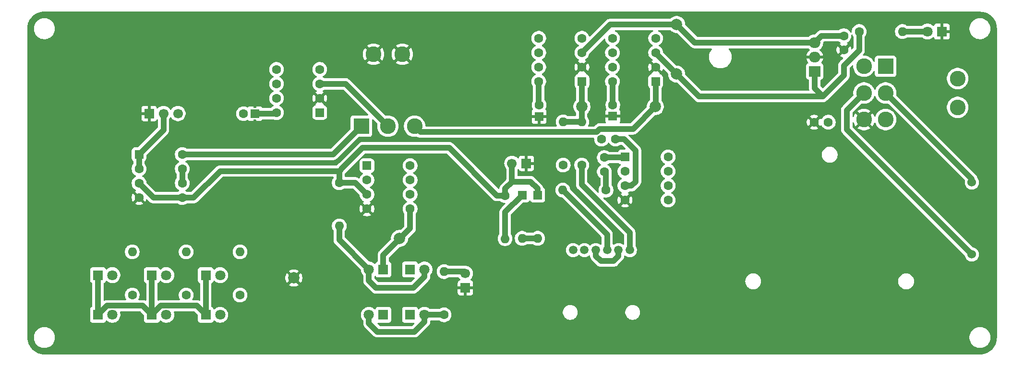
<source format=gbr>
%TF.GenerationSoftware,KiCad,Pcbnew,9.0.2*%
%TF.CreationDate,2025-06-09T15:28:44-04:00*%
%TF.ProjectId,ChipTester_354,43686970-5465-4737-9465-725f3335342e,rev?*%
%TF.SameCoordinates,Original*%
%TF.FileFunction,Copper,L1,Top*%
%TF.FilePolarity,Positive*%
%FSLAX46Y46*%
G04 Gerber Fmt 4.6, Leading zero omitted, Abs format (unit mm)*
G04 Created by KiCad (PCBNEW 9.0.2) date 2025-06-09 15:28:44*
%MOMM*%
%LPD*%
G01*
G04 APERTURE LIST*
G04 Aperture macros list*
%AMRoundRect*
0 Rectangle with rounded corners*
0 $1 Rounding radius*
0 $2 $3 $4 $5 $6 $7 $8 $9 X,Y pos of 4 corners*
0 Add a 4 corners polygon primitive as box body*
4,1,4,$2,$3,$4,$5,$6,$7,$8,$9,$2,$3,0*
0 Add four circle primitives for the rounded corners*
1,1,$1+$1,$2,$3*
1,1,$1+$1,$4,$5*
1,1,$1+$1,$6,$7*
1,1,$1+$1,$8,$9*
0 Add four rect primitives between the rounded corners*
20,1,$1+$1,$2,$3,$4,$5,0*
20,1,$1+$1,$4,$5,$6,$7,0*
20,1,$1+$1,$6,$7,$8,$9,0*
20,1,$1+$1,$8,$9,$2,$3,0*%
G04 Aperture macros list end*
%TA.AperFunction,ComponentPad*%
%ADD10C,1.600000*%
%TD*%
%TA.AperFunction,ComponentPad*%
%ADD11R,1.800000X1.800000*%
%TD*%
%TA.AperFunction,ComponentPad*%
%ADD12C,1.800000*%
%TD*%
%TA.AperFunction,ComponentPad*%
%ADD13O,1.600000X1.600000*%
%TD*%
%TA.AperFunction,ComponentPad*%
%ADD14R,1.700000X1.700000*%
%TD*%
%TA.AperFunction,ComponentPad*%
%ADD15C,1.700000*%
%TD*%
%TA.AperFunction,SMDPad,CuDef*%
%ADD16C,2.000000*%
%TD*%
%TA.AperFunction,ComponentPad*%
%ADD17R,2.000000X1.905000*%
%TD*%
%TA.AperFunction,ComponentPad*%
%ADD18O,2.000000X1.905000*%
%TD*%
%TA.AperFunction,ComponentPad*%
%ADD19R,1.600000X1.600000*%
%TD*%
%TA.AperFunction,ComponentPad*%
%ADD20RoundRect,0.250000X0.550000X0.550000X-0.550000X0.550000X-0.550000X-0.550000X0.550000X-0.550000X0*%
%TD*%
%TA.AperFunction,ComponentPad*%
%ADD21RoundRect,0.250000X-0.550000X-0.550000X0.550000X-0.550000X0.550000X0.550000X-0.550000X0.550000X0*%
%TD*%
%TA.AperFunction,ComponentPad*%
%ADD22R,2.775000X2.775000*%
%TD*%
%TA.AperFunction,ComponentPad*%
%ADD23C,2.775000*%
%TD*%
%TA.AperFunction,ComponentPad*%
%ADD24C,1.498600*%
%TD*%
%TA.AperFunction,ComponentPad*%
%ADD25C,1.524000*%
%TD*%
%TA.AperFunction,Conductor*%
%ADD26C,1.000000*%
%TD*%
G04 APERTURE END LIST*
D10*
%TO.P,C2,1*%
%TO.N,+9V*%
X207115000Y-73500000D03*
%TO.P,C2,2*%
%TO.N,GND*%
X204615000Y-73500000D03*
%TD*%
D11*
%TO.P,D13,1,K*%
%TO.N,/2.5 VGND*%
X97325000Y-107500000D03*
D12*
%TO.P,D13,2,A*%
%TO.N,Net-(D12-A)*%
X99865000Y-107500000D03*
%TD*%
D10*
%TO.P,R3,1*%
%TO.N,Net-(D4-A)*%
X139365000Y-107500000D03*
D13*
%TO.P,R3,2*%
%TO.N,/AD623 and INA126/AD_O*%
X139365000Y-99880000D03*
%TD*%
D14*
%TO.P,TP8,1,1*%
%TO.N,GND*%
X143115000Y-102750000D03*
D15*
%TO.P,TP8,2,2*%
%TO.N,/AD623 and INA126/AD_O*%
X143115000Y-100210000D03*
%TD*%
D16*
%TO.P,TP4,1,1*%
%TO.N,+5V*%
X180365000Y-56250000D03*
%TD*%
D10*
%TO.P,R9,1*%
%TO.N,Net-(D8-A)*%
X93865000Y-104000000D03*
D13*
%TO.P,R9,2*%
%TO.N,/WAVE*%
X93865000Y-96380000D03*
%TD*%
D17*
%TO.P,U2,1,IN*%
%TO.N,+9V*%
X204730000Y-64540000D03*
D18*
%TO.P,U2,2,GND*%
%TO.N,GND*%
X204730000Y-62000000D03*
%TO.P,U2,3,OUT*%
%TO.N,+5V*%
X204730000Y-59460000D03*
%TD*%
D10*
%TO.P,R11,1*%
%TO.N,Net-(D12-A)*%
X103365000Y-104000000D03*
D13*
%TO.P,R11,2*%
%TO.N,/MCP6002 and IF353/MCPB_O*%
X103365000Y-96380000D03*
%TD*%
D19*
%TO.P,C1,1*%
%TO.N,GND*%
X169115000Y-72455100D03*
D10*
%TO.P,C1,2*%
%TO.N,Net-(U1-NOISE_REDUCTION)*%
X169115000Y-70455100D03*
%TD*%
D19*
%TO.P,D6,1,K*%
%TO.N,/WAVE*%
X155865000Y-86380000D03*
D13*
%TO.P,D6,2,A*%
%TO.N,Net-(D6-A)*%
X155865000Y-94000000D03*
%TD*%
D11*
%TO.P,D5,1,K*%
%TO.N,/CHIP_GND*%
X133365000Y-107500000D03*
D12*
%TO.P,D5,2,A*%
%TO.N,Net-(D4-A)*%
X135905000Y-107500000D03*
%TD*%
D20*
%TO.P,U1,1,OUT*%
%TO.N,/PWR Supply/VDIV*%
X176670000Y-66310000D03*
D10*
%TO.P,U1,2,COMMON*%
%TO.N,GND*%
X176670000Y-63770000D03*
%TO.P,U1,3,IN*%
%TO.N,+9V*%
X176670000Y-61230000D03*
%TO.P,U1,4,NC*%
%TO.N,unconnected-(U1-NC-Pad4)*%
X176670000Y-58690000D03*
%TO.P,U1,5,NC*%
%TO.N,unconnected-(U1-NC-Pad5)*%
X169050000Y-58690000D03*
%TO.P,U1,6,NC*%
%TO.N,unconnected-(U1-NC-Pad6)*%
X169050000Y-61230000D03*
%TO.P,U1,7,NC*%
%TO.N,unconnected-(U1-NC-Pad7)*%
X169050000Y-63770000D03*
%TO.P,U1,8,NOISE_REDUCTION*%
%TO.N,Net-(U1-NOISE_REDUCTION)*%
X169050000Y-66310000D03*
%TD*%
%TO.P,R7,1*%
%TO.N,/WAVE*%
X150115000Y-86440000D03*
D13*
%TO.P,R7,2*%
%TO.N,Net-(D7-K)*%
X150115000Y-94060000D03*
%TD*%
D11*
%TO.P,D3,1,K*%
%TO.N,/CHIP_GND*%
X133365000Y-99500000D03*
D12*
%TO.P,D3,2,A*%
%TO.N,Net-(D2-A)*%
X135905000Y-99500000D03*
%TD*%
D10*
%TO.P,C3,1*%
%TO.N,+5V*%
X209865000Y-58250000D03*
%TO.P,C3,2*%
%TO.N,GND*%
X209865000Y-60750000D03*
%TD*%
D21*
%TO.P,U_T1,1,Rg*%
%TO.N,unconnected-(U_T1-Rg-Pad1)*%
X125750000Y-81185800D03*
D10*
%TO.P,U_T1,2,-*%
%TO.N,unconnected-(U_T1---Pad2)*%
X125750000Y-83725800D03*
%TO.P,U_T1,3,+*%
%TO.N,/WAVE*%
X125750000Y-86265800D03*
%TO.P,U_T1,4,Vs-*%
%TO.N,GND*%
X125750000Y-88805800D03*
%TO.P,U_T1,5,Ref*%
%TO.N,/CHIP_GND*%
X133370000Y-88805800D03*
%TO.P,U_T1,6*%
%TO.N,/AD623 and INA126/AD_O*%
X133370000Y-86265800D03*
%TO.P,U_T1,7,Vs+*%
%TO.N,/CHIP+*%
X133370000Y-83725800D03*
%TO.P,U_T1,8,Rg*%
%TO.N,unconnected-(U_T1-Rg-Pad8)*%
X133370000Y-81185800D03*
%TD*%
%TO.P,C6,1*%
%TO.N,/WAVE*%
X167615000Y-79750000D03*
%TO.P,C6,2*%
%TO.N,Net-(C6-Pad2)*%
X167615000Y-82250000D03*
%TD*%
D21*
%TO.P,U5,1*%
%TO.N,/WAVE*%
X171245000Y-79630000D03*
D10*
%TO.P,U5,2,-*%
%TO.N,Net-(D7-K)*%
X171245000Y-82170000D03*
%TO.P,U5,3,+*%
%TO.N,Net-(U5A-+)*%
X171245000Y-84710000D03*
%TO.P,U5,4,V-*%
%TO.N,GND*%
X171245000Y-87250000D03*
%TO.P,U5,5,+*%
%TO.N,unconnected-(U5B-+-Pad5)*%
X178865000Y-87250000D03*
%TO.P,U5,6,-*%
%TO.N,unconnected-(U5B---Pad6)*%
X178865000Y-84710000D03*
%TO.P,U5,7*%
%TO.N,unconnected-(U5-Pad7)*%
X178865000Y-82170000D03*
%TO.P,U5,8,V+*%
%TO.N,+5V*%
X178865000Y-79630000D03*
%TD*%
D16*
%TO.P,TP3,1,1*%
%TO.N,/PWR Supply/VDIV*%
X176615000Y-70750000D03*
%TD*%
%TO.P,TP7,1,1*%
%TO.N,/2.5 VGND*%
X163670000Y-70750000D03*
%TD*%
D10*
%TO.P,R8,1*%
%TO.N,Net-(D7-K)*%
X160365000Y-81060000D03*
D13*
%TO.P,R8,2*%
%TO.N,/2.5 VGND*%
X160365000Y-73440000D03*
%TD*%
D22*
%TO.P,S1,1*%
%TO.N,unconnected-(S1-Pad1)*%
X217228800Y-63637500D03*
D23*
%TO.P,S1,2*%
%TO.N,/BATT+*%
X217228800Y-68337500D03*
%TO.P,S1,3*%
%TO.N,+9V*%
X217228800Y-73037500D03*
%TO.P,S1,4*%
%TO.N,unconnected-(S1-Pad4)*%
X213418800Y-63637500D03*
%TO.P,S1,5*%
%TO.N,/BATT-*%
X213418800Y-68337500D03*
%TO.P,S1,6*%
%TO.N,GND*%
X213418800Y-73037500D03*
%TO.P,S1,S1*%
%TO.N,unconnected-(S1-PadS1)*%
X229928800Y-65797500D03*
%TO.P,S1,S2*%
%TO.N,unconnected-(S1-PadS2)*%
X229928800Y-70877500D03*
%TD*%
D14*
%TO.P,TP9,1,1*%
%TO.N,GND*%
X153865000Y-80775000D03*
D15*
%TO.P,TP9,2,2*%
%TO.N,/WAVE*%
X151325000Y-80775000D03*
%TD*%
D20*
%TO.P,U3,1,OUT*%
%TO.N,/CHIP_GND*%
X117420000Y-71810000D03*
D10*
%TO.P,U3,2,COMMON*%
%TO.N,GND*%
X117420000Y-69270000D03*
%TO.P,U3,3,IN*%
%TO.N,/CHIP+*%
X117420000Y-66730000D03*
%TO.P,U3,4,NC*%
%TO.N,unconnected-(U3-NC-Pad4)*%
X117420000Y-64190000D03*
%TO.P,U3,5,NC*%
%TO.N,unconnected-(U3-NC-Pad5)*%
X109800000Y-64190000D03*
%TO.P,U3,6,NC*%
%TO.N,unconnected-(U3-NC-Pad6)*%
X109800000Y-66730000D03*
%TO.P,U3,7,NC*%
%TO.N,unconnected-(U3-NC-Pad7)*%
X109800000Y-69270000D03*
%TO.P,U3,8,NOISE_REDUCTION*%
%TO.N,Net-(U3-NOISE_REDUCTION)*%
X109800000Y-71810000D03*
%TD*%
%TO.P,R10,1*%
%TO.N,Net-(D10-A)*%
X84365000Y-104000000D03*
D13*
%TO.P,R10,2*%
%TO.N,/MCP6002 and IF353/MCPA_O*%
X84365000Y-96380000D03*
%TD*%
D11*
%TO.P,D10,1,K*%
%TO.N,/2.5 VGND*%
X78325000Y-100500000D03*
D12*
%TO.P,D10,2,A*%
%TO.N,Net-(D10-A)*%
X80865000Y-100500000D03*
%TD*%
D19*
%TO.P,C4,1*%
%TO.N,GND*%
X106000000Y-72000000D03*
D10*
%TO.P,C4,2*%
%TO.N,Net-(U3-NOISE_REDUCTION)*%
X104000000Y-72000000D03*
%TD*%
D24*
%TO.P,R5,1,1*%
%TO.N,Net-(R4-Pad2)*%
X168111500Y-96074600D03*
%TO.P,R5,2,2*%
%TO.N,Net-(U5A-+)*%
X166111499Y-96074600D03*
%TO.P,R5,3,3*%
%TO.N,unconnected-(R5-Pad3)*%
X164111500Y-96074600D03*
%TO.P,R5,4,4*%
%TO.N,Net-(U5A-+)*%
X170111499Y-96074600D03*
%TO.P,R5,5,5*%
%TO.N,Net-(R5-Pad5)*%
X172111500Y-96074600D03*
%TO.P,R5,6,6*%
%TO.N,unconnected-(R5-Pad6)*%
X162111499Y-96074600D03*
%TD*%
D11*
%TO.P,D8,1,K*%
%TO.N,/2.5 VGND*%
X87825000Y-100500000D03*
D12*
%TO.P,D8,2,A*%
%TO.N,Net-(D8-A)*%
X90365000Y-100500000D03*
%TD*%
D16*
%TO.P,TP2,1,1*%
%TO.N,+9V*%
X180365000Y-65000000D03*
%TD*%
D11*
%TO.P,D1,1,K*%
%TO.N,GND*%
X227140000Y-57500000D03*
D12*
%TO.P,D1,2,A*%
%TO.N,Net-(D1-A)*%
X224600000Y-57500000D03*
%TD*%
D11*
%TO.P,D12,1,K*%
%TO.N,/2.5 VGND*%
X97325000Y-100500000D03*
D12*
%TO.P,D12,2,A*%
%TO.N,Net-(D12-A)*%
X99865000Y-100500000D03*
%TD*%
D11*
%TO.P,D4,1,K*%
%TO.N,/CHIP_GND*%
X128640000Y-107500000D03*
D12*
%TO.P,D4,2,A*%
%TO.N,Net-(D4-A)*%
X126100000Y-107500000D03*
%TD*%
D10*
%TO.P,R4,1*%
%TO.N,Net-(C6-Pad2)*%
X167925000Y-85500000D03*
D13*
%TO.P,R4,2*%
%TO.N,Net-(R4-Pad2)*%
X160305000Y-85500000D03*
%TD*%
D14*
%TO.P,TP10,1,Pin_1*%
%TO.N,GND*%
X87340000Y-71975000D03*
D15*
%TO.P,TP10,2,Pin_2*%
%TO.N,/MCP6002 and IF353/MCPA_O*%
X89880000Y-71975000D03*
%TO.P,TP10,3,Pin_3*%
%TO.N,/MCP6002 and IF353/MCPB_O*%
X92420000Y-71975000D03*
%TD*%
D21*
%TO.P,U_T2,1*%
%TO.N,/MCP6002 and IF353/MCPA_O*%
X85555000Y-79190000D03*
D10*
%TO.P,U_T2,2,-*%
X85555000Y-81730000D03*
%TO.P,U_T2,3,+*%
%TO.N,/WAVE*%
X85555000Y-84270000D03*
%TO.P,U_T2,4,V-*%
%TO.N,GND*%
X85555000Y-86810000D03*
%TO.P,U_T2,5,+*%
%TO.N,/WAVE*%
X93175000Y-86810000D03*
%TO.P,U_T2,6,-*%
%TO.N,/MCP6002 and IF353/MCPB_O*%
X93175000Y-84270000D03*
%TO.P,U_T2,7*%
X93175000Y-81730000D03*
%TO.P,U_T2,8,V+*%
%TO.N,+9V*%
X93175000Y-79190000D03*
%TD*%
%TO.P,C7,1*%
%TO.N,Net-(U5A-+)*%
X169615000Y-76500000D03*
%TO.P,C7,2*%
%TO.N,/2.5 VGND*%
X167115000Y-76500000D03*
%TD*%
D19*
%TO.P,C5,1*%
%TO.N,GND*%
X156115000Y-72500000D03*
D10*
%TO.P,C5,2*%
%TO.N,Net-(U4-NOISE_REDUCTION)*%
X156115000Y-70500000D03*
%TD*%
%TO.P,R2,1*%
%TO.N,/WAVE*%
X120865000Y-84190000D03*
D13*
%TO.P,R2,2*%
%TO.N,Net-(D2-A)*%
X120865000Y-91810000D03*
%TD*%
D11*
%TO.P,D9,1,K*%
%TO.N,/2.5 VGND*%
X87825000Y-107500000D03*
D12*
%TO.P,D9,2,A*%
%TO.N,Net-(D8-A)*%
X90365000Y-107500000D03*
%TD*%
D16*
%TO.P,TP6,1,1*%
%TO.N,/CHIP_GND*%
X131500000Y-94000000D03*
%TD*%
D10*
%TO.P,R6,1*%
%TO.N,Net-(R5-Pad5)*%
X163615000Y-81060000D03*
D13*
%TO.P,R6,2*%
%TO.N,/2.5 VGND*%
X163615000Y-73440000D03*
%TD*%
D20*
%TO.P,U4,1,OUT*%
%TO.N,/2.5 VGND*%
X163670000Y-66310000D03*
D10*
%TO.P,U4,2,COMMON*%
%TO.N,GND*%
X163670000Y-63770000D03*
%TO.P,U4,3,IN*%
%TO.N,+5V*%
X163670000Y-61230000D03*
%TO.P,U4,4,NC*%
%TO.N,unconnected-(U4-NC-Pad4)*%
X163670000Y-58690000D03*
%TO.P,U4,5,NC*%
%TO.N,unconnected-(U4-NC-Pad5)*%
X156050000Y-58690000D03*
%TO.P,U4,6,NC*%
%TO.N,unconnected-(U4-NC-Pad6)*%
X156050000Y-61230000D03*
%TO.P,U4,7,NC*%
%TO.N,unconnected-(U4-NC-Pad7)*%
X156050000Y-63770000D03*
%TO.P,U4,8,NOISE_REDUCTION*%
%TO.N,Net-(U4-NOISE_REDUCTION)*%
X156050000Y-66310000D03*
%TD*%
D16*
%TO.P,TP5,1,1*%
%TO.N,GND*%
X112865000Y-101000000D03*
%TD*%
D19*
%TO.P,D7,1,K*%
%TO.N,Net-(D7-K)*%
X153115000Y-86380000D03*
D13*
%TO.P,D7,2,A*%
%TO.N,Net-(D6-A)*%
X153115000Y-94000000D03*
%TD*%
D10*
%TO.P,R1,1*%
%TO.N,+9V*%
X212555000Y-57500000D03*
D13*
%TO.P,R1,2*%
%TO.N,Net-(D1-A)*%
X220175000Y-57500000D03*
%TD*%
D11*
%TO.P,D2,1,K*%
%TO.N,/CHIP_GND*%
X128640000Y-99500000D03*
D12*
%TO.P,D2,2,A*%
%TO.N,Net-(D2-A)*%
X126100000Y-99500000D03*
%TD*%
D22*
%TO.P,S2,1,N1*%
%TO.N,+9V*%
X124760000Y-74200000D03*
D23*
%TO.P,S2,2,COM*%
%TO.N,/CHIP+*%
X129460000Y-74200000D03*
%TO.P,S2,3,N0*%
%TO.N,/PWR Supply/VDIV*%
X134160000Y-74200000D03*
%TO.P,S2,MH1,MH1*%
%TO.N,GND*%
X126920000Y-61500000D03*
%TO.P,S2,MH2,MH2*%
X132000000Y-61500000D03*
%TD*%
D11*
%TO.P,D11,1,K*%
%TO.N,/2.5 VGND*%
X78325000Y-107500000D03*
D12*
%TO.P,D11,2,A*%
%TO.N,Net-(D10-A)*%
X80865000Y-107500000D03*
%TD*%
D25*
%TO.P,BT_H1,+*%
%TO.N,/BATT+*%
X232445000Y-84150000D03*
%TO.P,BT_H1,-*%
%TO.N,/BATT-*%
X232445000Y-96850000D03*
%TD*%
D26*
%TO.N,/BATT+*%
X217228800Y-68337500D02*
X232445000Y-83553700D01*
X232445000Y-83553700D02*
X232445000Y-84150000D01*
X217228800Y-68933800D02*
X217228800Y-68337500D01*
%TO.N,+9V*%
X176670000Y-61305000D02*
X180365000Y-65000000D01*
X212555000Y-60810000D02*
X209865000Y-63500000D01*
X212555000Y-57500000D02*
X212555000Y-60810000D01*
X206155000Y-68975000D02*
X184340000Y-68975000D01*
X204730000Y-64540000D02*
X204730000Y-67550000D01*
X209865000Y-65265000D02*
X206155000Y-68975000D01*
X204730000Y-67550000D02*
X206155000Y-68975000D01*
X119770000Y-79190000D02*
X124760000Y-74200000D01*
X184340000Y-68975000D02*
X180365000Y-65000000D01*
X209865000Y-63500000D02*
X209865000Y-65265000D01*
X93175000Y-79190000D02*
X119770000Y-79190000D01*
X176670000Y-61230000D02*
X176670000Y-61305000D01*
%TO.N,/CHIP+*%
X129460000Y-74200000D02*
X121990000Y-66730000D01*
X121990000Y-66730000D02*
X117420000Y-66730000D01*
%TO.N,/PWR Supply/VDIV*%
X176670000Y-66310000D02*
X176670000Y-70695000D01*
X135213800Y-75253800D02*
X134160000Y-74200000D01*
X166238465Y-75253800D02*
X135213800Y-75253800D01*
X176670000Y-70695000D02*
X176615000Y-70750000D01*
X172678800Y-74686200D02*
X166806065Y-74686200D01*
X176615000Y-70750000D02*
X172678800Y-74686200D01*
X166806065Y-74686200D02*
X166238465Y-75253800D01*
%TO.N,+5V*%
X183575000Y-59460000D02*
X180365000Y-56250000D01*
X209865000Y-58250000D02*
X205940000Y-58250000D01*
X163670000Y-61230000D02*
X168650000Y-56250000D01*
X204730000Y-59460000D02*
X183575000Y-59460000D01*
X205940000Y-58250000D02*
X204730000Y-59460000D01*
X168650000Y-56250000D02*
X180365000Y-56250000D01*
%TO.N,/WAVE*%
X125000000Y-78000000D02*
X121500000Y-81500000D01*
X171125000Y-79750000D02*
X171245000Y-79630000D01*
X150115000Y-85250000D02*
X151365000Y-84000000D01*
X151325000Y-83960000D02*
X151365000Y-84000000D01*
X120865000Y-84190000D02*
X120865000Y-82135000D01*
X150115000Y-86440000D02*
X148690000Y-86440000D01*
X93175000Y-86810000D02*
X88095000Y-86810000D01*
X151365000Y-84000000D02*
X154615000Y-84000000D01*
X88095000Y-86810000D02*
X85555000Y-84270000D01*
X140250000Y-78000000D02*
X125000000Y-78000000D01*
X155865000Y-85250000D02*
X155865000Y-86380000D01*
X120865000Y-84190000D02*
X123674000Y-84190000D01*
X123674000Y-84190000D02*
X125750000Y-86265800D01*
X154615000Y-84000000D02*
X155865000Y-85250000D01*
X150115000Y-86440000D02*
X150115000Y-85250000D01*
X148690000Y-86440000D02*
X140250000Y-78000000D01*
X99865000Y-82135000D02*
X120865000Y-82135000D01*
X120865000Y-82135000D02*
X121500000Y-81500000D01*
X167615000Y-79750000D02*
X171125000Y-79750000D01*
X151325000Y-80775000D02*
X151325000Y-83960000D01*
X95190000Y-86810000D02*
X93925000Y-86810000D01*
X95190000Y-86810000D02*
X99865000Y-82135000D01*
%TO.N,Net-(C6-Pad2)*%
X167925000Y-85500000D02*
X167925000Y-82560000D01*
X167925000Y-82560000D02*
X167615000Y-82250000D01*
%TO.N,Net-(D1-A)*%
X220175000Y-57500000D02*
X224600000Y-57500000D01*
%TO.N,Net-(U1-NOISE_REDUCTION)*%
X169050000Y-70390100D02*
X169115000Y-70455100D01*
X169050000Y-66310000D02*
X169050000Y-70390100D01*
%TO.N,/CHIP_GND*%
X133370000Y-92245000D02*
X133370000Y-88805800D01*
X131005000Y-94610000D02*
X133370000Y-92245000D01*
X128640000Y-99500000D02*
X128640000Y-96975000D01*
X128640000Y-96975000D02*
X131005000Y-94610000D01*
%TO.N,Net-(D2-A)*%
X120865000Y-94265000D02*
X126100000Y-99500000D01*
X120865000Y-91810000D02*
X120865000Y-94265000D01*
X126100000Y-99500000D02*
X126100000Y-101485000D01*
X135905000Y-100773000D02*
X135905000Y-99500000D01*
X126100000Y-101485000D02*
X127365000Y-102750000D01*
X127365000Y-102750000D02*
X133928000Y-102750000D01*
X133928000Y-102750000D02*
X135905000Y-100773000D01*
%TO.N,Net-(D4-A)*%
X134115000Y-110500000D02*
X135905000Y-108710000D01*
X126100000Y-108985000D02*
X127615000Y-110500000D01*
X135905000Y-108710000D02*
X135905000Y-107500000D01*
X127615000Y-110500000D02*
X134115000Y-110500000D01*
X135905000Y-107500000D02*
X139365000Y-107500000D01*
X126100000Y-107500000D02*
X126100000Y-108985000D01*
%TO.N,Net-(D6-A)*%
X153115000Y-94000000D02*
X155865000Y-94000000D01*
%TO.N,Net-(D7-K)*%
X150115000Y-89380000D02*
X153115000Y-86380000D01*
X150115000Y-94060000D02*
X150115000Y-89380000D01*
%TO.N,Net-(R4-Pad2)*%
X160305000Y-85500000D02*
X168111500Y-93307000D01*
X168111500Y-93307000D02*
X168111500Y-96074600D01*
%TO.N,Net-(R5-Pad5)*%
X163615000Y-84500000D02*
X172111500Y-92997000D01*
X172111500Y-92997000D02*
X172111500Y-96074600D01*
X163615000Y-81060000D02*
X163615000Y-84500000D01*
%TO.N,Net-(U3-NOISE_REDUCTION)*%
X106115000Y-72000000D02*
X109610000Y-72000000D01*
X109610000Y-72000000D02*
X109800000Y-71810000D01*
%TO.N,/BATT-*%
X210365100Y-71391200D02*
X213418800Y-68337500D01*
X232445000Y-96850000D02*
X210365000Y-74770000D01*
X210365000Y-71391200D02*
X210365100Y-71391200D01*
X210365000Y-74770000D02*
X210365000Y-71391200D01*
%TO.N,Net-(U4-NOISE_REDUCTION)*%
X156050000Y-70435000D02*
X156115000Y-70500000D01*
X156050000Y-66310000D02*
X156050000Y-70435000D01*
%TO.N,/2.5 VGND*%
X86224000Y-105899000D02*
X87825000Y-107500000D01*
X78325000Y-100500000D02*
X78325000Y-102522900D01*
X87825000Y-105100200D02*
X87825000Y-107500000D01*
X163670000Y-66310000D02*
X163670000Y-70750000D01*
X78325000Y-107500000D02*
X79926000Y-105899000D01*
X163615000Y-70805000D02*
X163670000Y-70750000D01*
X97325000Y-100500000D02*
X97325000Y-105700000D01*
X78325000Y-102522900D02*
X78325000Y-107500000D01*
X79926000Y-105899000D02*
X86224000Y-105899000D01*
X87825000Y-107500000D02*
X89426000Y-105899000D01*
X89426000Y-105899000D02*
X95724000Y-105899000D01*
X97325000Y-105700000D02*
X97325000Y-107500000D01*
X95724000Y-105899000D02*
X97325000Y-107500000D01*
X163615000Y-73440000D02*
X163615000Y-70805000D01*
X87825000Y-100500000D02*
X87825000Y-105100200D01*
X160365000Y-73440000D02*
X163615000Y-73440000D01*
%TO.N,Net-(U5A-+)*%
X166111000Y-96074600D02*
X166111000Y-97111000D01*
X171115000Y-76500000D02*
X169615000Y-76500000D01*
X172405000Y-84710000D02*
X173115000Y-84000000D01*
X173115000Y-78500000D02*
X171115000Y-76500000D01*
X166111000Y-97111000D02*
X167000000Y-98000000D01*
X171245000Y-84710000D02*
X172405000Y-84710000D01*
X167000000Y-98000000D02*
X169245769Y-98000000D01*
X173115000Y-84000000D02*
X173115000Y-78500000D01*
X169245769Y-98000000D02*
X170111499Y-97134270D01*
X170111499Y-97134270D02*
X170111499Y-96074600D01*
%TO.N,/AD623 and INA126/AD_O*%
X142785000Y-99880000D02*
X143115000Y-100210000D01*
X139365000Y-99880000D02*
X142785000Y-99880000D01*
%TO.N,/MCP6002 and IF353/MCPA_O*%
X89880000Y-74865000D02*
X89880000Y-71975000D01*
X85555000Y-79190000D02*
X85555000Y-81730000D01*
X85555000Y-79190000D02*
X89880000Y-74865000D01*
%TO.N,/MCP6002 and IF353/MCPB_O*%
X93175000Y-81730000D02*
X93175000Y-84270000D01*
%TD*%
%TA.AperFunction,Conductor*%
%TO.N,GND*%
G36*
X167677403Y-58740030D02*
G01*
X167733336Y-58781902D01*
X167756542Y-58836814D01*
X167781522Y-58994534D01*
X167844781Y-59189223D01*
X167876004Y-59250500D01*
X167935035Y-59366355D01*
X167937715Y-59371613D01*
X168058028Y-59537213D01*
X168202786Y-59681971D01*
X168357749Y-59794556D01*
X168368390Y-59802287D01*
X168459840Y-59848883D01*
X168461080Y-59849515D01*
X168511876Y-59897490D01*
X168528671Y-59965311D01*
X168506134Y-60031446D01*
X168461080Y-60070485D01*
X168368386Y-60117715D01*
X168202786Y-60238028D01*
X168058028Y-60382786D01*
X167937715Y-60548386D01*
X167844781Y-60730776D01*
X167781522Y-60925465D01*
X167749500Y-61127648D01*
X167749500Y-61332351D01*
X167781522Y-61534534D01*
X167844781Y-61729223D01*
X167904212Y-61845860D01*
X167927951Y-61892452D01*
X167937715Y-61911613D01*
X168058028Y-62077213D01*
X168202786Y-62221971D01*
X168337336Y-62319725D01*
X168368390Y-62342287D01*
X168459840Y-62388883D01*
X168461080Y-62389515D01*
X168511876Y-62437490D01*
X168528671Y-62505311D01*
X168506134Y-62571446D01*
X168461080Y-62610485D01*
X168368386Y-62657715D01*
X168202786Y-62778028D01*
X168058028Y-62922786D01*
X167937715Y-63088386D01*
X167844781Y-63270776D01*
X167781522Y-63465465D01*
X167749500Y-63667648D01*
X167749500Y-63872351D01*
X167781522Y-64074534D01*
X167844781Y-64269223D01*
X167908691Y-64394653D01*
X167937585Y-64451359D01*
X167937715Y-64451613D01*
X168058028Y-64617213D01*
X168202786Y-64761971D01*
X168323226Y-64849474D01*
X168368390Y-64882287D01*
X168459840Y-64928883D01*
X168461080Y-64929515D01*
X168511876Y-64977490D01*
X168528671Y-65045311D01*
X168506134Y-65111446D01*
X168461080Y-65150485D01*
X168368386Y-65197715D01*
X168202786Y-65318028D01*
X168058028Y-65462786D01*
X167937715Y-65628386D01*
X167844781Y-65810776D01*
X167781522Y-66005465D01*
X167749500Y-66207648D01*
X167749500Y-66412351D01*
X167781522Y-66614534D01*
X167844781Y-66809223D01*
X167937713Y-66991610D01*
X168025819Y-67112877D01*
X168049298Y-67178681D01*
X168049500Y-67185761D01*
X168049500Y-69668802D01*
X168029815Y-69735841D01*
X168025820Y-69741685D01*
X168002712Y-69773491D01*
X167909781Y-69955876D01*
X167846522Y-70150565D01*
X167814500Y-70352748D01*
X167814500Y-70557451D01*
X167846522Y-70759634D01*
X167909781Y-70954323D01*
X168002383Y-71136062D01*
X168015279Y-71204731D01*
X167989003Y-71269472D01*
X167966210Y-71291623D01*
X167957814Y-71297907D01*
X167957808Y-71297914D01*
X167871649Y-71413006D01*
X167871645Y-71413013D01*
X167821403Y-71547720D01*
X167821401Y-71547727D01*
X167815000Y-71607255D01*
X167815000Y-72205100D01*
X168799314Y-72205100D01*
X168794920Y-72209494D01*
X168742259Y-72300706D01*
X168715000Y-72402439D01*
X168715000Y-72507761D01*
X168742259Y-72609494D01*
X168794920Y-72700706D01*
X168799314Y-72705100D01*
X167815000Y-72705100D01*
X167815000Y-73302944D01*
X167821401Y-73362472D01*
X167821403Y-73362479D01*
X167871647Y-73497190D01*
X167874421Y-73502270D01*
X167889275Y-73570542D01*
X167864861Y-73636007D01*
X167808928Y-73677880D01*
X167765591Y-73685700D01*
X166910740Y-73685700D01*
X166910720Y-73685699D01*
X166904606Y-73685699D01*
X166707525Y-73685699D01*
X166707522Y-73685699D01*
X166514237Y-73724146D01*
X166514229Y-73724148D01*
X166332153Y-73799566D01*
X166332144Y-73799571D01*
X166168284Y-73909059D01*
X166168280Y-73909062D01*
X165860363Y-74216981D01*
X165799040Y-74250466D01*
X165772682Y-74253300D01*
X164862537Y-74253300D01*
X164795498Y-74233615D01*
X164749743Y-74180811D01*
X164739799Y-74111653D01*
X164752051Y-74073007D01*
X164820220Y-73939219D01*
X164883477Y-73744534D01*
X164915500Y-73542352D01*
X164915500Y-73337648D01*
X164892980Y-73195465D01*
X164883477Y-73135465D01*
X164843914Y-73013705D01*
X164820220Y-72940781D01*
X164820218Y-72940778D01*
X164820218Y-72940776D01*
X164783218Y-72868160D01*
X164727287Y-72758390D01*
X164671504Y-72681610D01*
X164639182Y-72637122D01*
X164615702Y-72571316D01*
X164615500Y-72564237D01*
X164615500Y-71977889D01*
X164635185Y-71910850D01*
X164651819Y-71890208D01*
X164725500Y-71816527D01*
X164814517Y-71727510D01*
X164953343Y-71536433D01*
X165060568Y-71325992D01*
X165133553Y-71101368D01*
X165143598Y-71037949D01*
X165170500Y-70868097D01*
X165170500Y-70631902D01*
X165133553Y-70398631D01*
X165067263Y-70194614D01*
X165060568Y-70174008D01*
X165060566Y-70174005D01*
X165060566Y-70174003D01*
X164972302Y-70000776D01*
X164953343Y-69963567D01*
X164814517Y-69772490D01*
X164706819Y-69664792D01*
X164673334Y-69603469D01*
X164670500Y-69577111D01*
X164670500Y-67522230D01*
X164690185Y-67455191D01*
X164706819Y-67434549D01*
X164729758Y-67411610D01*
X164812712Y-67328656D01*
X164904814Y-67179334D01*
X164959999Y-67012797D01*
X164970500Y-66910009D01*
X164970499Y-65709992D01*
X164959999Y-65607203D01*
X164904814Y-65440666D01*
X164812712Y-65291344D01*
X164688656Y-65167288D01*
X164583635Y-65102511D01*
X164539336Y-65075187D01*
X164539335Y-65075186D01*
X164539334Y-65075186D01*
X164456843Y-65047851D01*
X164399398Y-65008077D01*
X164372576Y-64943561D01*
X164384891Y-64874786D01*
X164394856Y-64863018D01*
X164395921Y-64849474D01*
X163840234Y-64293787D01*
X163882292Y-64282518D01*
X164007708Y-64210110D01*
X164110110Y-64107708D01*
X164182518Y-63982292D01*
X164193787Y-63940234D01*
X164749474Y-64495921D01*
X164781859Y-64451349D01*
X164874755Y-64269031D01*
X164937990Y-64074417D01*
X164970000Y-63872317D01*
X164970000Y-63667682D01*
X164937990Y-63465582D01*
X164874755Y-63270968D01*
X164781859Y-63088650D01*
X164749474Y-63044077D01*
X164749474Y-63044076D01*
X164193787Y-63599764D01*
X164182518Y-63557708D01*
X164110110Y-63432292D01*
X164007708Y-63329890D01*
X163882292Y-63257482D01*
X163840233Y-63246212D01*
X164395922Y-62690524D01*
X164395921Y-62690523D01*
X164351359Y-62658147D01*
X164351350Y-62658141D01*
X164258369Y-62610765D01*
X164207573Y-62562790D01*
X164190778Y-62494969D01*
X164213315Y-62428835D01*
X164258370Y-62389795D01*
X164258920Y-62389515D01*
X164351610Y-62342287D01*
X164401144Y-62306298D01*
X164517213Y-62221971D01*
X164517215Y-62221968D01*
X164517219Y-62221966D01*
X164661966Y-62077219D01*
X164661968Y-62077215D01*
X164661971Y-62077213D01*
X164714732Y-62004590D01*
X164782287Y-61911610D01*
X164875220Y-61729219D01*
X164938477Y-61534534D01*
X164961925Y-61386483D01*
X164991854Y-61323350D01*
X164996699Y-61318219D01*
X167546390Y-58768529D01*
X167607711Y-58735046D01*
X167677403Y-58740030D01*
G37*
%TD.AperFunction*%
%TA.AperFunction,Conductor*%
G36*
X176181122Y-57270185D02*
G01*
X176226877Y-57322989D01*
X176236821Y-57392147D01*
X176207796Y-57455703D01*
X176170378Y-57484985D01*
X175988386Y-57577715D01*
X175822786Y-57698028D01*
X175678028Y-57842786D01*
X175557715Y-58008386D01*
X175464781Y-58190776D01*
X175401522Y-58385465D01*
X175369500Y-58587648D01*
X175369500Y-58792351D01*
X175401522Y-58994534D01*
X175464781Y-59189223D01*
X175496004Y-59250500D01*
X175555035Y-59366355D01*
X175557715Y-59371613D01*
X175678028Y-59537213D01*
X175822786Y-59681971D01*
X175977749Y-59794556D01*
X175988390Y-59802287D01*
X176079840Y-59848883D01*
X176081080Y-59849515D01*
X176131876Y-59897490D01*
X176148671Y-59965311D01*
X176126134Y-60031446D01*
X176081080Y-60070485D01*
X175988386Y-60117715D01*
X175822786Y-60238028D01*
X175678028Y-60382786D01*
X175557715Y-60548386D01*
X175464781Y-60730776D01*
X175401522Y-60925465D01*
X175369500Y-61127648D01*
X175369500Y-61332351D01*
X175401522Y-61534534D01*
X175464781Y-61729223D01*
X175524212Y-61845860D01*
X175547951Y-61892452D01*
X175557715Y-61911613D01*
X175678028Y-62077213D01*
X175822786Y-62221971D01*
X175988385Y-62342284D01*
X175988387Y-62342285D01*
X175988390Y-62342287D01*
X176081080Y-62389515D01*
X176081630Y-62389795D01*
X176132426Y-62437770D01*
X176149221Y-62505591D01*
X176126684Y-62571725D01*
X176081630Y-62610765D01*
X175988644Y-62658143D01*
X175944077Y-62690523D01*
X175944077Y-62690524D01*
X176499766Y-63246212D01*
X176457708Y-63257482D01*
X176332292Y-63329890D01*
X176229890Y-63432292D01*
X176157482Y-63557708D01*
X176146212Y-63599765D01*
X175590524Y-63044077D01*
X175590523Y-63044077D01*
X175558143Y-63088644D01*
X175465244Y-63270968D01*
X175402009Y-63465582D01*
X175370000Y-63667682D01*
X175370000Y-63872317D01*
X175402009Y-64074417D01*
X175465244Y-64269031D01*
X175558141Y-64451350D01*
X175558147Y-64451359D01*
X175590523Y-64495921D01*
X175590524Y-64495922D01*
X176146212Y-63940234D01*
X176157482Y-63982292D01*
X176229890Y-64107708D01*
X176332292Y-64210110D01*
X176457708Y-64282518D01*
X176499765Y-64293787D01*
X175944076Y-64849474D01*
X175945428Y-64866649D01*
X175959701Y-64885158D01*
X175965680Y-64954771D01*
X175933074Y-65016566D01*
X175883155Y-65047851D01*
X175846452Y-65060014D01*
X175800666Y-65075186D01*
X175800663Y-65075187D01*
X175651342Y-65167289D01*
X175527289Y-65291342D01*
X175435187Y-65440663D01*
X175435185Y-65440668D01*
X175425864Y-65468797D01*
X175380001Y-65607203D01*
X175380001Y-65607204D01*
X175380000Y-65607204D01*
X175369500Y-65709983D01*
X175369500Y-66910001D01*
X175369501Y-66910018D01*
X175380000Y-67012796D01*
X175380001Y-67012799D01*
X175435185Y-67179331D01*
X175435187Y-67179336D01*
X175460281Y-67220020D01*
X175501187Y-67286340D01*
X175527289Y-67328657D01*
X175633181Y-67434549D01*
X175666666Y-67495872D01*
X175669500Y-67522230D01*
X175669500Y-69522111D01*
X175649815Y-69589150D01*
X175633181Y-69609792D01*
X175470485Y-69772487D01*
X175470485Y-69772488D01*
X175470483Y-69772490D01*
X175437138Y-69818386D01*
X175331657Y-69963566D01*
X175224433Y-70174003D01*
X175151446Y-70398631D01*
X175114500Y-70631902D01*
X175114500Y-70784217D01*
X175094815Y-70851256D01*
X175078181Y-70871898D01*
X172300699Y-73649381D01*
X172239376Y-73682866D01*
X172213018Y-73685700D01*
X170464409Y-73685700D01*
X170397370Y-73666015D01*
X170351615Y-73613211D01*
X170341671Y-73544053D01*
X170355579Y-73502270D01*
X170358352Y-73497190D01*
X170408596Y-73362479D01*
X170408598Y-73362472D01*
X170414999Y-73302944D01*
X170415000Y-73302927D01*
X170415000Y-72705100D01*
X169430686Y-72705100D01*
X169435080Y-72700706D01*
X169487741Y-72609494D01*
X169515000Y-72507761D01*
X169515000Y-72402439D01*
X169487741Y-72300706D01*
X169435080Y-72209494D01*
X169430686Y-72205100D01*
X170415000Y-72205100D01*
X170415000Y-71607272D01*
X170414999Y-71607255D01*
X170408598Y-71547727D01*
X170408596Y-71547720D01*
X170358354Y-71413013D01*
X170358350Y-71413006D01*
X170272190Y-71297912D01*
X170263789Y-71291623D01*
X170221919Y-71235689D01*
X170216935Y-71165997D01*
X170227617Y-71136062D01*
X170320220Y-70954319D01*
X170383477Y-70759634D01*
X170415500Y-70557452D01*
X170415500Y-70352748D01*
X170395346Y-70225500D01*
X170383477Y-70150565D01*
X170333230Y-69995921D01*
X170320220Y-69955881D01*
X170320218Y-69955878D01*
X170320218Y-69955876D01*
X170286503Y-69889707D01*
X170227287Y-69773490D01*
X170199934Y-69735841D01*
X170106971Y-69607886D01*
X170086819Y-69587734D01*
X170053334Y-69526411D01*
X170050500Y-69500053D01*
X170050500Y-67185761D01*
X170070185Y-67118722D01*
X170074165Y-67112899D01*
X170162287Y-66991610D01*
X170255220Y-66809219D01*
X170318477Y-66614534D01*
X170350500Y-66412352D01*
X170350500Y-66207648D01*
X170318477Y-66005466D01*
X170314426Y-65992999D01*
X170255218Y-65810776D01*
X170218150Y-65738028D01*
X170162287Y-65628390D01*
X170110300Y-65556835D01*
X170041971Y-65462786D01*
X169897213Y-65318028D01*
X169731614Y-65197715D01*
X169715128Y-65189315D01*
X169638917Y-65150483D01*
X169588123Y-65102511D01*
X169571328Y-65034690D01*
X169593865Y-64968555D01*
X169638917Y-64929516D01*
X169731610Y-64882287D01*
X169776774Y-64849474D01*
X169897213Y-64761971D01*
X169897215Y-64761968D01*
X169897219Y-64761966D01*
X170041966Y-64617219D01*
X170041968Y-64617215D01*
X170041971Y-64617213D01*
X170122250Y-64506716D01*
X170162287Y-64451610D01*
X170255220Y-64269219D01*
X170318477Y-64074534D01*
X170350500Y-63872352D01*
X170350500Y-63667648D01*
X170330225Y-63539636D01*
X170318477Y-63465465D01*
X170279390Y-63345169D01*
X170255220Y-63270781D01*
X170255218Y-63270778D01*
X170255218Y-63270776D01*
X170217360Y-63196476D01*
X170162287Y-63088390D01*
X170154530Y-63077713D01*
X170041971Y-62922786D01*
X169897213Y-62778028D01*
X169731614Y-62657715D01*
X169705517Y-62644418D01*
X169638917Y-62610483D01*
X169588123Y-62562511D01*
X169571328Y-62494690D01*
X169593865Y-62428555D01*
X169638917Y-62389516D01*
X169731610Y-62342287D01*
X169762664Y-62319725D01*
X169897213Y-62221971D01*
X169897215Y-62221968D01*
X169897219Y-62221966D01*
X170041966Y-62077219D01*
X170041968Y-62077215D01*
X170041971Y-62077213D01*
X170094732Y-62004590D01*
X170162287Y-61911610D01*
X170255220Y-61729219D01*
X170318477Y-61534534D01*
X170350500Y-61332352D01*
X170350500Y-61127648D01*
X170318477Y-60925466D01*
X170312978Y-60908543D01*
X170284863Y-60822014D01*
X170255220Y-60730781D01*
X170255218Y-60730778D01*
X170255218Y-60730776D01*
X170194116Y-60610858D01*
X170162287Y-60548390D01*
X170145966Y-60525926D01*
X170041971Y-60382786D01*
X169897213Y-60238028D01*
X169731614Y-60117715D01*
X169725006Y-60114348D01*
X169638917Y-60070483D01*
X169588123Y-60022511D01*
X169571328Y-59954690D01*
X169593865Y-59888555D01*
X169638917Y-59849516D01*
X169731610Y-59802287D01*
X169752770Y-59786913D01*
X169897213Y-59681971D01*
X169897215Y-59681968D01*
X169897219Y-59681966D01*
X170041966Y-59537219D01*
X170041968Y-59537215D01*
X170041971Y-59537213D01*
X170144316Y-59396345D01*
X170162287Y-59371610D01*
X170255220Y-59189219D01*
X170318477Y-58994534D01*
X170350500Y-58792352D01*
X170350500Y-58587648D01*
X170324451Y-58423181D01*
X170318477Y-58385465D01*
X170255218Y-58190776D01*
X170188753Y-58060333D01*
X170162287Y-58008390D01*
X170119865Y-57950000D01*
X170041971Y-57842786D01*
X169897213Y-57698028D01*
X169731613Y-57577715D01*
X169731612Y-57577714D01*
X169731610Y-57577713D01*
X169625758Y-57523778D01*
X169549622Y-57484985D01*
X169498826Y-57437010D01*
X169482031Y-57369189D01*
X169504569Y-57303054D01*
X169559284Y-57259603D01*
X169605917Y-57250500D01*
X176114083Y-57250500D01*
X176181122Y-57270185D01*
G37*
%TD.AperFunction*%
%TA.AperFunction,Conductor*%
G36*
X179259150Y-57270185D02*
G01*
X179279792Y-57286819D01*
X179387490Y-57394517D01*
X179578567Y-57533343D01*
X179629401Y-57559244D01*
X179789003Y-57640566D01*
X179789005Y-57640566D01*
X179789008Y-57640568D01*
X179858022Y-57662992D01*
X180013631Y-57713553D01*
X180246903Y-57750500D01*
X180246908Y-57750500D01*
X180399218Y-57750500D01*
X180466257Y-57770185D01*
X180486899Y-57786819D01*
X182937215Y-60237137D01*
X182937219Y-60237140D01*
X183101079Y-60346628D01*
X183101088Y-60346633D01*
X183142334Y-60363717D01*
X183283165Y-60422052D01*
X183476455Y-60460500D01*
X183476458Y-60460501D01*
X183476460Y-60460501D01*
X183679655Y-60460501D01*
X183679675Y-60460500D01*
X186481004Y-60460500D01*
X186548043Y-60480185D01*
X186593798Y-60532989D01*
X186603742Y-60602147D01*
X186574717Y-60665703D01*
X186568685Y-60672181D01*
X186562718Y-60678148D01*
X186403075Y-60886196D01*
X186271958Y-61113299D01*
X186271953Y-61113309D01*
X186171605Y-61355571D01*
X186171602Y-61355581D01*
X186104007Y-61607853D01*
X186103730Y-61608885D01*
X186069500Y-61868872D01*
X186069500Y-62131127D01*
X186080541Y-62214985D01*
X186103730Y-62391116D01*
X186171602Y-62644418D01*
X186171605Y-62644428D01*
X186271953Y-62886690D01*
X186271958Y-62886700D01*
X186403075Y-63113802D01*
X186403074Y-63113802D01*
X186562718Y-63321851D01*
X186562726Y-63321860D01*
X186748140Y-63507274D01*
X186748148Y-63507281D01*
X186748149Y-63507282D01*
X186786156Y-63536446D01*
X186956196Y-63666924D01*
X187183299Y-63798041D01*
X187183309Y-63798046D01*
X187394358Y-63885465D01*
X187425581Y-63898398D01*
X187678884Y-63966270D01*
X187938880Y-64000500D01*
X187938887Y-64000500D01*
X188201113Y-64000500D01*
X188201120Y-64000500D01*
X188461116Y-63966270D01*
X188714419Y-63898398D01*
X188956697Y-63798043D01*
X189183803Y-63666924D01*
X189391851Y-63507282D01*
X189391855Y-63507277D01*
X189391860Y-63507274D01*
X189577274Y-63321860D01*
X189577277Y-63321855D01*
X189577282Y-63321851D01*
X189706792Y-63153071D01*
X189736925Y-63113802D01*
X189847937Y-62921522D01*
X189868043Y-62886697D01*
X189968398Y-62644419D01*
X190036270Y-62391116D01*
X190070500Y-62131120D01*
X190070500Y-61868880D01*
X190036270Y-61608884D01*
X189968398Y-61355581D01*
X189958776Y-61332351D01*
X189868046Y-61113309D01*
X189868041Y-61113299D01*
X189736924Y-60886196D01*
X189577281Y-60678148D01*
X189577274Y-60678140D01*
X189571315Y-60672181D01*
X189537830Y-60610858D01*
X189542814Y-60541166D01*
X189584686Y-60485233D01*
X189650150Y-60460816D01*
X189658996Y-60460500D01*
X203576786Y-60460500D01*
X203601653Y-60467801D01*
X203627337Y-60471272D01*
X203637660Y-60478374D01*
X203643825Y-60480185D01*
X203657189Y-60490100D01*
X203660959Y-60493311D01*
X203735934Y-60568286D01*
X203824736Y-60632805D01*
X203828381Y-60635909D01*
X203845001Y-60661293D01*
X203863529Y-60685321D01*
X203863951Y-60690235D01*
X203866654Y-60694364D01*
X203866911Y-60724709D01*
X203869508Y-60754935D01*
X203867206Y-60759297D01*
X203867248Y-60764231D01*
X203851061Y-60789895D01*
X203836902Y-60816730D01*
X203830803Y-60822014D01*
X203829975Y-60823328D01*
X203828483Y-60824024D01*
X203820864Y-60830627D01*
X203736257Y-60892097D01*
X203574597Y-61053757D01*
X203440211Y-61238723D01*
X203336417Y-61442429D01*
X203265765Y-61659871D01*
X203251491Y-61750000D01*
X204239252Y-61750000D01*
X204217482Y-61787708D01*
X204180000Y-61927591D01*
X204180000Y-62072409D01*
X204217482Y-62212292D01*
X204239252Y-62250000D01*
X203251491Y-62250000D01*
X203265765Y-62340128D01*
X203336417Y-62557570D01*
X203440213Y-62761279D01*
X203573011Y-62944060D01*
X203596491Y-63009866D01*
X203580666Y-63077920D01*
X203530560Y-63126615D01*
X203516026Y-63133127D01*
X203487671Y-63143702D01*
X203487664Y-63143706D01*
X203372455Y-63229952D01*
X203372452Y-63229955D01*
X203286206Y-63345164D01*
X203286202Y-63345171D01*
X203235908Y-63480017D01*
X203229842Y-63536446D01*
X203229501Y-63539623D01*
X203229500Y-63539635D01*
X203229500Y-65540370D01*
X203229501Y-65540376D01*
X203235908Y-65599983D01*
X203286202Y-65734828D01*
X203286206Y-65734835D01*
X203372452Y-65850044D01*
X203372455Y-65850047D01*
X203487664Y-65936293D01*
X203487671Y-65936297D01*
X203622517Y-65986591D01*
X203630062Y-65988374D01*
X203629523Y-65990651D01*
X203683287Y-66012908D01*
X203723147Y-66070293D01*
X203729500Y-66109475D01*
X203729500Y-67648544D01*
X203757697Y-67790298D01*
X203764860Y-67826308D01*
X203758633Y-67895900D01*
X203715770Y-67951077D01*
X203649881Y-67974322D01*
X203643243Y-67974500D01*
X184805782Y-67974500D01*
X184738743Y-67954815D01*
X184718101Y-67938181D01*
X181901819Y-65121899D01*
X181868334Y-65060576D01*
X181865500Y-65034218D01*
X181865500Y-64881902D01*
X181828553Y-64648631D01*
X181794689Y-64544412D01*
X181755568Y-64424008D01*
X181755566Y-64424005D01*
X181755566Y-64424003D01*
X181653820Y-64224317D01*
X181648343Y-64213567D01*
X181509517Y-64022490D01*
X181342510Y-63855483D01*
X181151433Y-63716657D01*
X181114014Y-63697591D01*
X180940996Y-63609433D01*
X180716368Y-63536446D01*
X180483097Y-63499500D01*
X180483092Y-63499500D01*
X180330782Y-63499500D01*
X180263743Y-63479815D01*
X180243101Y-63463181D01*
X178006819Y-61226899D01*
X177973334Y-61165576D01*
X177970500Y-61139218D01*
X177970500Y-61127648D01*
X177938477Y-60925465D01*
X177904863Y-60822014D01*
X177875220Y-60730781D01*
X177875218Y-60730778D01*
X177875218Y-60730776D01*
X177814116Y-60610858D01*
X177782287Y-60548390D01*
X177765966Y-60525926D01*
X177661971Y-60382786D01*
X177517213Y-60238028D01*
X177351614Y-60117715D01*
X177345006Y-60114348D01*
X177258917Y-60070483D01*
X177208123Y-60022511D01*
X177191328Y-59954690D01*
X177213865Y-59888555D01*
X177258917Y-59849516D01*
X177351610Y-59802287D01*
X177372770Y-59786913D01*
X177517213Y-59681971D01*
X177517215Y-59681968D01*
X177517219Y-59681966D01*
X177661966Y-59537219D01*
X177661968Y-59537215D01*
X177661971Y-59537213D01*
X177764316Y-59396345D01*
X177782287Y-59371610D01*
X177875220Y-59189219D01*
X177938477Y-58994534D01*
X177970500Y-58792352D01*
X177970500Y-58587648D01*
X177944451Y-58423181D01*
X177938477Y-58385465D01*
X177875218Y-58190776D01*
X177808753Y-58060333D01*
X177782287Y-58008390D01*
X177739865Y-57950000D01*
X177661971Y-57842786D01*
X177517213Y-57698028D01*
X177351613Y-57577715D01*
X177351612Y-57577714D01*
X177351610Y-57577713D01*
X177245758Y-57523778D01*
X177169622Y-57484985D01*
X177118826Y-57437010D01*
X177102031Y-57369189D01*
X177124569Y-57303054D01*
X177179284Y-57259603D01*
X177225917Y-57250500D01*
X179192111Y-57250500D01*
X179259150Y-57270185D01*
G37*
%TD.AperFunction*%
%TA.AperFunction,Conductor*%
G36*
X209056277Y-59270185D02*
G01*
X209062119Y-59274179D01*
X209183390Y-59362287D01*
X209237378Y-59389795D01*
X209288174Y-59437769D01*
X209304969Y-59505590D01*
X209282432Y-59571725D01*
X209237378Y-59610765D01*
X209183644Y-59638143D01*
X209139077Y-59670523D01*
X209139077Y-59670524D01*
X209818554Y-60350000D01*
X209812339Y-60350000D01*
X209710606Y-60377259D01*
X209619394Y-60429920D01*
X209544920Y-60504394D01*
X209492259Y-60595606D01*
X209465000Y-60697339D01*
X209465000Y-60703553D01*
X208785524Y-60024077D01*
X208785523Y-60024077D01*
X208753143Y-60068644D01*
X208660244Y-60250968D01*
X208597009Y-60445582D01*
X208565000Y-60647682D01*
X208565000Y-60852317D01*
X208597009Y-61054417D01*
X208660244Y-61249031D01*
X208753141Y-61431350D01*
X208753147Y-61431359D01*
X208785523Y-61475921D01*
X208785524Y-61475922D01*
X209465000Y-60796446D01*
X209465000Y-60802661D01*
X209492259Y-60904394D01*
X209544920Y-60995606D01*
X209619394Y-61070080D01*
X209710606Y-61122741D01*
X209812339Y-61150000D01*
X209818553Y-61150000D01*
X209139076Y-61829474D01*
X209183650Y-61861859D01*
X209365968Y-61954755D01*
X209560582Y-62017989D01*
X209640926Y-62030715D01*
X209704060Y-62060644D01*
X209740992Y-62119955D01*
X209739994Y-62189818D01*
X209709209Y-62240869D01*
X209455389Y-62494690D01*
X209227220Y-62722859D01*
X209227218Y-62722861D01*
X209188803Y-62761276D01*
X209087859Y-62862219D01*
X208978371Y-63026080D01*
X208978364Y-63026093D01*
X208943898Y-63109301D01*
X208943891Y-63109320D01*
X208942035Y-63113803D01*
X208902949Y-63208164D01*
X208890494Y-63270781D01*
X208889064Y-63277964D01*
X208889064Y-63277968D01*
X208864500Y-63401456D01*
X208864500Y-64799217D01*
X208844815Y-64866256D01*
X208828181Y-64886898D01*
X206242681Y-67472398D01*
X206181358Y-67505883D01*
X206111666Y-67500899D01*
X206067319Y-67472398D01*
X205766819Y-67171898D01*
X205733334Y-67110575D01*
X205730500Y-67084217D01*
X205730500Y-66109476D01*
X205750185Y-66042437D01*
X205802989Y-65996682D01*
X205830135Y-65989236D01*
X205829932Y-65988376D01*
X205837479Y-65986592D01*
X205837481Y-65986591D01*
X205837483Y-65986591D01*
X205972331Y-65936296D01*
X206087546Y-65850046D01*
X206173796Y-65734831D01*
X206224091Y-65599983D01*
X206230500Y-65540373D01*
X206230499Y-63539628D01*
X206224091Y-63480017D01*
X206218663Y-63465465D01*
X206173797Y-63345171D01*
X206173793Y-63345164D01*
X206087547Y-63229955D01*
X206087544Y-63229952D01*
X205972335Y-63143706D01*
X205972326Y-63143701D01*
X205943974Y-63133127D01*
X205888040Y-63091257D01*
X205863622Y-63025792D01*
X205878473Y-62957519D01*
X205886988Y-62944059D01*
X206019788Y-62761276D01*
X206123582Y-62557570D01*
X206194234Y-62340128D01*
X206208509Y-62250000D01*
X205220748Y-62250000D01*
X205242518Y-62212292D01*
X205280000Y-62072409D01*
X205280000Y-61927591D01*
X205242518Y-61787708D01*
X205220748Y-61750000D01*
X206208509Y-61750000D01*
X206194234Y-61659871D01*
X206123582Y-61442429D01*
X206019788Y-61238723D01*
X205885402Y-61053757D01*
X205723742Y-60892097D01*
X205639135Y-60830626D01*
X205623090Y-60809818D01*
X205604201Y-60791553D01*
X205602092Y-60782587D01*
X205596470Y-60775296D01*
X205594221Y-60749118D01*
X205588206Y-60723538D01*
X205591279Y-60714856D01*
X205590491Y-60705682D01*
X205602753Y-60682442D01*
X205611521Y-60657674D01*
X205620652Y-60648519D01*
X205623097Y-60643887D01*
X205636055Y-60632302D01*
X205637539Y-60631151D01*
X205724066Y-60568286D01*
X205885786Y-60406566D01*
X206020217Y-60221538D01*
X206124048Y-60017758D01*
X206142815Y-59960000D01*
X206194721Y-59800249D01*
X206194721Y-59800248D01*
X206194722Y-59800245D01*
X206230500Y-59574354D01*
X206230500Y-59425783D01*
X206239144Y-59396345D01*
X206245668Y-59366355D01*
X206249422Y-59361339D01*
X206250185Y-59358744D01*
X206266820Y-59338101D01*
X206318104Y-59286818D01*
X206379427Y-59253334D01*
X206405784Y-59250500D01*
X208989238Y-59250500D01*
X209056277Y-59270185D01*
G37*
%TD.AperFunction*%
%TA.AperFunction,Conductor*%
G36*
X211370703Y-58060333D02*
G01*
X211399983Y-58097749D01*
X211442713Y-58181610D01*
X211530819Y-58302877D01*
X211554298Y-58368681D01*
X211554500Y-58375761D01*
X211554500Y-60344217D01*
X211545855Y-60373657D01*
X211539332Y-60403644D01*
X211535577Y-60408659D01*
X211534815Y-60411256D01*
X211518185Y-60431893D01*
X211424153Y-60525926D01*
X211355869Y-60594210D01*
X211294546Y-60627694D01*
X211224854Y-60622710D01*
X211168921Y-60580838D01*
X211145715Y-60525926D01*
X211132989Y-60445582D01*
X211069755Y-60250968D01*
X210976859Y-60068650D01*
X210944474Y-60024077D01*
X210944474Y-60024076D01*
X210265000Y-60703553D01*
X210265000Y-60697339D01*
X210237741Y-60595606D01*
X210185080Y-60504394D01*
X210110606Y-60429920D01*
X210019394Y-60377259D01*
X209917661Y-60350000D01*
X209911446Y-60350000D01*
X210590922Y-59670524D01*
X210590921Y-59670523D01*
X210546359Y-59638147D01*
X210546350Y-59638141D01*
X210492621Y-59610765D01*
X210441825Y-59562791D01*
X210425030Y-59494970D01*
X210447567Y-59428835D01*
X210492621Y-59389795D01*
X210546610Y-59362287D01*
X210650485Y-59286818D01*
X210712213Y-59241971D01*
X210712215Y-59241968D01*
X210712219Y-59241966D01*
X210856966Y-59097219D01*
X210856968Y-59097215D01*
X210856971Y-59097213D01*
X210931570Y-58994534D01*
X210977287Y-58931610D01*
X211070220Y-58749219D01*
X211133477Y-58554534D01*
X211165500Y-58352352D01*
X211165500Y-58154046D01*
X211185185Y-58087007D01*
X211237989Y-58041252D01*
X211307147Y-58031308D01*
X211370703Y-58060333D01*
G37*
%TD.AperFunction*%
%TA.AperFunction,Conductor*%
G36*
X233799070Y-54000489D02*
G01*
X233799108Y-54000500D01*
X233861779Y-54000500D01*
X233868244Y-54000670D01*
X234172046Y-54016592D01*
X234184953Y-54017949D01*
X234316089Y-54038718D01*
X234482209Y-54065028D01*
X234494896Y-54067724D01*
X234785625Y-54145625D01*
X234797965Y-54149635D01*
X235078938Y-54257490D01*
X235090790Y-54262767D01*
X235358968Y-54399411D01*
X235370199Y-54405896D01*
X235595662Y-54552313D01*
X235622608Y-54569812D01*
X235633109Y-54577441D01*
X235845584Y-54749500D01*
X235867010Y-54766850D01*
X235876655Y-54775535D01*
X236089464Y-54988344D01*
X236098149Y-54997989D01*
X236287558Y-55231890D01*
X236295187Y-55242391D01*
X236459101Y-55494796D01*
X236465591Y-55506036D01*
X236602231Y-55774206D01*
X236607510Y-55786064D01*
X236715363Y-56067033D01*
X236719374Y-56079376D01*
X236797273Y-56370097D01*
X236799971Y-56382794D01*
X236847050Y-56680046D01*
X236848407Y-56692953D01*
X236864330Y-56996756D01*
X236864500Y-57003246D01*
X236864500Y-111496753D01*
X236864330Y-111503243D01*
X236848407Y-111807046D01*
X236847050Y-111819953D01*
X236799971Y-112117205D01*
X236797273Y-112129902D01*
X236719374Y-112420623D01*
X236715363Y-112432966D01*
X236607510Y-112713935D01*
X236602231Y-112725793D01*
X236465591Y-112993963D01*
X236459101Y-113005203D01*
X236295187Y-113257608D01*
X236287558Y-113268109D01*
X236098149Y-113502010D01*
X236089464Y-113511655D01*
X235876655Y-113724464D01*
X235867010Y-113733149D01*
X235633109Y-113922558D01*
X235622608Y-113930187D01*
X235370203Y-114094101D01*
X235358963Y-114100591D01*
X235090793Y-114237231D01*
X235078935Y-114242510D01*
X234797966Y-114350363D01*
X234785623Y-114354374D01*
X234494902Y-114432273D01*
X234482205Y-114434971D01*
X234184953Y-114482050D01*
X234172046Y-114483407D01*
X233868244Y-114499330D01*
X233861754Y-114499500D01*
X68868246Y-114499500D01*
X68861756Y-114499330D01*
X68557953Y-114483407D01*
X68545046Y-114482050D01*
X68247794Y-114434971D01*
X68235097Y-114432273D01*
X67944376Y-114354374D01*
X67932033Y-114350363D01*
X67651064Y-114242510D01*
X67639206Y-114237231D01*
X67371036Y-114100591D01*
X67359796Y-114094101D01*
X67107391Y-113930187D01*
X67096890Y-113922558D01*
X66862989Y-113733149D01*
X66853344Y-113724464D01*
X66640535Y-113511655D01*
X66631850Y-113502010D01*
X66442441Y-113268109D01*
X66434812Y-113257608D01*
X66373517Y-113163222D01*
X66270896Y-113005199D01*
X66264408Y-112993963D01*
X66127768Y-112725793D01*
X66122489Y-112713935D01*
X66051994Y-112530289D01*
X66014635Y-112432965D01*
X66010625Y-112420623D01*
X66009626Y-112416895D01*
X65932724Y-112129896D01*
X65930028Y-112117205D01*
X65926685Y-112096100D01*
X65882949Y-111819953D01*
X65881592Y-111807046D01*
X65865670Y-111503243D01*
X65865500Y-111496814D01*
X65865500Y-111496753D01*
X65865500Y-111434108D01*
X65865469Y-111433993D01*
X65865444Y-111378711D01*
X67014500Y-111378711D01*
X67014500Y-111621288D01*
X67046161Y-111861785D01*
X67108947Y-112096104D01*
X67122947Y-112129902D01*
X67201776Y-112320212D01*
X67323064Y-112530289D01*
X67323066Y-112530292D01*
X67323067Y-112530293D01*
X67470733Y-112722736D01*
X67470739Y-112722743D01*
X67642256Y-112894260D01*
X67642262Y-112894265D01*
X67834711Y-113041936D01*
X68044788Y-113163224D01*
X68268900Y-113256054D01*
X68503211Y-113318838D01*
X68683586Y-113342584D01*
X68743711Y-113350500D01*
X68743712Y-113350500D01*
X68986289Y-113350500D01*
X69034388Y-113344167D01*
X69226789Y-113318838D01*
X69461100Y-113256054D01*
X69685212Y-113163224D01*
X69895289Y-113041936D01*
X70087738Y-112894265D01*
X70259265Y-112722738D01*
X70406936Y-112530289D01*
X70528224Y-112320212D01*
X70621054Y-112096100D01*
X70683838Y-111861789D01*
X70715500Y-111621288D01*
X70715500Y-111378712D01*
X70683838Y-111138211D01*
X70621054Y-110903900D01*
X70528224Y-110679788D01*
X70406936Y-110469711D01*
X70259265Y-110277262D01*
X70259260Y-110277256D01*
X70087743Y-110105739D01*
X70087736Y-110105733D01*
X69895293Y-109958067D01*
X69895292Y-109958066D01*
X69895289Y-109958064D01*
X69685212Y-109836776D01*
X69685205Y-109836773D01*
X69461104Y-109743947D01*
X69226785Y-109681161D01*
X68986289Y-109649500D01*
X68986288Y-109649500D01*
X68743712Y-109649500D01*
X68743711Y-109649500D01*
X68503214Y-109681161D01*
X68268895Y-109743947D01*
X68044794Y-109836773D01*
X68044785Y-109836777D01*
X67834706Y-109958067D01*
X67642263Y-110105733D01*
X67642256Y-110105739D01*
X67470739Y-110277256D01*
X67470733Y-110277263D01*
X67323067Y-110469706D01*
X67201777Y-110679785D01*
X67201773Y-110679794D01*
X67108947Y-110903895D01*
X67046161Y-111138214D01*
X67014500Y-111378711D01*
X65865444Y-111378711D01*
X65859994Y-99552135D01*
X76924500Y-99552135D01*
X76924500Y-101447870D01*
X76924501Y-101447876D01*
X76930908Y-101507483D01*
X76981202Y-101642328D01*
X76981206Y-101642335D01*
X77067452Y-101757544D01*
X77067455Y-101757547D01*
X77182664Y-101843793D01*
X77182669Y-101843796D01*
X77243833Y-101866608D01*
X77299766Y-101908478D01*
X77324184Y-101973942D01*
X77324500Y-101982790D01*
X77324500Y-106017209D01*
X77304815Y-106084248D01*
X77252011Y-106130003D01*
X77243833Y-106133391D01*
X77182671Y-106156202D01*
X77182664Y-106156206D01*
X77067455Y-106242452D01*
X77067452Y-106242455D01*
X76981206Y-106357664D01*
X76981202Y-106357671D01*
X76930908Y-106492517D01*
X76924501Y-106552116D01*
X76924501Y-106552123D01*
X76924500Y-106552135D01*
X76924500Y-108447870D01*
X76924501Y-108447876D01*
X76930908Y-108507483D01*
X76981202Y-108642328D01*
X76981206Y-108642335D01*
X77067452Y-108757544D01*
X77067455Y-108757547D01*
X77182664Y-108843793D01*
X77182671Y-108843797D01*
X77317517Y-108894091D01*
X77317516Y-108894091D01*
X77324444Y-108894835D01*
X77377127Y-108900500D01*
X79272872Y-108900499D01*
X79332483Y-108894091D01*
X79467331Y-108843796D01*
X79582546Y-108757546D01*
X79668796Y-108642331D01*
X79696429Y-108568243D01*
X79698601Y-108562420D01*
X79740471Y-108506486D01*
X79805936Y-108482068D01*
X79874209Y-108496919D01*
X79902464Y-108518071D01*
X79952636Y-108568243D01*
X79952641Y-108568247D01*
X80013258Y-108612287D01*
X80130978Y-108697815D01*
X80259375Y-108763237D01*
X80327393Y-108797895D01*
X80327396Y-108797896D01*
X80432221Y-108831955D01*
X80537049Y-108866015D01*
X80754778Y-108900500D01*
X80754779Y-108900500D01*
X80975221Y-108900500D01*
X80975222Y-108900500D01*
X81192951Y-108866015D01*
X81402606Y-108797895D01*
X81599022Y-108697815D01*
X81777365Y-108568242D01*
X81933242Y-108412365D01*
X82062815Y-108234022D01*
X82162895Y-108037606D01*
X82231015Y-107827951D01*
X82265500Y-107610222D01*
X82265500Y-107389778D01*
X82231015Y-107172049D01*
X82231014Y-107172045D01*
X82195200Y-107061817D01*
X82193205Y-106991976D01*
X82229286Y-106932144D01*
X82291987Y-106901316D01*
X82313131Y-106899500D01*
X85758218Y-106899500D01*
X85825257Y-106919185D01*
X85845899Y-106935819D01*
X86388181Y-107478101D01*
X86421666Y-107539424D01*
X86424500Y-107565782D01*
X86424500Y-108447870D01*
X86424501Y-108447876D01*
X86430908Y-108507483D01*
X86481202Y-108642328D01*
X86481206Y-108642335D01*
X86567452Y-108757544D01*
X86567455Y-108757547D01*
X86682664Y-108843793D01*
X86682671Y-108843797D01*
X86817517Y-108894091D01*
X86817516Y-108894091D01*
X86824444Y-108894835D01*
X86877127Y-108900500D01*
X88772872Y-108900499D01*
X88832483Y-108894091D01*
X88967331Y-108843796D01*
X89082546Y-108757546D01*
X89168796Y-108642331D01*
X89196429Y-108568243D01*
X89198601Y-108562420D01*
X89240471Y-108506486D01*
X89305936Y-108482068D01*
X89374209Y-108496919D01*
X89402464Y-108518071D01*
X89452636Y-108568243D01*
X89452641Y-108568247D01*
X89513258Y-108612287D01*
X89630978Y-108697815D01*
X89759375Y-108763237D01*
X89827393Y-108797895D01*
X89827396Y-108797896D01*
X89932221Y-108831955D01*
X90037049Y-108866015D01*
X90254778Y-108900500D01*
X90254779Y-108900500D01*
X90475221Y-108900500D01*
X90475222Y-108900500D01*
X90692951Y-108866015D01*
X90902606Y-108797895D01*
X91099022Y-108697815D01*
X91277365Y-108568242D01*
X91433242Y-108412365D01*
X91562815Y-108234022D01*
X91662895Y-108037606D01*
X91731015Y-107827951D01*
X91765500Y-107610222D01*
X91765500Y-107389778D01*
X91731015Y-107172049D01*
X91731014Y-107172045D01*
X91695200Y-107061817D01*
X91693205Y-106991976D01*
X91729286Y-106932144D01*
X91791987Y-106901316D01*
X91813131Y-106899500D01*
X95258218Y-106899500D01*
X95325257Y-106919185D01*
X95345899Y-106935819D01*
X95888181Y-107478101D01*
X95921666Y-107539424D01*
X95924500Y-107565782D01*
X95924500Y-108447870D01*
X95924501Y-108447876D01*
X95930908Y-108507483D01*
X95981202Y-108642328D01*
X95981206Y-108642335D01*
X96067452Y-108757544D01*
X96067455Y-108757547D01*
X96182664Y-108843793D01*
X96182671Y-108843797D01*
X96317517Y-108894091D01*
X96317516Y-108894091D01*
X96324444Y-108894835D01*
X96377127Y-108900500D01*
X98272872Y-108900499D01*
X98332483Y-108894091D01*
X98467331Y-108843796D01*
X98582546Y-108757546D01*
X98668796Y-108642331D01*
X98696429Y-108568243D01*
X98698601Y-108562420D01*
X98740471Y-108506486D01*
X98805936Y-108482068D01*
X98874209Y-108496919D01*
X98902464Y-108518071D01*
X98952636Y-108568243D01*
X98952641Y-108568247D01*
X99013258Y-108612287D01*
X99130978Y-108697815D01*
X99259375Y-108763237D01*
X99327393Y-108797895D01*
X99327396Y-108797896D01*
X99432221Y-108831955D01*
X99537049Y-108866015D01*
X99754778Y-108900500D01*
X99754779Y-108900500D01*
X99975221Y-108900500D01*
X99975222Y-108900500D01*
X100192951Y-108866015D01*
X100402606Y-108797895D01*
X100599022Y-108697815D01*
X100777365Y-108568242D01*
X100933242Y-108412365D01*
X101062815Y-108234022D01*
X101162895Y-108037606D01*
X101231015Y-107827951D01*
X101265500Y-107610222D01*
X101265500Y-107389778D01*
X124699500Y-107389778D01*
X124699500Y-107610221D01*
X124733985Y-107827952D01*
X124802103Y-108037603D01*
X124802104Y-108037606D01*
X124870122Y-108171096D01*
X124875479Y-108181610D01*
X124902187Y-108234025D01*
X125031752Y-108412358D01*
X125031756Y-108412363D01*
X125063181Y-108443788D01*
X125096666Y-108505111D01*
X125099500Y-108531469D01*
X125099500Y-109083541D01*
X125099500Y-109083543D01*
X125099499Y-109083543D01*
X125137947Y-109276829D01*
X125137950Y-109276839D01*
X125213364Y-109458907D01*
X125213371Y-109458920D01*
X125322859Y-109622780D01*
X125322860Y-109622781D01*
X125322861Y-109622782D01*
X125462218Y-109762139D01*
X125462219Y-109762139D01*
X125469286Y-109769206D01*
X125469285Y-109769206D01*
X125469289Y-109769209D01*
X126977215Y-111277137D01*
X126977219Y-111277140D01*
X127141079Y-111386628D01*
X127141085Y-111386631D01*
X127141086Y-111386632D01*
X127323165Y-111462052D01*
X127513941Y-111500000D01*
X127516455Y-111500500D01*
X127516458Y-111500501D01*
X127516460Y-111500501D01*
X127719655Y-111500501D01*
X127719675Y-111500500D01*
X134213542Y-111500500D01*
X134232378Y-111496753D01*
X134310188Y-111481275D01*
X134406836Y-111462051D01*
X134474296Y-111434108D01*
X134588914Y-111386632D01*
X134600769Y-111378711D01*
X232014500Y-111378711D01*
X232014500Y-111621288D01*
X232046161Y-111861785D01*
X232108947Y-112096104D01*
X232122947Y-112129902D01*
X232201776Y-112320212D01*
X232323064Y-112530289D01*
X232323066Y-112530292D01*
X232323067Y-112530293D01*
X232470733Y-112722736D01*
X232470739Y-112722743D01*
X232642256Y-112894260D01*
X232642262Y-112894265D01*
X232834711Y-113041936D01*
X233044788Y-113163224D01*
X233268900Y-113256054D01*
X233503211Y-113318838D01*
X233683586Y-113342584D01*
X233743711Y-113350500D01*
X233743712Y-113350500D01*
X233986289Y-113350500D01*
X234034388Y-113344167D01*
X234226789Y-113318838D01*
X234461100Y-113256054D01*
X234685212Y-113163224D01*
X234895289Y-113041936D01*
X235087738Y-112894265D01*
X235259265Y-112722738D01*
X235406936Y-112530289D01*
X235528224Y-112320212D01*
X235621054Y-112096100D01*
X235683838Y-111861789D01*
X235715500Y-111621288D01*
X235715500Y-111378712D01*
X235683838Y-111138211D01*
X235621054Y-110903900D01*
X235528224Y-110679788D01*
X235406936Y-110469711D01*
X235259265Y-110277262D01*
X235259260Y-110277256D01*
X235087743Y-110105739D01*
X235087736Y-110105733D01*
X234895293Y-109958067D01*
X234895292Y-109958066D01*
X234895289Y-109958064D01*
X234685212Y-109836776D01*
X234685205Y-109836773D01*
X234461104Y-109743947D01*
X234226785Y-109681161D01*
X233986289Y-109649500D01*
X233986288Y-109649500D01*
X233743712Y-109649500D01*
X233743711Y-109649500D01*
X233503214Y-109681161D01*
X233268895Y-109743947D01*
X233044794Y-109836773D01*
X233044785Y-109836777D01*
X232834706Y-109958067D01*
X232642263Y-110105733D01*
X232642256Y-110105739D01*
X232470739Y-110277256D01*
X232470733Y-110277263D01*
X232323067Y-110469706D01*
X232201777Y-110679785D01*
X232201773Y-110679794D01*
X232108947Y-110903895D01*
X232046161Y-111138214D01*
X232014500Y-111378711D01*
X134600769Y-111378711D01*
X134752782Y-111277139D01*
X134892139Y-111137782D01*
X134892140Y-111137779D01*
X136682139Y-109347782D01*
X136791632Y-109183914D01*
X136867051Y-109001835D01*
X136887208Y-108900499D01*
X136905500Y-108808543D01*
X136905500Y-108624500D01*
X136925185Y-108557461D01*
X136977989Y-108511706D01*
X137029500Y-108500500D01*
X138489238Y-108500500D01*
X138556277Y-108520185D01*
X138562119Y-108524179D01*
X138683390Y-108612287D01*
X138799607Y-108671503D01*
X138865776Y-108705218D01*
X138865778Y-108705218D01*
X138865781Y-108705220D01*
X138970137Y-108739127D01*
X139060465Y-108768477D01*
X139161557Y-108784488D01*
X139262648Y-108800500D01*
X139262649Y-108800500D01*
X139467351Y-108800500D01*
X139467352Y-108800500D01*
X139669534Y-108768477D01*
X139864219Y-108705220D01*
X140046610Y-108612287D01*
X140139590Y-108544732D01*
X140212213Y-108491971D01*
X140212215Y-108491968D01*
X140212219Y-108491966D01*
X140356966Y-108347219D01*
X140356968Y-108347215D01*
X140356971Y-108347213D01*
X140409732Y-108274590D01*
X140477287Y-108181610D01*
X140570220Y-107999219D01*
X140633477Y-107804534D01*
X140665500Y-107602352D01*
X140665500Y-107397648D01*
X140633477Y-107195466D01*
X140633476Y-107195462D01*
X140633476Y-107195461D01*
X140571712Y-107005373D01*
X140570220Y-107000781D01*
X140555518Y-106971927D01*
X160306900Y-106971927D01*
X160306900Y-107177275D01*
X160309781Y-107195464D01*
X160339024Y-107380097D01*
X160339024Y-107380100D01*
X160402478Y-107575391D01*
X160495706Y-107758360D01*
X160616407Y-107924491D01*
X160761610Y-108069694D01*
X160927741Y-108190395D01*
X161013364Y-108234022D01*
X161110709Y-108283622D01*
X161306001Y-108347076D01*
X161306002Y-108347076D01*
X161306005Y-108347077D01*
X161508826Y-108379201D01*
X161508827Y-108379201D01*
X161714173Y-108379201D01*
X161714174Y-108379201D01*
X161916995Y-108347077D01*
X161916998Y-108347076D01*
X161916999Y-108347076D01*
X162112290Y-108283622D01*
X162112290Y-108283621D01*
X162112293Y-108283621D01*
X162295259Y-108190395D01*
X162461390Y-108069694D01*
X162606593Y-107924491D01*
X162727294Y-107758360D01*
X162820520Y-107575394D01*
X162883976Y-107380096D01*
X162916100Y-107177275D01*
X162916100Y-106971927D01*
X171306899Y-106971927D01*
X171306899Y-107177275D01*
X171309780Y-107195464D01*
X171339023Y-107380097D01*
X171339023Y-107380100D01*
X171402477Y-107575391D01*
X171495705Y-107758360D01*
X171616406Y-107924491D01*
X171761609Y-108069694D01*
X171927740Y-108190395D01*
X172013363Y-108234022D01*
X172110708Y-108283622D01*
X172306000Y-108347076D01*
X172306001Y-108347076D01*
X172306004Y-108347077D01*
X172508825Y-108379201D01*
X172508826Y-108379201D01*
X172714172Y-108379201D01*
X172714173Y-108379201D01*
X172916994Y-108347077D01*
X172916997Y-108347076D01*
X172916998Y-108347076D01*
X173112289Y-108283622D01*
X173112289Y-108283621D01*
X173112292Y-108283621D01*
X173295258Y-108190395D01*
X173461389Y-108069694D01*
X173606592Y-107924491D01*
X173727293Y-107758360D01*
X173820519Y-107575394D01*
X173883975Y-107380096D01*
X173916099Y-107177275D01*
X173916099Y-106971927D01*
X173883975Y-106769106D01*
X173883974Y-106769102D01*
X173883974Y-106769101D01*
X173820520Y-106573810D01*
X173779099Y-106492517D01*
X173727293Y-106390842D01*
X173606592Y-106224711D01*
X173461389Y-106079508D01*
X173295258Y-105958807D01*
X173112289Y-105865579D01*
X172916997Y-105802125D01*
X172764878Y-105778032D01*
X172714173Y-105770001D01*
X172508825Y-105770001D01*
X172441218Y-105780709D01*
X172306002Y-105802125D01*
X172305999Y-105802125D01*
X172110708Y-105865579D01*
X171927739Y-105958807D01*
X171761606Y-106079510D01*
X171616408Y-106224708D01*
X171495705Y-106390841D01*
X171402477Y-106573810D01*
X171339023Y-106769101D01*
X171339023Y-106769104D01*
X171331217Y-106818390D01*
X171306899Y-106971927D01*
X162916100Y-106971927D01*
X162883976Y-106769106D01*
X162883975Y-106769102D01*
X162883975Y-106769101D01*
X162820521Y-106573810D01*
X162779100Y-106492517D01*
X162727294Y-106390842D01*
X162606593Y-106224711D01*
X162461390Y-106079508D01*
X162295259Y-105958807D01*
X162112290Y-105865579D01*
X161916998Y-105802125D01*
X161764879Y-105778032D01*
X161714174Y-105770001D01*
X161508826Y-105770001D01*
X161441219Y-105780709D01*
X161306003Y-105802125D01*
X161306000Y-105802125D01*
X161110709Y-105865579D01*
X160927740Y-105958807D01*
X160761607Y-106079510D01*
X160616409Y-106224708D01*
X160495706Y-106390841D01*
X160402478Y-106573810D01*
X160339024Y-106769101D01*
X160339024Y-106769104D01*
X160331218Y-106818390D01*
X160306900Y-106971927D01*
X140555518Y-106971927D01*
X140477287Y-106818390D01*
X140469556Y-106807749D01*
X140356971Y-106652786D01*
X140212213Y-106508028D01*
X140046613Y-106387715D01*
X140046612Y-106387714D01*
X140046610Y-106387713D01*
X139987636Y-106357664D01*
X139864223Y-106294781D01*
X139669534Y-106231522D01*
X139483799Y-106202105D01*
X139467352Y-106199500D01*
X139262648Y-106199500D01*
X139246201Y-106202105D01*
X139060465Y-106231522D01*
X138865776Y-106294781D01*
X138683386Y-106387715D01*
X138562123Y-106475818D01*
X138496317Y-106499298D01*
X138489238Y-106499500D01*
X136936469Y-106499500D01*
X136869430Y-106479815D01*
X136848788Y-106463181D01*
X136817363Y-106431756D01*
X136817358Y-106431752D01*
X136639025Y-106302187D01*
X136639024Y-106302186D01*
X136639022Y-106302185D01*
X136521791Y-106242452D01*
X136442606Y-106202104D01*
X136442603Y-106202103D01*
X136232952Y-106133985D01*
X136124086Y-106116742D01*
X136015222Y-106099500D01*
X135794778Y-106099500D01*
X135722201Y-106110995D01*
X135577047Y-106133985D01*
X135367396Y-106202103D01*
X135367393Y-106202104D01*
X135170974Y-106302187D01*
X134992641Y-106431752D01*
X134992636Y-106431756D01*
X134942463Y-106481929D01*
X134881140Y-106515413D01*
X134811448Y-106510428D01*
X134755515Y-106468557D01*
X134738601Y-106437580D01*
X134708797Y-106357671D01*
X134708793Y-106357664D01*
X134622547Y-106242455D01*
X134622544Y-106242452D01*
X134507335Y-106156206D01*
X134507328Y-106156202D01*
X134372482Y-106105908D01*
X134372483Y-106105908D01*
X134312883Y-106099501D01*
X134312881Y-106099500D01*
X134312873Y-106099500D01*
X134312864Y-106099500D01*
X132417129Y-106099500D01*
X132417123Y-106099501D01*
X132357516Y-106105908D01*
X132222671Y-106156202D01*
X132222664Y-106156206D01*
X132107455Y-106242452D01*
X132107452Y-106242455D01*
X132021206Y-106357664D01*
X132021202Y-106357671D01*
X131970908Y-106492517D01*
X131964501Y-106552116D01*
X131964501Y-106552123D01*
X131964500Y-106552135D01*
X131964500Y-108447870D01*
X131964501Y-108447876D01*
X131970908Y-108507483D01*
X132021202Y-108642328D01*
X132021206Y-108642335D01*
X132107452Y-108757544D01*
X132107455Y-108757547D01*
X132222664Y-108843793D01*
X132222671Y-108843797D01*
X132357517Y-108894091D01*
X132357516Y-108894091D01*
X132364444Y-108894835D01*
X132417127Y-108900500D01*
X134000218Y-108900499D01*
X134067257Y-108920184D01*
X134113012Y-108972987D01*
X134122956Y-109042146D01*
X134093931Y-109105702D01*
X134087899Y-109112180D01*
X133736899Y-109463181D01*
X133675576Y-109496666D01*
X133649218Y-109499500D01*
X128080783Y-109499500D01*
X128013744Y-109479815D01*
X127993102Y-109463181D01*
X127642101Y-109112180D01*
X127608616Y-109050857D01*
X127613600Y-108981165D01*
X127655472Y-108925232D01*
X127720936Y-108900815D01*
X127729754Y-108900499D01*
X129587872Y-108900499D01*
X129647483Y-108894091D01*
X129782331Y-108843796D01*
X129897546Y-108757546D01*
X129983796Y-108642331D01*
X130034091Y-108507483D01*
X130040500Y-108447873D01*
X130040499Y-106552128D01*
X130034091Y-106492517D01*
X130029353Y-106479815D01*
X129983797Y-106357671D01*
X129983793Y-106357664D01*
X129897547Y-106242455D01*
X129897544Y-106242452D01*
X129782335Y-106156206D01*
X129782328Y-106156202D01*
X129647482Y-106105908D01*
X129647483Y-106105908D01*
X129587883Y-106099501D01*
X129587881Y-106099500D01*
X129587873Y-106099500D01*
X129587864Y-106099500D01*
X127692129Y-106099500D01*
X127692123Y-106099501D01*
X127632516Y-106105908D01*
X127497671Y-106156202D01*
X127497664Y-106156206D01*
X127382455Y-106242452D01*
X127382452Y-106242455D01*
X127296206Y-106357664D01*
X127296203Y-106357669D01*
X127266398Y-106437581D01*
X127224526Y-106493514D01*
X127159062Y-106517931D01*
X127090789Y-106503079D01*
X127062535Y-106481928D01*
X127012363Y-106431756D01*
X127012358Y-106431752D01*
X126834025Y-106302187D01*
X126834024Y-106302186D01*
X126834022Y-106302185D01*
X126716791Y-106242452D01*
X126637606Y-106202104D01*
X126637603Y-106202103D01*
X126427952Y-106133985D01*
X126319086Y-106116742D01*
X126210222Y-106099500D01*
X125989778Y-106099500D01*
X125917201Y-106110995D01*
X125772047Y-106133985D01*
X125562396Y-106202103D01*
X125562393Y-106202104D01*
X125365974Y-106302187D01*
X125187641Y-106431752D01*
X125187636Y-106431756D01*
X125031756Y-106587636D01*
X125031752Y-106587641D01*
X124902187Y-106765974D01*
X124802104Y-106962393D01*
X124802103Y-106962396D01*
X124733985Y-107172047D01*
X124699500Y-107389778D01*
X101265500Y-107389778D01*
X101231015Y-107172049D01*
X101172507Y-106991976D01*
X101162896Y-106962396D01*
X101162895Y-106962393D01*
X101128237Y-106894375D01*
X101062815Y-106765978D01*
X101004501Y-106685715D01*
X100933247Y-106587641D01*
X100933243Y-106587636D01*
X100777363Y-106431756D01*
X100777358Y-106431752D01*
X100599025Y-106302187D01*
X100599024Y-106302186D01*
X100599022Y-106302185D01*
X100481791Y-106242452D01*
X100402606Y-106202104D01*
X100402603Y-106202103D01*
X100192952Y-106133985D01*
X100084086Y-106116742D01*
X99975222Y-106099500D01*
X99754778Y-106099500D01*
X99682201Y-106110995D01*
X99537047Y-106133985D01*
X99327396Y-106202103D01*
X99327393Y-106202104D01*
X99130974Y-106302187D01*
X98952641Y-106431752D01*
X98952636Y-106431756D01*
X98902463Y-106481929D01*
X98841140Y-106515413D01*
X98771448Y-106510428D01*
X98715515Y-106468557D01*
X98698601Y-106437580D01*
X98668797Y-106357671D01*
X98668793Y-106357664D01*
X98582547Y-106242455D01*
X98582544Y-106242452D01*
X98467335Y-106156206D01*
X98467328Y-106156202D01*
X98406167Y-106133391D01*
X98350233Y-106091520D01*
X98325816Y-106026056D01*
X98325500Y-106017209D01*
X98325500Y-103897648D01*
X102064500Y-103897648D01*
X102064500Y-104102351D01*
X102096522Y-104304534D01*
X102159781Y-104499223D01*
X102252715Y-104681613D01*
X102373028Y-104847213D01*
X102517786Y-104991971D01*
X102662279Y-105096949D01*
X102683390Y-105112287D01*
X102799607Y-105171503D01*
X102865776Y-105205218D01*
X102865778Y-105205218D01*
X102865781Y-105205220D01*
X102970137Y-105239127D01*
X103060465Y-105268477D01*
X103161557Y-105284488D01*
X103262648Y-105300500D01*
X103262649Y-105300500D01*
X103467351Y-105300500D01*
X103467352Y-105300500D01*
X103669534Y-105268477D01*
X103864219Y-105205220D01*
X104046610Y-105112287D01*
X104184138Y-105012368D01*
X104212213Y-104991971D01*
X104212215Y-104991968D01*
X104212219Y-104991966D01*
X104356966Y-104847219D01*
X104356968Y-104847215D01*
X104356971Y-104847213D01*
X104462753Y-104701614D01*
X104477287Y-104681610D01*
X104570220Y-104499219D01*
X104633477Y-104304534D01*
X104665500Y-104102352D01*
X104665500Y-103897648D01*
X104636104Y-103712050D01*
X104633477Y-103695465D01*
X104570218Y-103500776D01*
X104512642Y-103387778D01*
X104477287Y-103318390D01*
X104469556Y-103307749D01*
X104356971Y-103152786D01*
X104212213Y-103008028D01*
X104046613Y-102887715D01*
X104046612Y-102887714D01*
X104046610Y-102887713D01*
X103989653Y-102858691D01*
X103864223Y-102794781D01*
X103669534Y-102731522D01*
X103494995Y-102703878D01*
X103467352Y-102699500D01*
X103262648Y-102699500D01*
X103238329Y-102703351D01*
X103060465Y-102731522D01*
X102865776Y-102794781D01*
X102683386Y-102887715D01*
X102517786Y-103008028D01*
X102373028Y-103152786D01*
X102252715Y-103318386D01*
X102159781Y-103500776D01*
X102096522Y-103695465D01*
X102064500Y-103897648D01*
X98325500Y-103897648D01*
X98325500Y-102222658D01*
X111995893Y-102222658D01*
X112078828Y-102282914D01*
X112289197Y-102390102D01*
X112513752Y-102463065D01*
X112513751Y-102463065D01*
X112746948Y-102500000D01*
X112983052Y-102500000D01*
X113216247Y-102463065D01*
X113440802Y-102390102D01*
X113651163Y-102282918D01*
X113651169Y-102282914D01*
X113734104Y-102222658D01*
X113734105Y-102222658D01*
X112865000Y-101353554D01*
X111995893Y-102222658D01*
X98325500Y-102222658D01*
X98325500Y-101982790D01*
X98345185Y-101915751D01*
X98397989Y-101869996D01*
X98406146Y-101866616D01*
X98467331Y-101843796D01*
X98582546Y-101757546D01*
X98668796Y-101642331D01*
X98696429Y-101568243D01*
X98698601Y-101562420D01*
X98740471Y-101506486D01*
X98805936Y-101482068D01*
X98874209Y-101496919D01*
X98902464Y-101518071D01*
X98952636Y-101568243D01*
X98952641Y-101568247D01*
X99076057Y-101657913D01*
X99130978Y-101697815D01*
X99259375Y-101763237D01*
X99327393Y-101797895D01*
X99327396Y-101797896D01*
X99432221Y-101831955D01*
X99537049Y-101866015D01*
X99754778Y-101900500D01*
X99754779Y-101900500D01*
X99975221Y-101900500D01*
X99975222Y-101900500D01*
X100192951Y-101866015D01*
X100402606Y-101797895D01*
X100599022Y-101697815D01*
X100777365Y-101568242D01*
X100933242Y-101412365D01*
X101062815Y-101234022D01*
X101162895Y-101037606D01*
X101168870Y-101019218D01*
X101213471Y-100881947D01*
X111365000Y-100881947D01*
X111365000Y-101118052D01*
X111401934Y-101351247D01*
X111474897Y-101575802D01*
X111582087Y-101786174D01*
X111642338Y-101869104D01*
X111642340Y-101869105D01*
X112511446Y-101000000D01*
X112511445Y-100999999D01*
X113218554Y-100999999D01*
X113218554Y-101000001D01*
X114087658Y-101869105D01*
X114087658Y-101869104D01*
X114147914Y-101786169D01*
X114147918Y-101786163D01*
X114255102Y-101575802D01*
X114328065Y-101351247D01*
X114365000Y-101118052D01*
X114365000Y-100881947D01*
X114328065Y-100648752D01*
X114255102Y-100424197D01*
X114147914Y-100213828D01*
X114087658Y-100130894D01*
X114087658Y-100130893D01*
X113218554Y-100999999D01*
X112511445Y-100999999D01*
X111642340Y-100130894D01*
X111582084Y-100213830D01*
X111474897Y-100424197D01*
X111401934Y-100648752D01*
X111365000Y-100881947D01*
X101213471Y-100881947D01*
X101227504Y-100838758D01*
X101227504Y-100838757D01*
X101227505Y-100838755D01*
X101231014Y-100827953D01*
X101231015Y-100827951D01*
X101265500Y-100610222D01*
X101265500Y-100389778D01*
X101231015Y-100172049D01*
X101196955Y-100067221D01*
X101162896Y-99962396D01*
X101162893Y-99962388D01*
X101121369Y-99880895D01*
X101121368Y-99880894D01*
X101068604Y-99777340D01*
X111995894Y-99777340D01*
X112865000Y-100646446D01*
X112865001Y-100646446D01*
X113734105Y-99777340D01*
X113734104Y-99777338D01*
X113651174Y-99717087D01*
X113440802Y-99609897D01*
X113216247Y-99536934D01*
X113216248Y-99536934D01*
X112983052Y-99500000D01*
X112746948Y-99500000D01*
X112513752Y-99536934D01*
X112289197Y-99609897D01*
X112078830Y-99717084D01*
X111995894Y-99777340D01*
X101068604Y-99777340D01*
X101062815Y-99765978D01*
X101004501Y-99685715D01*
X100933247Y-99587641D01*
X100933243Y-99587636D01*
X100777363Y-99431756D01*
X100777358Y-99431752D01*
X100599025Y-99302187D01*
X100599024Y-99302186D01*
X100599022Y-99302185D01*
X100481791Y-99242452D01*
X100402606Y-99202104D01*
X100402603Y-99202103D01*
X100192952Y-99133985D01*
X100084086Y-99116742D01*
X99975222Y-99099500D01*
X99754778Y-99099500D01*
X99682201Y-99110995D01*
X99537047Y-99133985D01*
X99327396Y-99202103D01*
X99327393Y-99202104D01*
X99130974Y-99302187D01*
X98952641Y-99431752D01*
X98952636Y-99431756D01*
X98902463Y-99481929D01*
X98841140Y-99515413D01*
X98771448Y-99510428D01*
X98715515Y-99468557D01*
X98698601Y-99437580D01*
X98668797Y-99357671D01*
X98668793Y-99357664D01*
X98582547Y-99242455D01*
X98582544Y-99242452D01*
X98467335Y-99156206D01*
X98467328Y-99156202D01*
X98332482Y-99105908D01*
X98332483Y-99105908D01*
X98272883Y-99099501D01*
X98272881Y-99099500D01*
X98272873Y-99099500D01*
X98272864Y-99099500D01*
X96377129Y-99099500D01*
X96377123Y-99099501D01*
X96317516Y-99105908D01*
X96182671Y-99156202D01*
X96182664Y-99156206D01*
X96067455Y-99242452D01*
X96067452Y-99242455D01*
X95981206Y-99357664D01*
X95981202Y-99357671D01*
X95930908Y-99492517D01*
X95924501Y-99552116D01*
X95924500Y-99552135D01*
X95924500Y-101447870D01*
X95924501Y-101447876D01*
X95930908Y-101507483D01*
X95981202Y-101642328D01*
X95981206Y-101642335D01*
X96067452Y-101757544D01*
X96067455Y-101757547D01*
X96182664Y-101843793D01*
X96182669Y-101843796D01*
X96243833Y-101866608D01*
X96299766Y-101908478D01*
X96324184Y-101973942D01*
X96324500Y-101982790D01*
X96324500Y-104879222D01*
X96304815Y-104946261D01*
X96252011Y-104992016D01*
X96182853Y-105001960D01*
X96153048Y-104993783D01*
X96069166Y-104959038D01*
X96069165Y-104959038D01*
X96015836Y-104936949D01*
X96015832Y-104936948D01*
X96015828Y-104936946D01*
X95919188Y-104917724D01*
X95822544Y-104898500D01*
X95822541Y-104898500D01*
X95063071Y-104898500D01*
X94996032Y-104878815D01*
X94950277Y-104826011D01*
X94940333Y-104756853D01*
X94962753Y-104701614D01*
X94977287Y-104681610D01*
X95070220Y-104499219D01*
X95133477Y-104304534D01*
X95165500Y-104102352D01*
X95165500Y-103897648D01*
X95136104Y-103712050D01*
X95133477Y-103695465D01*
X95070218Y-103500776D01*
X95012642Y-103387778D01*
X94977287Y-103318390D01*
X94969556Y-103307749D01*
X94856971Y-103152786D01*
X94712213Y-103008028D01*
X94546613Y-102887715D01*
X94546612Y-102887714D01*
X94546610Y-102887713D01*
X94489653Y-102858691D01*
X94364223Y-102794781D01*
X94169534Y-102731522D01*
X93994995Y-102703878D01*
X93967352Y-102699500D01*
X93762648Y-102699500D01*
X93738329Y-102703351D01*
X93560465Y-102731522D01*
X93365776Y-102794781D01*
X93183386Y-102887715D01*
X93017786Y-103008028D01*
X92873028Y-103152786D01*
X92752715Y-103318386D01*
X92659781Y-103500776D01*
X92596522Y-103695465D01*
X92564500Y-103897648D01*
X92564500Y-104102351D01*
X92596522Y-104304534D01*
X92659781Y-104499223D01*
X92752713Y-104681610D01*
X92767247Y-104701614D01*
X92790727Y-104767420D01*
X92774902Y-104835474D01*
X92724796Y-104884169D01*
X92666929Y-104898500D01*
X89327455Y-104898500D01*
X89230812Y-104917724D01*
X89134167Y-104936947D01*
X89134161Y-104936949D01*
X89080834Y-104959037D01*
X89080834Y-104959038D01*
X89023335Y-104982854D01*
X88996953Y-104993783D01*
X88927483Y-105001252D01*
X88865004Y-104969977D01*
X88829352Y-104909888D01*
X88825500Y-104879222D01*
X88825500Y-101982790D01*
X88845185Y-101915751D01*
X88897989Y-101869996D01*
X88906146Y-101866616D01*
X88967331Y-101843796D01*
X89082546Y-101757546D01*
X89168796Y-101642331D01*
X89196429Y-101568243D01*
X89198601Y-101562420D01*
X89240471Y-101506486D01*
X89305936Y-101482068D01*
X89374209Y-101496919D01*
X89402464Y-101518071D01*
X89452636Y-101568243D01*
X89452641Y-101568247D01*
X89576057Y-101657913D01*
X89630978Y-101697815D01*
X89759375Y-101763237D01*
X89827393Y-101797895D01*
X89827396Y-101797896D01*
X89932221Y-101831955D01*
X90037049Y-101866015D01*
X90254778Y-101900500D01*
X90254779Y-101900500D01*
X90475221Y-101900500D01*
X90475222Y-101900500D01*
X90692951Y-101866015D01*
X90902606Y-101797895D01*
X91099022Y-101697815D01*
X91277365Y-101568242D01*
X91433242Y-101412365D01*
X91562815Y-101234022D01*
X91662895Y-101037606D01*
X91731015Y-100827951D01*
X91765500Y-100610222D01*
X91765500Y-100389778D01*
X91731015Y-100172049D01*
X91696955Y-100067221D01*
X91662896Y-99962396D01*
X91662895Y-99962393D01*
X91621368Y-99880894D01*
X91562815Y-99765978D01*
X91504501Y-99685715D01*
X91433247Y-99587641D01*
X91433243Y-99587636D01*
X91277363Y-99431756D01*
X91277358Y-99431752D01*
X91099025Y-99302187D01*
X91099024Y-99302186D01*
X91099022Y-99302185D01*
X90981791Y-99242452D01*
X90902606Y-99202104D01*
X90902603Y-99202103D01*
X90692952Y-99133985D01*
X90584086Y-99116742D01*
X90475222Y-99099500D01*
X90254778Y-99099500D01*
X90182201Y-99110995D01*
X90037047Y-99133985D01*
X89827396Y-99202103D01*
X89827393Y-99202104D01*
X89630974Y-99302187D01*
X89452641Y-99431752D01*
X89452636Y-99431756D01*
X89402463Y-99481929D01*
X89341140Y-99515413D01*
X89271448Y-99510428D01*
X89215515Y-99468557D01*
X89198601Y-99437580D01*
X89168797Y-99357671D01*
X89168793Y-99357664D01*
X89082547Y-99242455D01*
X89082544Y-99242452D01*
X88967335Y-99156206D01*
X88967328Y-99156202D01*
X88832482Y-99105908D01*
X88832483Y-99105908D01*
X88772883Y-99099501D01*
X88772881Y-99099500D01*
X88772873Y-99099500D01*
X88772864Y-99099500D01*
X86877129Y-99099500D01*
X86877123Y-99099501D01*
X86817516Y-99105908D01*
X86682671Y-99156202D01*
X86682664Y-99156206D01*
X86567455Y-99242452D01*
X86567452Y-99242455D01*
X86481206Y-99357664D01*
X86481202Y-99357671D01*
X86430908Y-99492517D01*
X86424501Y-99552116D01*
X86424500Y-99552135D01*
X86424500Y-101447870D01*
X86424501Y-101447876D01*
X86430908Y-101507483D01*
X86481202Y-101642328D01*
X86481206Y-101642335D01*
X86567452Y-101757544D01*
X86567455Y-101757547D01*
X86682664Y-101843793D01*
X86682669Y-101843796D01*
X86743833Y-101866608D01*
X86799766Y-101908478D01*
X86824184Y-101973942D01*
X86824500Y-101982790D01*
X86824500Y-104879222D01*
X86804815Y-104946261D01*
X86752011Y-104992016D01*
X86682853Y-105001960D01*
X86653048Y-104993783D01*
X86569166Y-104959038D01*
X86569165Y-104959038D01*
X86515836Y-104936949D01*
X86515832Y-104936948D01*
X86515828Y-104936946D01*
X86419188Y-104917724D01*
X86322544Y-104898500D01*
X86322541Y-104898500D01*
X85563071Y-104898500D01*
X85496032Y-104878815D01*
X85450277Y-104826011D01*
X85440333Y-104756853D01*
X85462753Y-104701614D01*
X85477287Y-104681610D01*
X85570220Y-104499219D01*
X85633477Y-104304534D01*
X85665500Y-104102352D01*
X85665500Y-103897648D01*
X85636104Y-103712050D01*
X85633477Y-103695465D01*
X85570218Y-103500776D01*
X85512642Y-103387778D01*
X85477287Y-103318390D01*
X85469556Y-103307749D01*
X85356971Y-103152786D01*
X85212213Y-103008028D01*
X85046613Y-102887715D01*
X85046612Y-102887714D01*
X85046610Y-102887713D01*
X84989653Y-102858691D01*
X84864223Y-102794781D01*
X84669534Y-102731522D01*
X84494995Y-102703878D01*
X84467352Y-102699500D01*
X84262648Y-102699500D01*
X84238329Y-102703351D01*
X84060465Y-102731522D01*
X83865776Y-102794781D01*
X83683386Y-102887715D01*
X83517786Y-103008028D01*
X83373028Y-103152786D01*
X83252715Y-103318386D01*
X83159781Y-103500776D01*
X83096522Y-103695465D01*
X83064500Y-103897648D01*
X83064500Y-104102351D01*
X83096522Y-104304534D01*
X83159781Y-104499223D01*
X83252713Y-104681610D01*
X83267247Y-104701614D01*
X83290727Y-104767420D01*
X83274902Y-104835474D01*
X83224796Y-104884169D01*
X83166929Y-104898500D01*
X79827455Y-104898500D01*
X79730812Y-104917724D01*
X79634167Y-104936947D01*
X79634161Y-104936949D01*
X79580834Y-104959037D01*
X79580834Y-104959038D01*
X79523335Y-104982854D01*
X79496953Y-104993783D01*
X79427483Y-105001252D01*
X79365004Y-104969977D01*
X79329352Y-104909888D01*
X79325500Y-104879222D01*
X79325500Y-101982790D01*
X79345185Y-101915751D01*
X79397989Y-101869996D01*
X79406146Y-101866616D01*
X79467331Y-101843796D01*
X79582546Y-101757546D01*
X79668796Y-101642331D01*
X79696429Y-101568243D01*
X79698601Y-101562420D01*
X79740471Y-101506486D01*
X79805936Y-101482068D01*
X79874209Y-101496919D01*
X79902464Y-101518071D01*
X79952636Y-101568243D01*
X79952641Y-101568247D01*
X80076057Y-101657913D01*
X80130978Y-101697815D01*
X80259375Y-101763237D01*
X80327393Y-101797895D01*
X80327396Y-101797896D01*
X80432221Y-101831955D01*
X80537049Y-101866015D01*
X80754778Y-101900500D01*
X80754779Y-101900500D01*
X80975221Y-101900500D01*
X80975222Y-101900500D01*
X81192951Y-101866015D01*
X81402606Y-101797895D01*
X81599022Y-101697815D01*
X81777365Y-101568242D01*
X81933242Y-101412365D01*
X82062815Y-101234022D01*
X82162895Y-101037606D01*
X82231015Y-100827951D01*
X82265500Y-100610222D01*
X82265500Y-100389778D01*
X82231015Y-100172049D01*
X82196955Y-100067221D01*
X82162896Y-99962396D01*
X82162895Y-99962393D01*
X82121368Y-99880894D01*
X82062815Y-99765978D01*
X82004501Y-99685715D01*
X81933247Y-99587641D01*
X81933243Y-99587636D01*
X81777363Y-99431756D01*
X81777358Y-99431752D01*
X81599025Y-99302187D01*
X81599024Y-99302186D01*
X81599022Y-99302185D01*
X81481791Y-99242452D01*
X81402606Y-99202104D01*
X81402603Y-99202103D01*
X81192952Y-99133985D01*
X81084086Y-99116742D01*
X80975222Y-99099500D01*
X80754778Y-99099500D01*
X80682201Y-99110995D01*
X80537047Y-99133985D01*
X80327396Y-99202103D01*
X80327393Y-99202104D01*
X80130974Y-99302187D01*
X79952641Y-99431752D01*
X79952636Y-99431756D01*
X79902463Y-99481929D01*
X79841140Y-99515413D01*
X79771448Y-99510428D01*
X79715515Y-99468557D01*
X79698601Y-99437580D01*
X79668797Y-99357671D01*
X79668793Y-99357664D01*
X79582547Y-99242455D01*
X79582544Y-99242452D01*
X79467335Y-99156206D01*
X79467328Y-99156202D01*
X79332482Y-99105908D01*
X79332483Y-99105908D01*
X79272883Y-99099501D01*
X79272881Y-99099500D01*
X79272873Y-99099500D01*
X79272864Y-99099500D01*
X77377129Y-99099500D01*
X77377123Y-99099501D01*
X77317516Y-99105908D01*
X77182671Y-99156202D01*
X77182664Y-99156206D01*
X77067455Y-99242452D01*
X77067452Y-99242455D01*
X76981206Y-99357664D01*
X76981202Y-99357671D01*
X76930908Y-99492517D01*
X76924501Y-99552116D01*
X76924500Y-99552135D01*
X65859994Y-99552135D01*
X65858485Y-96277648D01*
X83064500Y-96277648D01*
X83064500Y-96482351D01*
X83096522Y-96684534D01*
X83159781Y-96879223D01*
X83195519Y-96949361D01*
X83247917Y-97052198D01*
X83252715Y-97061613D01*
X83373028Y-97227213D01*
X83517786Y-97371971D01*
X83665701Y-97479435D01*
X83683390Y-97492287D01*
X83799607Y-97551503D01*
X83865776Y-97585218D01*
X83865778Y-97585218D01*
X83865781Y-97585220D01*
X83970137Y-97619127D01*
X84060465Y-97648477D01*
X84161557Y-97664488D01*
X84262648Y-97680500D01*
X84262649Y-97680500D01*
X84467351Y-97680500D01*
X84467352Y-97680500D01*
X84669534Y-97648477D01*
X84864219Y-97585220D01*
X85046610Y-97492287D01*
X85169741Y-97402828D01*
X85212213Y-97371971D01*
X85212215Y-97371968D01*
X85212219Y-97371966D01*
X85356966Y-97227219D01*
X85356968Y-97227215D01*
X85356971Y-97227213D01*
X85422789Y-97136621D01*
X85477287Y-97061610D01*
X85570220Y-96879219D01*
X85633477Y-96684534D01*
X85665500Y-96482352D01*
X85665500Y-96277648D01*
X92564500Y-96277648D01*
X92564500Y-96482351D01*
X92596522Y-96684534D01*
X92659781Y-96879223D01*
X92695519Y-96949361D01*
X92747917Y-97052198D01*
X92752715Y-97061613D01*
X92873028Y-97227213D01*
X93017786Y-97371971D01*
X93165701Y-97479435D01*
X93183390Y-97492287D01*
X93299607Y-97551503D01*
X93365776Y-97585218D01*
X93365778Y-97585218D01*
X93365781Y-97585220D01*
X93470137Y-97619127D01*
X93560465Y-97648477D01*
X93661557Y-97664488D01*
X93762648Y-97680500D01*
X93762649Y-97680500D01*
X93967351Y-97680500D01*
X93967352Y-97680500D01*
X94169534Y-97648477D01*
X94364219Y-97585220D01*
X94546610Y-97492287D01*
X94669741Y-97402828D01*
X94712213Y-97371971D01*
X94712215Y-97371968D01*
X94712219Y-97371966D01*
X94856966Y-97227219D01*
X94856968Y-97227215D01*
X94856971Y-97227213D01*
X94922789Y-97136621D01*
X94977287Y-97061610D01*
X95070220Y-96879219D01*
X95133477Y-96684534D01*
X95165500Y-96482352D01*
X95165500Y-96277648D01*
X102064500Y-96277648D01*
X102064500Y-96482351D01*
X102096522Y-96684534D01*
X102159781Y-96879223D01*
X102195519Y-96949361D01*
X102247917Y-97052198D01*
X102252715Y-97061613D01*
X102373028Y-97227213D01*
X102517786Y-97371971D01*
X102665701Y-97479435D01*
X102683390Y-97492287D01*
X102799607Y-97551503D01*
X102865776Y-97585218D01*
X102865778Y-97585218D01*
X102865781Y-97585220D01*
X102970137Y-97619127D01*
X103060465Y-97648477D01*
X103161557Y-97664488D01*
X103262648Y-97680500D01*
X103262649Y-97680500D01*
X103467351Y-97680500D01*
X103467352Y-97680500D01*
X103669534Y-97648477D01*
X103864219Y-97585220D01*
X104046610Y-97492287D01*
X104169741Y-97402828D01*
X104212213Y-97371971D01*
X104212215Y-97371968D01*
X104212219Y-97371966D01*
X104356966Y-97227219D01*
X104356968Y-97227215D01*
X104356971Y-97227213D01*
X104422789Y-97136621D01*
X104477287Y-97061610D01*
X104570220Y-96879219D01*
X104633477Y-96684534D01*
X104665500Y-96482352D01*
X104665500Y-96277648D01*
X104633477Y-96075466D01*
X104570220Y-95880781D01*
X104570218Y-95880778D01*
X104570218Y-95880776D01*
X104519856Y-95781937D01*
X104477287Y-95698390D01*
X104463921Y-95679993D01*
X104356971Y-95532786D01*
X104212213Y-95388028D01*
X104046613Y-95267715D01*
X104046612Y-95267714D01*
X104046610Y-95267713D01*
X103989653Y-95238691D01*
X103864223Y-95174781D01*
X103669534Y-95111522D01*
X103494995Y-95083878D01*
X103467352Y-95079500D01*
X103262648Y-95079500D01*
X103238329Y-95083351D01*
X103060465Y-95111522D01*
X102865776Y-95174781D01*
X102683386Y-95267715D01*
X102517786Y-95388028D01*
X102373028Y-95532786D01*
X102252715Y-95698386D01*
X102159781Y-95880776D01*
X102096522Y-96075465D01*
X102064500Y-96277648D01*
X95165500Y-96277648D01*
X95133477Y-96075466D01*
X95070220Y-95880781D01*
X95070218Y-95880778D01*
X95070218Y-95880776D01*
X95019856Y-95781937D01*
X94977287Y-95698390D01*
X94963921Y-95679993D01*
X94856971Y-95532786D01*
X94712213Y-95388028D01*
X94546613Y-95267715D01*
X94546612Y-95267714D01*
X94546610Y-95267713D01*
X94489653Y-95238691D01*
X94364223Y-95174781D01*
X94169534Y-95111522D01*
X93994995Y-95083878D01*
X93967352Y-95079500D01*
X93762648Y-95079500D01*
X93738329Y-95083351D01*
X93560465Y-95111522D01*
X93365776Y-95174781D01*
X93183386Y-95267715D01*
X93017786Y-95388028D01*
X92873028Y-95532786D01*
X92752715Y-95698386D01*
X92659781Y-95880776D01*
X92596522Y-96075465D01*
X92564500Y-96277648D01*
X85665500Y-96277648D01*
X85633477Y-96075466D01*
X85570220Y-95880781D01*
X85570218Y-95880778D01*
X85570218Y-95880776D01*
X85519856Y-95781937D01*
X85477287Y-95698390D01*
X85463921Y-95679993D01*
X85356971Y-95532786D01*
X85212213Y-95388028D01*
X85046613Y-95267715D01*
X85046612Y-95267714D01*
X85046610Y-95267713D01*
X84989653Y-95238691D01*
X84864223Y-95174781D01*
X84669534Y-95111522D01*
X84494995Y-95083878D01*
X84467352Y-95079500D01*
X84262648Y-95079500D01*
X84238329Y-95083351D01*
X84060465Y-95111522D01*
X83865776Y-95174781D01*
X83683386Y-95267715D01*
X83517786Y-95388028D01*
X83373028Y-95532786D01*
X83252715Y-95698386D01*
X83159781Y-95880776D01*
X83096522Y-96075465D01*
X83064500Y-96277648D01*
X65858485Y-96277648D01*
X65856380Y-91707648D01*
X119564500Y-91707648D01*
X119564500Y-91912351D01*
X119596522Y-92114534D01*
X119659781Y-92309223D01*
X119723150Y-92433590D01*
X119752713Y-92491610D01*
X119840819Y-92612877D01*
X119864298Y-92678681D01*
X119864500Y-92685761D01*
X119864500Y-94363541D01*
X119864500Y-94363543D01*
X119864499Y-94363543D01*
X119902947Y-94556829D01*
X119902950Y-94556839D01*
X119978364Y-94738907D01*
X119978371Y-94738920D01*
X120087860Y-94902781D01*
X120087863Y-94902785D01*
X120231537Y-95046459D01*
X120231559Y-95046479D01*
X124663181Y-99478101D01*
X124696666Y-99539424D01*
X124699500Y-99565782D01*
X124699500Y-99610221D01*
X124733985Y-99827952D01*
X124802103Y-100037603D01*
X124802104Y-100037606D01*
X124849638Y-100130894D01*
X124899555Y-100228861D01*
X124902187Y-100234025D01*
X125031752Y-100412358D01*
X125031756Y-100412363D01*
X125063181Y-100443788D01*
X125096666Y-100505111D01*
X125099500Y-100531469D01*
X125099500Y-101583544D01*
X125137947Y-101776828D01*
X125137950Y-101776840D01*
X125146672Y-101797896D01*
X125213364Y-101958907D01*
X125213371Y-101958920D01*
X125322860Y-102122781D01*
X125322863Y-102122785D01*
X125466537Y-102266459D01*
X125466559Y-102266479D01*
X126584735Y-103384655D01*
X126584764Y-103384686D01*
X126727214Y-103527136D01*
X126727218Y-103527139D01*
X126891079Y-103636628D01*
X126891092Y-103636635D01*
X127019833Y-103689961D01*
X127033124Y-103695466D01*
X127073164Y-103712051D01*
X127169812Y-103731275D01*
X127218135Y-103740887D01*
X127266458Y-103750500D01*
X127266459Y-103750500D01*
X134026542Y-103750500D01*
X134057566Y-103744328D01*
X134123188Y-103731275D01*
X134219836Y-103712051D01*
X134273165Y-103689961D01*
X134401914Y-103636632D01*
X134565782Y-103527139D01*
X134705139Y-103387782D01*
X134705140Y-103387779D01*
X134712206Y-103380714D01*
X134712209Y-103380710D01*
X136542778Y-101550141D01*
X136542782Y-101550139D01*
X136682139Y-101410782D01*
X136791632Y-101246914D01*
X136850038Y-101105908D01*
X136867051Y-101064836D01*
X136896295Y-100917816D01*
X136904141Y-100878369D01*
X136905500Y-100871542D01*
X136905500Y-100531469D01*
X136925185Y-100464430D01*
X136941819Y-100443788D01*
X136973242Y-100412365D01*
X137102815Y-100234022D01*
X137202895Y-100037606D01*
X137227333Y-99962394D01*
X137271015Y-99827951D01*
X137278982Y-99777648D01*
X138064500Y-99777648D01*
X138064500Y-99982351D01*
X138096522Y-100184534D01*
X138159781Y-100379223D01*
X138194766Y-100447883D01*
X138237355Y-100531469D01*
X138252715Y-100561613D01*
X138373028Y-100727213D01*
X138517786Y-100871971D01*
X138672749Y-100984556D01*
X138683390Y-100992287D01*
X138799607Y-101051503D01*
X138865776Y-101085218D01*
X138865778Y-101085218D01*
X138865781Y-101085220D01*
X138970137Y-101119127D01*
X139060465Y-101148477D01*
X139161557Y-101164488D01*
X139262648Y-101180500D01*
X139262649Y-101180500D01*
X139467351Y-101180500D01*
X139467352Y-101180500D01*
X139669534Y-101148477D01*
X139864219Y-101085220D01*
X140046610Y-100992287D01*
X140167877Y-100904181D01*
X140233683Y-100880702D01*
X140240762Y-100880500D01*
X141869656Y-100880500D01*
X141936695Y-100900185D01*
X141969973Y-100931613D01*
X142059118Y-101054311D01*
X142084896Y-101089792D01*
X142198818Y-101203714D01*
X142232303Y-101265037D01*
X142227319Y-101334729D01*
X142185447Y-101390662D01*
X142154471Y-101407577D01*
X142022912Y-101456646D01*
X142022906Y-101456649D01*
X141907812Y-101542809D01*
X141907809Y-101542812D01*
X141821649Y-101657906D01*
X141821645Y-101657913D01*
X141771403Y-101792620D01*
X141771401Y-101792627D01*
X141765000Y-101852155D01*
X141765000Y-102500000D01*
X142681988Y-102500000D01*
X142649075Y-102557007D01*
X142615000Y-102684174D01*
X142615000Y-102815826D01*
X142649075Y-102942993D01*
X142681988Y-103000000D01*
X141765000Y-103000000D01*
X141765000Y-103647844D01*
X141771401Y-103707372D01*
X141771403Y-103707379D01*
X141821645Y-103842086D01*
X141821649Y-103842093D01*
X141907809Y-103957187D01*
X141907812Y-103957190D01*
X142022906Y-104043350D01*
X142022913Y-104043354D01*
X142157620Y-104093596D01*
X142157627Y-104093598D01*
X142217155Y-104099999D01*
X142217172Y-104100000D01*
X142865000Y-104100000D01*
X142865000Y-103183012D01*
X142922007Y-103215925D01*
X143049174Y-103250000D01*
X143180826Y-103250000D01*
X143307993Y-103215925D01*
X143365000Y-103183012D01*
X143365000Y-104100000D01*
X144012828Y-104100000D01*
X144012844Y-104099999D01*
X144072372Y-104093598D01*
X144072379Y-104093596D01*
X144207086Y-104043354D01*
X144207093Y-104043350D01*
X144322187Y-103957190D01*
X144322190Y-103957187D01*
X144408350Y-103842093D01*
X144408354Y-103842086D01*
X144458596Y-103707379D01*
X144458598Y-103707372D01*
X144464999Y-103647844D01*
X144465000Y-103647827D01*
X144465000Y-103000000D01*
X143548012Y-103000000D01*
X143580925Y-102942993D01*
X143615000Y-102815826D01*
X143615000Y-102684174D01*
X143580925Y-102557007D01*
X143548012Y-102500000D01*
X144465000Y-102500000D01*
X144465000Y-101852172D01*
X144464999Y-101852155D01*
X144458598Y-101792627D01*
X144458596Y-101792620D01*
X144408354Y-101657913D01*
X144408350Y-101657906D01*
X144327282Y-101549614D01*
X144327280Y-101549612D01*
X144322187Y-101542809D01*
X144238515Y-101480172D01*
X192479500Y-101480172D01*
X192479500Y-101699828D01*
X192486918Y-101746666D01*
X192505821Y-101866015D01*
X192513862Y-101916780D01*
X192581740Y-102125686D01*
X192662443Y-102284075D01*
X192681464Y-102321404D01*
X192810566Y-102499101D01*
X192965898Y-102654433D01*
X193132181Y-102775242D01*
X193143599Y-102783538D01*
X193339314Y-102883260D01*
X193548220Y-102951138D01*
X193765172Y-102985500D01*
X193765173Y-102985500D01*
X193984827Y-102985500D01*
X193984828Y-102985500D01*
X194201780Y-102951138D01*
X194410686Y-102883260D01*
X194606401Y-102783538D01*
X194743165Y-102684174D01*
X194784101Y-102654433D01*
X194784103Y-102654430D01*
X194784107Y-102654428D01*
X194939428Y-102499107D01*
X194939430Y-102499103D01*
X194939433Y-102499101D01*
X195018624Y-102390102D01*
X195068538Y-102321401D01*
X195168260Y-102125686D01*
X195236138Y-101916780D01*
X195270500Y-101699828D01*
X195270500Y-101480172D01*
X219449500Y-101480172D01*
X219449500Y-101699828D01*
X219456918Y-101746666D01*
X219475821Y-101866015D01*
X219483862Y-101916780D01*
X219551740Y-102125686D01*
X219632443Y-102284075D01*
X219651464Y-102321404D01*
X219780566Y-102499101D01*
X219935898Y-102654433D01*
X220102181Y-102775242D01*
X220113599Y-102783538D01*
X220309314Y-102883260D01*
X220518220Y-102951138D01*
X220735172Y-102985500D01*
X220735173Y-102985500D01*
X220954827Y-102985500D01*
X220954828Y-102985500D01*
X221171780Y-102951138D01*
X221380686Y-102883260D01*
X221576401Y-102783538D01*
X221713165Y-102684174D01*
X221754101Y-102654433D01*
X221754103Y-102654430D01*
X221754107Y-102654428D01*
X221909428Y-102499107D01*
X221909430Y-102499103D01*
X221909433Y-102499101D01*
X221988624Y-102390102D01*
X222038538Y-102321401D01*
X222138260Y-102125686D01*
X222206138Y-101916780D01*
X222240500Y-101699828D01*
X222240500Y-101480172D01*
X222206138Y-101263220D01*
X222138260Y-101054314D01*
X222038538Y-100858599D01*
X222016271Y-100827951D01*
X221909433Y-100680898D01*
X221754101Y-100525566D01*
X221576404Y-100396464D01*
X221576403Y-100396463D01*
X221576401Y-100396462D01*
X221380686Y-100296740D01*
X221171780Y-100228862D01*
X221171778Y-100228861D01*
X221171777Y-100228861D01*
X221005120Y-100202465D01*
X220954828Y-100194500D01*
X220735172Y-100194500D01*
X220684879Y-100202465D01*
X220518223Y-100228861D01*
X220309311Y-100296741D01*
X220113595Y-100396464D01*
X219935898Y-100525566D01*
X219780566Y-100680898D01*
X219651464Y-100858595D01*
X219551741Y-101054311D01*
X219483861Y-101263223D01*
X219454616Y-101447870D01*
X219449500Y-101480172D01*
X195270500Y-101480172D01*
X195236138Y-101263220D01*
X195168260Y-101054314D01*
X195068538Y-100858599D01*
X195046271Y-100827951D01*
X194939433Y-100680898D01*
X194784101Y-100525566D01*
X194606404Y-100396464D01*
X194606403Y-100396463D01*
X194606401Y-100396462D01*
X194410686Y-100296740D01*
X194201780Y-100228862D01*
X194201778Y-100228861D01*
X194201777Y-100228861D01*
X194035120Y-100202465D01*
X193984828Y-100194500D01*
X193765172Y-100194500D01*
X193714879Y-100202465D01*
X193548223Y-100228861D01*
X193339311Y-100296741D01*
X193143595Y-100396464D01*
X192965898Y-100525566D01*
X192810566Y-100680898D01*
X192681464Y-100858595D01*
X192581741Y-101054311D01*
X192513861Y-101263223D01*
X192484616Y-101447870D01*
X192479500Y-101480172D01*
X144238515Y-101480172D01*
X144207093Y-101456649D01*
X144207088Y-101456646D01*
X144075528Y-101407577D01*
X144019595Y-101365705D01*
X143995178Y-101300241D01*
X144010030Y-101231968D01*
X144031175Y-101203720D01*
X144145104Y-101089792D01*
X144163236Y-101064836D01*
X144229967Y-100972987D01*
X144270051Y-100917816D01*
X144366557Y-100728412D01*
X144432246Y-100526243D01*
X144465500Y-100316287D01*
X144465500Y-100103713D01*
X144432246Y-99893757D01*
X144366557Y-99691588D01*
X144270051Y-99502184D01*
X144270049Y-99502181D01*
X144270048Y-99502179D01*
X144145109Y-99330213D01*
X143994786Y-99179890D01*
X143822820Y-99054951D01*
X143633414Y-98958444D01*
X143633413Y-98958443D01*
X143633412Y-98958443D01*
X143431243Y-98892754D01*
X143431241Y-98892753D01*
X143431240Y-98892753D01*
X143269957Y-98867208D01*
X143221287Y-98859500D01*
X143008713Y-98859500D01*
X142894355Y-98877612D01*
X142892080Y-98877973D01*
X142872682Y-98879500D01*
X140240762Y-98879500D01*
X140173723Y-98859815D01*
X140167877Y-98855818D01*
X140046613Y-98767715D01*
X140046612Y-98767714D01*
X140046610Y-98767713D01*
X139989653Y-98738691D01*
X139864223Y-98674781D01*
X139669534Y-98611522D01*
X139494995Y-98583878D01*
X139467352Y-98579500D01*
X139262648Y-98579500D01*
X139238329Y-98583351D01*
X139060465Y-98611522D01*
X138865776Y-98674781D01*
X138683386Y-98767715D01*
X138517786Y-98888028D01*
X138373028Y-99032786D01*
X138252715Y-99198386D01*
X138159781Y-99380776D01*
X138096522Y-99575465D01*
X138064500Y-99777648D01*
X137278982Y-99777648D01*
X137282826Y-99753379D01*
X137282826Y-99753378D01*
X137288575Y-99717084D01*
X137305500Y-99610222D01*
X137305500Y-99389778D01*
X137271015Y-99172049D01*
X137232968Y-99054951D01*
X137202896Y-98962396D01*
X137202895Y-98962393D01*
X137148591Y-98855818D01*
X137102815Y-98765978D01*
X137044501Y-98685715D01*
X136973247Y-98587641D01*
X136973243Y-98587636D01*
X136817363Y-98431756D01*
X136817358Y-98431752D01*
X136639025Y-98302187D01*
X136639024Y-98302186D01*
X136639022Y-98302185D01*
X136521791Y-98242452D01*
X136442606Y-98202104D01*
X136442603Y-98202103D01*
X136232952Y-98133985D01*
X136097300Y-98112500D01*
X136015222Y-98099500D01*
X135794778Y-98099500D01*
X135722201Y-98110995D01*
X135577047Y-98133985D01*
X135367396Y-98202103D01*
X135367393Y-98202104D01*
X135170974Y-98302187D01*
X134992641Y-98431752D01*
X134992636Y-98431756D01*
X134942463Y-98481929D01*
X134881140Y-98515413D01*
X134811448Y-98510428D01*
X134755515Y-98468557D01*
X134738601Y-98437580D01*
X134708797Y-98357671D01*
X134708793Y-98357664D01*
X134622547Y-98242455D01*
X134622544Y-98242452D01*
X134507335Y-98156206D01*
X134507328Y-98156202D01*
X134372482Y-98105908D01*
X134372483Y-98105908D01*
X134312883Y-98099501D01*
X134312881Y-98099500D01*
X134312873Y-98099500D01*
X134312864Y-98099500D01*
X132417129Y-98099500D01*
X132417123Y-98099501D01*
X132357516Y-98105908D01*
X132222671Y-98156202D01*
X132222664Y-98156206D01*
X132107455Y-98242452D01*
X132107452Y-98242455D01*
X132021206Y-98357664D01*
X132021202Y-98357671D01*
X131970908Y-98492517D01*
X131964501Y-98552116D01*
X131964501Y-98552123D01*
X131964500Y-98552135D01*
X131964500Y-100447870D01*
X131964501Y-100447876D01*
X131970908Y-100507483D01*
X132021202Y-100642328D01*
X132021206Y-100642335D01*
X132107452Y-100757544D01*
X132107455Y-100757547D01*
X132222664Y-100843793D01*
X132222671Y-100843797D01*
X132357517Y-100894091D01*
X132357516Y-100894091D01*
X132361423Y-100894511D01*
X132417127Y-100900500D01*
X134063218Y-100900499D01*
X134130257Y-100920184D01*
X134176012Y-100972987D01*
X134185956Y-101042146D01*
X134156931Y-101105702D01*
X134150899Y-101112180D01*
X133549899Y-101713181D01*
X133488576Y-101746666D01*
X133462218Y-101749500D01*
X127830782Y-101749500D01*
X127763743Y-101729815D01*
X127743101Y-101713181D01*
X127136819Y-101106899D01*
X127103334Y-101045576D01*
X127100500Y-101019218D01*
X127100500Y-100753461D01*
X127120185Y-100686422D01*
X127172989Y-100640667D01*
X127242147Y-100630723D01*
X127305703Y-100659748D01*
X127323766Y-100679150D01*
X127382452Y-100757544D01*
X127382455Y-100757547D01*
X127497664Y-100843793D01*
X127497671Y-100843797D01*
X127632517Y-100894091D01*
X127632516Y-100894091D01*
X127636423Y-100894511D01*
X127692127Y-100900500D01*
X129587872Y-100900499D01*
X129647483Y-100894091D01*
X129782331Y-100843796D01*
X129897546Y-100757546D01*
X129983796Y-100642331D01*
X130034091Y-100507483D01*
X130040500Y-100447873D01*
X130040499Y-98552128D01*
X130034091Y-98492517D01*
X130013601Y-98437581D01*
X129983797Y-98357671D01*
X129983793Y-98357664D01*
X129897547Y-98242455D01*
X129897544Y-98242452D01*
X129782335Y-98156206D01*
X129782328Y-98156202D01*
X129721167Y-98133391D01*
X129665233Y-98091520D01*
X129640816Y-98026056D01*
X129640500Y-98017209D01*
X129640500Y-97440782D01*
X129660185Y-97373743D01*
X129676819Y-97353101D01*
X131493101Y-95536819D01*
X131554424Y-95503334D01*
X131580782Y-95500500D01*
X131618097Y-95500500D01*
X131851368Y-95463553D01*
X132075992Y-95390568D01*
X132286433Y-95283343D01*
X132477510Y-95144517D01*
X132644517Y-94977510D01*
X132783343Y-94786433D01*
X132890568Y-94575992D01*
X132963553Y-94351368D01*
X132989222Y-94189301D01*
X133000500Y-94118097D01*
X133000500Y-94080781D01*
X133020185Y-94013742D01*
X133036814Y-93993104D01*
X134007778Y-93022141D01*
X134007782Y-93022139D01*
X134147139Y-92882782D01*
X134256632Y-92718914D01*
X134264674Y-92699500D01*
X134287052Y-92645472D01*
X134332051Y-92536835D01*
X134337496Y-92509464D01*
X134367377Y-92359241D01*
X134370500Y-92343541D01*
X134370500Y-89681561D01*
X134390185Y-89614522D01*
X134394165Y-89608699D01*
X134482287Y-89487410D01*
X134575220Y-89305019D01*
X134638477Y-89110334D01*
X134670500Y-88908152D01*
X134670500Y-88703448D01*
X134669744Y-88698673D01*
X134638477Y-88501265D01*
X134609127Y-88410937D01*
X134575220Y-88306581D01*
X134575218Y-88306578D01*
X134575218Y-88306576D01*
X134482419Y-88124450D01*
X134482287Y-88124190D01*
X134450092Y-88079877D01*
X134361971Y-87958586D01*
X134217213Y-87813828D01*
X134051614Y-87693515D01*
X134031631Y-87683333D01*
X133958917Y-87646283D01*
X133908123Y-87598311D01*
X133891328Y-87530490D01*
X133913865Y-87464355D01*
X133958917Y-87425316D01*
X134051610Y-87378087D01*
X134076505Y-87360000D01*
X134217213Y-87257771D01*
X134217215Y-87257768D01*
X134217219Y-87257766D01*
X134361966Y-87113019D01*
X134361968Y-87113015D01*
X134361971Y-87113013D01*
X134427882Y-87022292D01*
X134482287Y-86947410D01*
X134575220Y-86765019D01*
X134638477Y-86570334D01*
X134670500Y-86368152D01*
X134670500Y-86163448D01*
X134666068Y-86135465D01*
X134638477Y-85961265D01*
X134593320Y-85822287D01*
X134575220Y-85766581D01*
X134575218Y-85766578D01*
X134575218Y-85766576D01*
X134520449Y-85659088D01*
X134482287Y-85584190D01*
X134462687Y-85557213D01*
X134361971Y-85418586D01*
X134217213Y-85273828D01*
X134051614Y-85153515D01*
X134005673Y-85130107D01*
X133958917Y-85106283D01*
X133908123Y-85058311D01*
X133891328Y-84990490D01*
X133913865Y-84924355D01*
X133958917Y-84885316D01*
X134051610Y-84838087D01*
X134078726Y-84818386D01*
X134217213Y-84717771D01*
X134217215Y-84717768D01*
X134217219Y-84717766D01*
X134361966Y-84573019D01*
X134361968Y-84573015D01*
X134361971Y-84573013D01*
X134433969Y-84473914D01*
X134482287Y-84407410D01*
X134575220Y-84225019D01*
X134638477Y-84030334D01*
X134670500Y-83828152D01*
X134670500Y-83623448D01*
X134644814Y-83461276D01*
X134638477Y-83421265D01*
X134591936Y-83278028D01*
X134575220Y-83226581D01*
X134575218Y-83226578D01*
X134575218Y-83226576D01*
X134519391Y-83117011D01*
X134482287Y-83044190D01*
X134451288Y-83001523D01*
X134361971Y-82878586D01*
X134217213Y-82733828D01*
X134051614Y-82613515D01*
X134026624Y-82600782D01*
X133958917Y-82566283D01*
X133908123Y-82518311D01*
X133891328Y-82450490D01*
X133913865Y-82384355D01*
X133958917Y-82345316D01*
X134051610Y-82298087D01*
X134072770Y-82282713D01*
X134217213Y-82177771D01*
X134217215Y-82177768D01*
X134217219Y-82177766D01*
X134361966Y-82033019D01*
X134361968Y-82033015D01*
X134361971Y-82033013D01*
X134453364Y-81907219D01*
X134482287Y-81867410D01*
X134575220Y-81685019D01*
X134638477Y-81490334D01*
X134670500Y-81288152D01*
X134670500Y-81083448D01*
X134664947Y-81048386D01*
X134638477Y-80881265D01*
X134595990Y-80750506D01*
X134575220Y-80686581D01*
X134575218Y-80686578D01*
X134575218Y-80686576D01*
X134540130Y-80617713D01*
X134482287Y-80504190D01*
X134451288Y-80461523D01*
X134361971Y-80338586D01*
X134217213Y-80193828D01*
X134051613Y-80073515D01*
X134051612Y-80073514D01*
X134051610Y-80073513D01*
X133980379Y-80037219D01*
X133869223Y-79980581D01*
X133674534Y-79917322D01*
X133499995Y-79889678D01*
X133472352Y-79885300D01*
X133267648Y-79885300D01*
X133243329Y-79889151D01*
X133065465Y-79917322D01*
X132870776Y-79980581D01*
X132688386Y-80073515D01*
X132522786Y-80193828D01*
X132378028Y-80338586D01*
X132257715Y-80504186D01*
X132164781Y-80686576D01*
X132101522Y-80881265D01*
X132069500Y-81083448D01*
X132069500Y-81288151D01*
X132101522Y-81490334D01*
X132164781Y-81685023D01*
X132216135Y-81785809D01*
X132257551Y-81867093D01*
X132257715Y-81867413D01*
X132378028Y-82033013D01*
X132522786Y-82177771D01*
X132677749Y-82290356D01*
X132688390Y-82298087D01*
X132779840Y-82344683D01*
X132781080Y-82345315D01*
X132831876Y-82393290D01*
X132848671Y-82461111D01*
X132826134Y-82527246D01*
X132781080Y-82566285D01*
X132688386Y-82613515D01*
X132522786Y-82733828D01*
X132378028Y-82878586D01*
X132257715Y-83044186D01*
X132164781Y-83226576D01*
X132101522Y-83421265D01*
X132069500Y-83623448D01*
X132069500Y-83828151D01*
X132101522Y-84030334D01*
X132164781Y-84225023D01*
X132228691Y-84350453D01*
X132256722Y-84405466D01*
X132257715Y-84407413D01*
X132378028Y-84573013D01*
X132522786Y-84717771D01*
X132661279Y-84818390D01*
X132688390Y-84838087D01*
X132779840Y-84884683D01*
X132781080Y-84885315D01*
X132831876Y-84933290D01*
X132848671Y-85001111D01*
X132826134Y-85067246D01*
X132781080Y-85106285D01*
X132688386Y-85153515D01*
X132522786Y-85273828D01*
X132378028Y-85418586D01*
X132257715Y-85584186D01*
X132164781Y-85766576D01*
X132101522Y-85961265D01*
X132069500Y-86163448D01*
X132069500Y-86368151D01*
X132101522Y-86570334D01*
X132164781Y-86765023D01*
X132206319Y-86846544D01*
X132256722Y-86945466D01*
X132257715Y-86947413D01*
X132378028Y-87113013D01*
X132522786Y-87257771D01*
X132663495Y-87360000D01*
X132688390Y-87378087D01*
X132779840Y-87424683D01*
X132781080Y-87425315D01*
X132831876Y-87473290D01*
X132848671Y-87541111D01*
X132826134Y-87607246D01*
X132781080Y-87646285D01*
X132688386Y-87693515D01*
X132522786Y-87813828D01*
X132378028Y-87958586D01*
X132257715Y-88124186D01*
X132164781Y-88306576D01*
X132101522Y-88501265D01*
X132069500Y-88703448D01*
X132069500Y-88908151D01*
X132101522Y-89110334D01*
X132164781Y-89305023D01*
X132190654Y-89355800D01*
X132257713Y-89487410D01*
X132345819Y-89608677D01*
X132369298Y-89674481D01*
X132369500Y-89681561D01*
X132369500Y-91779217D01*
X132349815Y-91846256D01*
X132333181Y-91866898D01*
X131733976Y-92466102D01*
X131672653Y-92499587D01*
X131626896Y-92500894D01*
X131618095Y-92499500D01*
X131618092Y-92499500D01*
X131381908Y-92499500D01*
X131381903Y-92499500D01*
X131148631Y-92536446D01*
X130924003Y-92609433D01*
X130713566Y-92716657D01*
X130610527Y-92791520D01*
X130522490Y-92855483D01*
X130522488Y-92855485D01*
X130522487Y-92855485D01*
X130355485Y-93022487D01*
X130355485Y-93022488D01*
X130355483Y-93022490D01*
X130295862Y-93104550D01*
X130216657Y-93213566D01*
X130109433Y-93424003D01*
X130036446Y-93648631D01*
X129999500Y-93881902D01*
X129999500Y-94118095D01*
X130000894Y-94126896D01*
X129991940Y-94196190D01*
X129966102Y-94233976D01*
X128980645Y-95219434D01*
X128002221Y-96197858D01*
X128002218Y-96197861D01*
X127932538Y-96267540D01*
X127862859Y-96337219D01*
X127753371Y-96501080D01*
X127753364Y-96501093D01*
X127730698Y-96555815D01*
X127730690Y-96555835D01*
X127729726Y-96558164D01*
X127677949Y-96683164D01*
X127672733Y-96709385D01*
X127670849Y-96718853D01*
X127670848Y-96718858D01*
X127639500Y-96876455D01*
X127639500Y-98017209D01*
X127619815Y-98084248D01*
X127567011Y-98130003D01*
X127558833Y-98133391D01*
X127497671Y-98156202D01*
X127497664Y-98156206D01*
X127382455Y-98242452D01*
X127382452Y-98242455D01*
X127296206Y-98357664D01*
X127296203Y-98357669D01*
X127266398Y-98437581D01*
X127224526Y-98493514D01*
X127159062Y-98517931D01*
X127090789Y-98503079D01*
X127062535Y-98481928D01*
X127012363Y-98431756D01*
X127012358Y-98431752D01*
X126834025Y-98302187D01*
X126834024Y-98302186D01*
X126834022Y-98302185D01*
X126716791Y-98242452D01*
X126637606Y-98202104D01*
X126637603Y-98202103D01*
X126427952Y-98133985D01*
X126292300Y-98112500D01*
X126210222Y-98099500D01*
X126210221Y-98099500D01*
X126165782Y-98099500D01*
X126098743Y-98079815D01*
X126078101Y-98063181D01*
X121901819Y-93886899D01*
X121868334Y-93825576D01*
X121865500Y-93799218D01*
X121865500Y-92685761D01*
X121885185Y-92618722D01*
X121889165Y-92612899D01*
X121977287Y-92491610D01*
X122070220Y-92309219D01*
X122133477Y-92114534D01*
X122165500Y-91912352D01*
X122165500Y-91707648D01*
X122133477Y-91505466D01*
X122070220Y-91310781D01*
X122070218Y-91310778D01*
X122070218Y-91310776D01*
X122036503Y-91244607D01*
X121977287Y-91128390D01*
X121969556Y-91117749D01*
X121856971Y-90962786D01*
X121712213Y-90818028D01*
X121546613Y-90697715D01*
X121546612Y-90697714D01*
X121546610Y-90697713D01*
X121489653Y-90668691D01*
X121364223Y-90604781D01*
X121169534Y-90541522D01*
X120994995Y-90513878D01*
X120967352Y-90509500D01*
X120762648Y-90509500D01*
X120738329Y-90513351D01*
X120560465Y-90541522D01*
X120365776Y-90604781D01*
X120183386Y-90697715D01*
X120017786Y-90818028D01*
X119873028Y-90962786D01*
X119752715Y-91128386D01*
X119659781Y-91310776D01*
X119596522Y-91505465D01*
X119564500Y-91707648D01*
X65856380Y-91707648D01*
X65855540Y-89885274D01*
X65855518Y-89838072D01*
X65854993Y-88698673D01*
X65854722Y-88110500D01*
X65850335Y-78589983D01*
X84254500Y-78589983D01*
X84254500Y-79790001D01*
X84254502Y-79790017D01*
X84265000Y-79892796D01*
X84265001Y-79892799D01*
X84320185Y-80059331D01*
X84320187Y-80059336D01*
X84328933Y-80073515D01*
X84401089Y-80190500D01*
X84412289Y-80208657D01*
X84518181Y-80314549D01*
X84551666Y-80375872D01*
X84554500Y-80402230D01*
X84554500Y-80854237D01*
X84534815Y-80921276D01*
X84530818Y-80927122D01*
X84442715Y-81048386D01*
X84349781Y-81230776D01*
X84286522Y-81425465D01*
X84254500Y-81627648D01*
X84254500Y-81832351D01*
X84286522Y-82034534D01*
X84349781Y-82229223D01*
X84400371Y-82328510D01*
X84440274Y-82406824D01*
X84442715Y-82411613D01*
X84563028Y-82577213D01*
X84707786Y-82721971D01*
X84862749Y-82834556D01*
X84873390Y-82842287D01*
X84944621Y-82878581D01*
X84966080Y-82889515D01*
X85016876Y-82937490D01*
X85033671Y-83005311D01*
X85011134Y-83071446D01*
X84966080Y-83110485D01*
X84873386Y-83157715D01*
X84707786Y-83278028D01*
X84563028Y-83422786D01*
X84442715Y-83588386D01*
X84349781Y-83770776D01*
X84286522Y-83965465D01*
X84254500Y-84167648D01*
X84254500Y-84372351D01*
X84286522Y-84574534D01*
X84349781Y-84769223D01*
X84384870Y-84838087D01*
X84433378Y-84933290D01*
X84442715Y-84951613D01*
X84563028Y-85117213D01*
X84707786Y-85261971D01*
X84873385Y-85382284D01*
X84873387Y-85382285D01*
X84873390Y-85382287D01*
X84944621Y-85418581D01*
X84966630Y-85429795D01*
X85017426Y-85477770D01*
X85034221Y-85545591D01*
X85011684Y-85611725D01*
X84966630Y-85650765D01*
X84873644Y-85698143D01*
X84829077Y-85730523D01*
X84829077Y-85730524D01*
X85384766Y-86286212D01*
X85342708Y-86297482D01*
X85217292Y-86369890D01*
X85114890Y-86472292D01*
X85042482Y-86597708D01*
X85031212Y-86639765D01*
X84475524Y-86084077D01*
X84475523Y-86084077D01*
X84443143Y-86128644D01*
X84350244Y-86310968D01*
X84287009Y-86505582D01*
X84255000Y-86707682D01*
X84255000Y-86912317D01*
X84287009Y-87114417D01*
X84350244Y-87309031D01*
X84443141Y-87491350D01*
X84443147Y-87491359D01*
X84475523Y-87535921D01*
X84475524Y-87535922D01*
X85031212Y-86980233D01*
X85042482Y-87022292D01*
X85114890Y-87147708D01*
X85217292Y-87250110D01*
X85342708Y-87322518D01*
X85384765Y-87333787D01*
X84829076Y-87889474D01*
X84873650Y-87921859D01*
X85055968Y-88014755D01*
X85250582Y-88077990D01*
X85452683Y-88110000D01*
X85657317Y-88110000D01*
X85859417Y-88077990D01*
X86054031Y-88014755D01*
X86236349Y-87921859D01*
X86280921Y-87889474D01*
X85725234Y-87333787D01*
X85767292Y-87322518D01*
X85892708Y-87250110D01*
X85995110Y-87147708D01*
X86067518Y-87022292D01*
X86078787Y-86980233D01*
X86634474Y-87535921D01*
X86666859Y-87491349D01*
X86759755Y-87309031D01*
X86800068Y-87184963D01*
X86839506Y-87127288D01*
X86903865Y-87100090D01*
X86972711Y-87112005D01*
X87005680Y-87135601D01*
X87317860Y-87447781D01*
X87317861Y-87447782D01*
X87400569Y-87530490D01*
X87457219Y-87587140D01*
X87544139Y-87645218D01*
X87621086Y-87696632D01*
X87726994Y-87740500D01*
X87803164Y-87772051D01*
X87996454Y-87810499D01*
X87996457Y-87810500D01*
X87996459Y-87810500D01*
X88193540Y-87810500D01*
X92299238Y-87810500D01*
X92366277Y-87830185D01*
X92372119Y-87834179D01*
X92493390Y-87922287D01*
X92609607Y-87981503D01*
X92675776Y-88015218D01*
X92675778Y-88015218D01*
X92675781Y-88015220D01*
X92780137Y-88049127D01*
X92870465Y-88078477D01*
X92971557Y-88094488D01*
X93072648Y-88110500D01*
X93072649Y-88110500D01*
X93277351Y-88110500D01*
X93277352Y-88110500D01*
X93479534Y-88078477D01*
X93674219Y-88015220D01*
X93856610Y-87922287D01*
X93977877Y-87834181D01*
X94043683Y-87810702D01*
X94050762Y-87810500D01*
X95288542Y-87810500D01*
X95341326Y-87800000D01*
X95385188Y-87791275D01*
X95481836Y-87772051D01*
X95540870Y-87747598D01*
X95663914Y-87696632D01*
X95827782Y-87587139D01*
X95967139Y-87447782D01*
X95967139Y-87447780D01*
X95977347Y-87437573D01*
X95977348Y-87437570D01*
X100243102Y-83171819D01*
X100304425Y-83138334D01*
X100330783Y-83135500D01*
X119740500Y-83135500D01*
X119749185Y-83138050D01*
X119758147Y-83136762D01*
X119782187Y-83147740D01*
X119807539Y-83155185D01*
X119813466Y-83162025D01*
X119821703Y-83165787D01*
X119835992Y-83188021D01*
X119853294Y-83207989D01*
X119855581Y-83218503D01*
X119859477Y-83224565D01*
X119864500Y-83259500D01*
X119864500Y-83314237D01*
X119844815Y-83381276D01*
X119840818Y-83387122D01*
X119752715Y-83508386D01*
X119659781Y-83690776D01*
X119596522Y-83885465D01*
X119564500Y-84087648D01*
X119564500Y-84292351D01*
X119596523Y-84494534D01*
X119596522Y-84494534D01*
X119659781Y-84689223D01*
X119722184Y-84811694D01*
X119752712Y-84871609D01*
X119752715Y-84871613D01*
X119873028Y-85037213D01*
X120017786Y-85181971D01*
X120144219Y-85273828D01*
X120183390Y-85302287D01*
X120264393Y-85343560D01*
X120365776Y-85395218D01*
X120365778Y-85395218D01*
X120365781Y-85395220D01*
X120470137Y-85429127D01*
X120560465Y-85458477D01*
X120624095Y-85468555D01*
X120762648Y-85490500D01*
X120762649Y-85490500D01*
X120967351Y-85490500D01*
X120967352Y-85490500D01*
X121169534Y-85458477D01*
X121364219Y-85395220D01*
X121546610Y-85302287D01*
X121667877Y-85214181D01*
X121733683Y-85190702D01*
X121740762Y-85190500D01*
X123208248Y-85190500D01*
X123275287Y-85210185D01*
X123295925Y-85226815D01*
X124423289Y-86354070D01*
X124456777Y-86415391D01*
X124458085Y-86422357D01*
X124481522Y-86570334D01*
X124544781Y-86765023D01*
X124586319Y-86846544D01*
X124636722Y-86945466D01*
X124637715Y-86947413D01*
X124758028Y-87113013D01*
X124902786Y-87257771D01*
X125068385Y-87378084D01*
X125068387Y-87378085D01*
X125068390Y-87378087D01*
X125161080Y-87425315D01*
X125161630Y-87425595D01*
X125212426Y-87473570D01*
X125229221Y-87541391D01*
X125206684Y-87607525D01*
X125161630Y-87646565D01*
X125068644Y-87693943D01*
X125024077Y-87726323D01*
X125024077Y-87726324D01*
X125579766Y-88282012D01*
X125537708Y-88293282D01*
X125412292Y-88365690D01*
X125309890Y-88468092D01*
X125237482Y-88593508D01*
X125226212Y-88635565D01*
X124670524Y-88079877D01*
X124670523Y-88079877D01*
X124638143Y-88124444D01*
X124545244Y-88306768D01*
X124482009Y-88501382D01*
X124450000Y-88703482D01*
X124450000Y-88908117D01*
X124482009Y-89110217D01*
X124545244Y-89304831D01*
X124638141Y-89487150D01*
X124638147Y-89487159D01*
X124670523Y-89531721D01*
X124670524Y-89531722D01*
X125226212Y-88976034D01*
X125237482Y-89018092D01*
X125309890Y-89143508D01*
X125412292Y-89245910D01*
X125537708Y-89318318D01*
X125579765Y-89329587D01*
X125024076Y-89885274D01*
X125068650Y-89917659D01*
X125250968Y-90010555D01*
X125445582Y-90073790D01*
X125647683Y-90105800D01*
X125852317Y-90105800D01*
X126054417Y-90073790D01*
X126249031Y-90010555D01*
X126431349Y-89917659D01*
X126475921Y-89885274D01*
X125920234Y-89329587D01*
X125962292Y-89318318D01*
X126087708Y-89245910D01*
X126190110Y-89143508D01*
X126262518Y-89018092D01*
X126273787Y-88976034D01*
X126829474Y-89531721D01*
X126861859Y-89487149D01*
X126954755Y-89304831D01*
X127017990Y-89110217D01*
X127050000Y-88908117D01*
X127050000Y-88703482D01*
X127017990Y-88501382D01*
X126954755Y-88306768D01*
X126861859Y-88124450D01*
X126829474Y-88079877D01*
X126829474Y-88079876D01*
X126273787Y-88635564D01*
X126262518Y-88593508D01*
X126190110Y-88468092D01*
X126087708Y-88365690D01*
X125962292Y-88293282D01*
X125920233Y-88282012D01*
X126475922Y-87726324D01*
X126475921Y-87726323D01*
X126431359Y-87693947D01*
X126431350Y-87693941D01*
X126338369Y-87646565D01*
X126287573Y-87598590D01*
X126270778Y-87530769D01*
X126293315Y-87464635D01*
X126338370Y-87425595D01*
X126338920Y-87425315D01*
X126431610Y-87378087D01*
X126516302Y-87316555D01*
X126597213Y-87257771D01*
X126597215Y-87257768D01*
X126597219Y-87257766D01*
X126741966Y-87113019D01*
X126741968Y-87113015D01*
X126741971Y-87113013D01*
X126807882Y-87022292D01*
X126862287Y-86947410D01*
X126955220Y-86765019D01*
X127018477Y-86570334D01*
X127050500Y-86368152D01*
X127050500Y-86163448D01*
X127046068Y-86135465D01*
X127018477Y-85961265D01*
X126973320Y-85822287D01*
X126955220Y-85766581D01*
X126955218Y-85766578D01*
X126955218Y-85766576D01*
X126900449Y-85659088D01*
X126862287Y-85584190D01*
X126842687Y-85557213D01*
X126741971Y-85418586D01*
X126597213Y-85273828D01*
X126431614Y-85153515D01*
X126385673Y-85130107D01*
X126338917Y-85106283D01*
X126288123Y-85058311D01*
X126271328Y-84990490D01*
X126293865Y-84924355D01*
X126338917Y-84885316D01*
X126431610Y-84838087D01*
X126458726Y-84818386D01*
X126597213Y-84717771D01*
X126597215Y-84717768D01*
X126597219Y-84717766D01*
X126741966Y-84573019D01*
X126741968Y-84573015D01*
X126741971Y-84573013D01*
X126813969Y-84473914D01*
X126862287Y-84407410D01*
X126955220Y-84225019D01*
X127018477Y-84030334D01*
X127050500Y-83828152D01*
X127050500Y-83623448D01*
X127024814Y-83461276D01*
X127018477Y-83421265D01*
X126971936Y-83278028D01*
X126955220Y-83226581D01*
X126955218Y-83226578D01*
X126955218Y-83226576D01*
X126899391Y-83117011D01*
X126862287Y-83044190D01*
X126831288Y-83001523D01*
X126741971Y-82878586D01*
X126597219Y-82733834D01*
X126580884Y-82721966D01*
X126503547Y-82665778D01*
X126460882Y-82610449D01*
X126454903Y-82540836D01*
X126487508Y-82479040D01*
X126537426Y-82447755D01*
X126619334Y-82420614D01*
X126768656Y-82328512D01*
X126892712Y-82204456D01*
X126984814Y-82055134D01*
X127039999Y-81888597D01*
X127050500Y-81785809D01*
X127050499Y-80585792D01*
X127039999Y-80483003D01*
X126984814Y-80316466D01*
X126892712Y-80167144D01*
X126768656Y-80043088D01*
X126652432Y-79971401D01*
X126619336Y-79950987D01*
X126619331Y-79950985D01*
X126569685Y-79934534D01*
X126452797Y-79895801D01*
X126452795Y-79895800D01*
X126350010Y-79885300D01*
X125149998Y-79885300D01*
X125149981Y-79885301D01*
X125047203Y-79895800D01*
X125047200Y-79895801D01*
X124880668Y-79950985D01*
X124880663Y-79950987D01*
X124731342Y-80043089D01*
X124607289Y-80167142D01*
X124515187Y-80316463D01*
X124515185Y-80316468D01*
X124495501Y-80375872D01*
X124460001Y-80483003D01*
X124460001Y-80483004D01*
X124460000Y-80483004D01*
X124449500Y-80585783D01*
X124449500Y-81785801D01*
X124449501Y-81785818D01*
X124460000Y-81888596D01*
X124460001Y-81888599D01*
X124515185Y-82055131D01*
X124515187Y-82055136D01*
X124523340Y-82068354D01*
X124607288Y-82204456D01*
X124731344Y-82328512D01*
X124880666Y-82420614D01*
X124962570Y-82447754D01*
X125020015Y-82487527D01*
X125046838Y-82552043D01*
X125034523Y-82620818D01*
X124996451Y-82665778D01*
X124902787Y-82733828D01*
X124902782Y-82733832D01*
X124758028Y-82878586D01*
X124637715Y-83044186D01*
X124544781Y-83226576D01*
X124504091Y-83351809D01*
X124489518Y-83373119D01*
X124478365Y-83396401D01*
X124470121Y-83401487D01*
X124464653Y-83409484D01*
X124440871Y-83419533D01*
X124418902Y-83433089D01*
X124409217Y-83432910D01*
X124400294Y-83436682D01*
X124374855Y-83432279D01*
X124349044Y-83431805D01*
X124338185Y-83425933D01*
X124331448Y-83424767D01*
X124317215Y-83416556D01*
X124311965Y-83413044D01*
X124311782Y-83412861D01*
X124311760Y-83412846D01*
X124311744Y-83412830D01*
X124232996Y-83360218D01*
X124218498Y-83350531D01*
X124170845Y-83318690D01*
X124147914Y-83303368D01*
X124147912Y-83303367D01*
X124147873Y-83303346D01*
X124061077Y-83267399D01*
X123999683Y-83241969D01*
X123965829Y-83227946D01*
X123965797Y-83227936D01*
X123868102Y-83208508D01*
X123844861Y-83203885D01*
X123772539Y-83189499D01*
X123772501Y-83189495D01*
X123772492Y-83189495D01*
X123673952Y-83189500D01*
X121989500Y-83189500D01*
X121922461Y-83169815D01*
X121876706Y-83117011D01*
X121865500Y-83065500D01*
X121865500Y-82600782D01*
X121885185Y-82533743D01*
X121901819Y-82513101D01*
X122069605Y-82345315D01*
X122277140Y-82137781D01*
X122277140Y-82137779D01*
X122287344Y-82127576D01*
X122287347Y-82127571D01*
X125378102Y-79036819D01*
X125439425Y-79003334D01*
X125465783Y-79000500D01*
X139784218Y-79000500D01*
X139851257Y-79020185D01*
X139871898Y-79036818D01*
X147912860Y-87077781D01*
X147912861Y-87077782D01*
X147982727Y-87147648D01*
X148052219Y-87217140D01*
X148189744Y-87309031D01*
X148216086Y-87326632D01*
X148322745Y-87370811D01*
X148398164Y-87402051D01*
X148576714Y-87437567D01*
X148591454Y-87440499D01*
X148591457Y-87440500D01*
X148591459Y-87440500D01*
X148788540Y-87440500D01*
X149239238Y-87440500D01*
X149306277Y-87460185D01*
X149312119Y-87464179D01*
X149433390Y-87552287D01*
X149534005Y-87603553D01*
X149615776Y-87645218D01*
X149615778Y-87645218D01*
X149615781Y-87645220D01*
X149704637Y-87674091D01*
X149810465Y-87708477D01*
X149863128Y-87716818D01*
X150012648Y-87740500D01*
X150012649Y-87740500D01*
X150040217Y-87740500D01*
X150107256Y-87760185D01*
X150153011Y-87812989D01*
X150162955Y-87882147D01*
X150133930Y-87945703D01*
X150127898Y-87952181D01*
X149477220Y-88602859D01*
X149477218Y-88602861D01*
X149407538Y-88672540D01*
X149337859Y-88742219D01*
X149228371Y-88906079D01*
X149228364Y-88906092D01*
X149152950Y-89088160D01*
X149152947Y-89088170D01*
X149114500Y-89281456D01*
X149114500Y-93184237D01*
X149094815Y-93251276D01*
X149090818Y-93257122D01*
X149002715Y-93378386D01*
X148909781Y-93560776D01*
X148846522Y-93755465D01*
X148814500Y-93957648D01*
X148814500Y-94162351D01*
X148846522Y-94364534D01*
X148909781Y-94559223D01*
X148972141Y-94681610D01*
X149001342Y-94738920D01*
X149002715Y-94741613D01*
X149123028Y-94907213D01*
X149267786Y-95051971D01*
X149422749Y-95164556D01*
X149433390Y-95172287D01*
X149498021Y-95205218D01*
X149615776Y-95265218D01*
X149615778Y-95265218D01*
X149615781Y-95265220D01*
X149671555Y-95283342D01*
X149810465Y-95328477D01*
X149911557Y-95344488D01*
X150012648Y-95360500D01*
X150012649Y-95360500D01*
X150217351Y-95360500D01*
X150217352Y-95360500D01*
X150419534Y-95328477D01*
X150614219Y-95265220D01*
X150796610Y-95172287D01*
X150889590Y-95104732D01*
X150962213Y-95051971D01*
X150962215Y-95051968D01*
X150962219Y-95051966D01*
X151106966Y-94907219D01*
X151106968Y-94907215D01*
X151106971Y-94907213D01*
X151194721Y-94786433D01*
X151227287Y-94741610D01*
X151320220Y-94559219D01*
X151383477Y-94364534D01*
X151415500Y-94162352D01*
X151415500Y-93957648D01*
X151405997Y-93897648D01*
X151814500Y-93897648D01*
X151814500Y-94102352D01*
X151816994Y-94118097D01*
X151846522Y-94304534D01*
X151909781Y-94499223D01*
X152002715Y-94681613D01*
X152123028Y-94847213D01*
X152267786Y-94991971D01*
X152388262Y-95079500D01*
X152433390Y-95112287D01*
X152549607Y-95171503D01*
X152615776Y-95205218D01*
X152615778Y-95205218D01*
X152615781Y-95205220D01*
X152720137Y-95239127D01*
X152810465Y-95268477D01*
X152904318Y-95283342D01*
X153012648Y-95300500D01*
X153012649Y-95300500D01*
X153217351Y-95300500D01*
X153217352Y-95300500D01*
X153419534Y-95268477D01*
X153614219Y-95205220D01*
X153796610Y-95112287D01*
X153917877Y-95024181D01*
X153983683Y-95000702D01*
X153990762Y-95000500D01*
X154989238Y-95000500D01*
X155056277Y-95020185D01*
X155062119Y-95024179D01*
X155183390Y-95112287D01*
X155299607Y-95171503D01*
X155365776Y-95205218D01*
X155365778Y-95205218D01*
X155365781Y-95205220D01*
X155470137Y-95239127D01*
X155560465Y-95268477D01*
X155654318Y-95283342D01*
X155762648Y-95300500D01*
X155762649Y-95300500D01*
X155967351Y-95300500D01*
X155967352Y-95300500D01*
X156169534Y-95268477D01*
X156364219Y-95205220D01*
X156546610Y-95112287D01*
X156639590Y-95044732D01*
X156712213Y-94991971D01*
X156712215Y-94991968D01*
X156712219Y-94991966D01*
X156856966Y-94847219D01*
X156856968Y-94847215D01*
X156856971Y-94847213D01*
X156909732Y-94774590D01*
X156977287Y-94681610D01*
X157070220Y-94499219D01*
X157133477Y-94304534D01*
X157165500Y-94102352D01*
X157165500Y-93897648D01*
X157133477Y-93695465D01*
X157089715Y-93560781D01*
X157070220Y-93500781D01*
X157070218Y-93500778D01*
X157070218Y-93500776D01*
X157031100Y-93424003D01*
X156977287Y-93318390D01*
X156932774Y-93257122D01*
X156856971Y-93152786D01*
X156712213Y-93008028D01*
X156546613Y-92887715D01*
X156546612Y-92887714D01*
X156546610Y-92887713D01*
X156439454Y-92833114D01*
X156364223Y-92794781D01*
X156169534Y-92731522D01*
X155994995Y-92703878D01*
X155967352Y-92699500D01*
X155762648Y-92699500D01*
X155738329Y-92703351D01*
X155560465Y-92731522D01*
X155365776Y-92794781D01*
X155183386Y-92887715D01*
X155062123Y-92975818D01*
X154996317Y-92999298D01*
X154989238Y-92999500D01*
X153990762Y-92999500D01*
X153923723Y-92979815D01*
X153917877Y-92975818D01*
X153796613Y-92887715D01*
X153796612Y-92887714D01*
X153796610Y-92887713D01*
X153689454Y-92833114D01*
X153614223Y-92794781D01*
X153419534Y-92731522D01*
X153244995Y-92703878D01*
X153217352Y-92699500D01*
X153012648Y-92699500D01*
X152988329Y-92703351D01*
X152810465Y-92731522D01*
X152615776Y-92794781D01*
X152433386Y-92887715D01*
X152267786Y-93008028D01*
X152123028Y-93152786D01*
X152002715Y-93318386D01*
X151909781Y-93500776D01*
X151846522Y-93695465D01*
X151814500Y-93897648D01*
X151405997Y-93897648D01*
X151383477Y-93755466D01*
X151320220Y-93560781D01*
X151320218Y-93560778D01*
X151320218Y-93560776D01*
X151270277Y-93462763D01*
X151227287Y-93378390D01*
X151183692Y-93318386D01*
X151139182Y-93257122D01*
X151115702Y-93191316D01*
X151115500Y-93184237D01*
X151115500Y-89845782D01*
X151135185Y-89778743D01*
X151151819Y-89758101D01*
X153193102Y-87716818D01*
X153254425Y-87683333D01*
X153280783Y-87680499D01*
X153962871Y-87680499D01*
X153962872Y-87680499D01*
X154022483Y-87674091D01*
X154157331Y-87623796D01*
X154272546Y-87537546D01*
X154358796Y-87422331D01*
X154366360Y-87402051D01*
X154373818Y-87382056D01*
X154415688Y-87326122D01*
X154481153Y-87301704D01*
X154549426Y-87316555D01*
X154598832Y-87365960D01*
X154606182Y-87382056D01*
X154621201Y-87422326D01*
X154621206Y-87422335D01*
X154707452Y-87537544D01*
X154707455Y-87537547D01*
X154822664Y-87623793D01*
X154822671Y-87623797D01*
X154957517Y-87674091D01*
X154957516Y-87674091D01*
X154964444Y-87674835D01*
X155017127Y-87680500D01*
X156712872Y-87680499D01*
X156772483Y-87674091D01*
X156907331Y-87623796D01*
X157022546Y-87537546D01*
X157108796Y-87422331D01*
X157159091Y-87287483D01*
X157165500Y-87227873D01*
X157165499Y-85532128D01*
X157159091Y-85472517D01*
X157157613Y-85468555D01*
X157108797Y-85337671D01*
X157108793Y-85337664D01*
X157022547Y-85222455D01*
X157022544Y-85222452D01*
X156906449Y-85135543D01*
X156905945Y-85135424D01*
X156905046Y-85134493D01*
X156900231Y-85130888D01*
X156900815Y-85130107D01*
X156882414Y-85111038D01*
X156858471Y-85087093D01*
X156857965Y-85085700D01*
X156857429Y-85085144D01*
X156845688Y-85051861D01*
X156842774Y-85037213D01*
X156827824Y-84962051D01*
X156827051Y-84958164D01*
X156791199Y-84871610D01*
X156790583Y-84870122D01*
X156751635Y-84776092D01*
X156751628Y-84776079D01*
X156642139Y-84612218D01*
X156642136Y-84612214D01*
X156499686Y-84469764D01*
X156499655Y-84469735D01*
X155396479Y-83366559D01*
X155396459Y-83366537D01*
X155252785Y-83222863D01*
X155252781Y-83222860D01*
X155088920Y-83113371D01*
X155088911Y-83113366D01*
X154967252Y-83062973D01*
X154967247Y-83062971D01*
X154960165Y-83060038D01*
X154906836Y-83037949D01*
X154802619Y-83017219D01*
X154798189Y-83016337D01*
X154798179Y-83016335D01*
X154713543Y-82999500D01*
X154713541Y-82999500D01*
X152449500Y-82999500D01*
X152382461Y-82979815D01*
X152336706Y-82927011D01*
X152325500Y-82875500D01*
X152325500Y-81894430D01*
X152345185Y-81827391D01*
X152397989Y-81781636D01*
X152467147Y-81771692D01*
X152530703Y-81800717D01*
X152565682Y-81851097D01*
X152571645Y-81867086D01*
X152571649Y-81867093D01*
X152657809Y-81982187D01*
X152657812Y-81982190D01*
X152772906Y-82068350D01*
X152772913Y-82068354D01*
X152907620Y-82118596D01*
X152907627Y-82118598D01*
X152967155Y-82124999D01*
X152967172Y-82125000D01*
X153615000Y-82125000D01*
X153615000Y-81208012D01*
X153672007Y-81240925D01*
X153799174Y-81275000D01*
X153930826Y-81275000D01*
X154057993Y-81240925D01*
X154115000Y-81208012D01*
X154115000Y-82125000D01*
X154762828Y-82125000D01*
X154762844Y-82124999D01*
X154822372Y-82118598D01*
X154822379Y-82118596D01*
X154957086Y-82068354D01*
X154957093Y-82068350D01*
X155072187Y-81982190D01*
X155072190Y-81982187D01*
X155158350Y-81867093D01*
X155158354Y-81867086D01*
X155208596Y-81732379D01*
X155208598Y-81732372D01*
X155214999Y-81672844D01*
X155215000Y-81672827D01*
X155215000Y-81025000D01*
X154298012Y-81025000D01*
X154330925Y-80967993D01*
X154333697Y-80957648D01*
X159064500Y-80957648D01*
X159064500Y-81162352D01*
X159066519Y-81175099D01*
X159096522Y-81364534D01*
X159159781Y-81559223D01*
X159216621Y-81670776D01*
X159249446Y-81735199D01*
X159252715Y-81741613D01*
X159373028Y-81907213D01*
X159517786Y-82051971D01*
X159635892Y-82137778D01*
X159683390Y-82172287D01*
X159795125Y-82229219D01*
X159865776Y-82265218D01*
X159865778Y-82265218D01*
X159865781Y-82265220D01*
X159966926Y-82298084D01*
X160060465Y-82328477D01*
X160161557Y-82344488D01*
X160262648Y-82360500D01*
X160262649Y-82360500D01*
X160467351Y-82360500D01*
X160467352Y-82360500D01*
X160669534Y-82328477D01*
X160864219Y-82265220D01*
X161046610Y-82172287D01*
X161189663Y-82068354D01*
X161212213Y-82051971D01*
X161212215Y-82051968D01*
X161212219Y-82051966D01*
X161356966Y-81907219D01*
X161356968Y-81907215D01*
X161356971Y-81907213D01*
X161414964Y-81827391D01*
X161477287Y-81741610D01*
X161570220Y-81559219D01*
X161633477Y-81364534D01*
X161665500Y-81162352D01*
X161665500Y-80957648D01*
X161657915Y-80909761D01*
X161633477Y-80755465D01*
X161582057Y-80597213D01*
X161570220Y-80560781D01*
X161570218Y-80560778D01*
X161570218Y-80560776D01*
X161536503Y-80494607D01*
X161477287Y-80378390D01*
X161448368Y-80338586D01*
X161356971Y-80212786D01*
X161212213Y-80068028D01*
X161046613Y-79947715D01*
X161046612Y-79947714D01*
X161046610Y-79947713D01*
X160986964Y-79917322D01*
X160864223Y-79854781D01*
X160669534Y-79791522D01*
X160494995Y-79763878D01*
X160467352Y-79759500D01*
X160262648Y-79759500D01*
X160238329Y-79763351D01*
X160060465Y-79791522D01*
X159865776Y-79854781D01*
X159683386Y-79947715D01*
X159517786Y-80068028D01*
X159373028Y-80212786D01*
X159252715Y-80378386D01*
X159159781Y-80560776D01*
X159096522Y-80755465D01*
X159067693Y-80937490D01*
X159064500Y-80957648D01*
X154333697Y-80957648D01*
X154365000Y-80840826D01*
X154365000Y-80709174D01*
X154330925Y-80582007D01*
X154298012Y-80525000D01*
X155215000Y-80525000D01*
X155215000Y-79877172D01*
X155214999Y-79877155D01*
X155208598Y-79817627D01*
X155208596Y-79817620D01*
X155158354Y-79682913D01*
X155158350Y-79682906D01*
X155072190Y-79567812D01*
X155072187Y-79567809D01*
X154957093Y-79481649D01*
X154957086Y-79481645D01*
X154822379Y-79431403D01*
X154822372Y-79431401D01*
X154762844Y-79425000D01*
X154115000Y-79425000D01*
X154115000Y-80341988D01*
X154057993Y-80309075D01*
X153930826Y-80275000D01*
X153799174Y-80275000D01*
X153672007Y-80309075D01*
X153615000Y-80341988D01*
X153615000Y-79425000D01*
X152967155Y-79425000D01*
X152907627Y-79431401D01*
X152907620Y-79431403D01*
X152772913Y-79481645D01*
X152772906Y-79481649D01*
X152657812Y-79567809D01*
X152657809Y-79567812D01*
X152571649Y-79682906D01*
X152571646Y-79682912D01*
X152522577Y-79814471D01*
X152480705Y-79870404D01*
X152415241Y-79894821D01*
X152346968Y-79879969D01*
X152318714Y-79858818D01*
X152204786Y-79744890D01*
X152032820Y-79619951D01*
X151843414Y-79523444D01*
X151843413Y-79523443D01*
X151843412Y-79523443D01*
X151641243Y-79457754D01*
X151641241Y-79457753D01*
X151641240Y-79457753D01*
X151479957Y-79432208D01*
X151431287Y-79424500D01*
X151218713Y-79424500D01*
X151170042Y-79432208D01*
X151008760Y-79457753D01*
X150806585Y-79523444D01*
X150617179Y-79619951D01*
X150445213Y-79744890D01*
X150294890Y-79895213D01*
X150169951Y-80067179D01*
X150073444Y-80256585D01*
X150007753Y-80458760D01*
X149985203Y-80601138D01*
X149974500Y-80668713D01*
X149974500Y-80881287D01*
X149982295Y-80930500D01*
X150002443Y-81057715D01*
X150007754Y-81091243D01*
X150030859Y-81162352D01*
X150073443Y-81293412D01*
X150169951Y-81482820D01*
X150297759Y-81658734D01*
X150296888Y-81659366D01*
X150323357Y-81718401D01*
X150324500Y-81735199D01*
X150324500Y-83574217D01*
X150304815Y-83641256D01*
X150288181Y-83661898D01*
X149899440Y-84050639D01*
X149477221Y-84472858D01*
X149477218Y-84472861D01*
X149442051Y-84508028D01*
X149337859Y-84612219D01*
X149228371Y-84776079D01*
X149228364Y-84776092D01*
X149189416Y-84870122D01*
X149189398Y-84870166D01*
X149188801Y-84871610D01*
X149152949Y-84958164D01*
X149152176Y-84962051D01*
X149150109Y-84972437D01*
X149150109Y-84972440D01*
X149114499Y-85151456D01*
X149113903Y-85157519D01*
X149112399Y-85157370D01*
X149094815Y-85217256D01*
X149042011Y-85263011D01*
X148972853Y-85272955D01*
X148909297Y-85243930D01*
X148902819Y-85237898D01*
X141034209Y-77369289D01*
X141034206Y-77369285D01*
X141034206Y-77369286D01*
X141027139Y-77362219D01*
X141027139Y-77362218D01*
X140887782Y-77222861D01*
X140887781Y-77222860D01*
X140887780Y-77222859D01*
X140723920Y-77113371D01*
X140723911Y-77113366D01*
X140637022Y-77077376D01*
X140595165Y-77060038D01*
X140541836Y-77037949D01*
X140541832Y-77037948D01*
X140541828Y-77037946D01*
X140445188Y-77018724D01*
X140348544Y-76999500D01*
X140348541Y-76999500D01*
X125098540Y-76999500D01*
X124901459Y-76999500D01*
X124901456Y-76999500D01*
X124708171Y-77037946D01*
X124708167Y-77037948D01*
X124708165Y-77037948D01*
X124708164Y-77037949D01*
X124653525Y-77060581D01*
X124632743Y-77069189D01*
X124526089Y-77113366D01*
X124526086Y-77113367D01*
X124526086Y-77113368D01*
X124489548Y-77137782D01*
X124489547Y-77137783D01*
X124489546Y-77137782D01*
X124362222Y-77222857D01*
X124362214Y-77222863D01*
X121732728Y-79852351D01*
X120862221Y-80722858D01*
X120862219Y-80722860D01*
X120656526Y-80928554D01*
X120486899Y-81098181D01*
X120425576Y-81131666D01*
X120399218Y-81134500D01*
X99766456Y-81134500D01*
X99573171Y-81172946D01*
X99573167Y-81172948D01*
X99573165Y-81172948D01*
X99573164Y-81172949D01*
X99497745Y-81204188D01*
X99497743Y-81204189D01*
X99391089Y-81248366D01*
X99391080Y-81248371D01*
X99323673Y-81293412D01*
X99323672Y-81293412D01*
X99227222Y-81357857D01*
X99227214Y-81357863D01*
X94811899Y-85773181D01*
X94750576Y-85806666D01*
X94724218Y-85809500D01*
X94050762Y-85809500D01*
X93983723Y-85789815D01*
X93977877Y-85785818D01*
X93951399Y-85766581D01*
X93856610Y-85697713D01*
X93763917Y-85650483D01*
X93713123Y-85602511D01*
X93696328Y-85534690D01*
X93718865Y-85468555D01*
X93763917Y-85429516D01*
X93856610Y-85382287D01*
X93900338Y-85350517D01*
X94022213Y-85261971D01*
X94022215Y-85261968D01*
X94022219Y-85261966D01*
X94166966Y-85117219D01*
X94166968Y-85117215D01*
X94166971Y-85117213D01*
X94225093Y-85037213D01*
X94287287Y-84951610D01*
X94380220Y-84769219D01*
X94443477Y-84574534D01*
X94475500Y-84372352D01*
X94475500Y-84167648D01*
X94443477Y-83965466D01*
X94380220Y-83770781D01*
X94380218Y-83770778D01*
X94380218Y-83770776D01*
X94326509Y-83665368D01*
X94287287Y-83588390D01*
X94259748Y-83550485D01*
X94199182Y-83467122D01*
X94175702Y-83401316D01*
X94175500Y-83394237D01*
X94175500Y-82605761D01*
X94195185Y-82538722D01*
X94199165Y-82532899D01*
X94287287Y-82411610D01*
X94380220Y-82229219D01*
X94443477Y-82034534D01*
X94475500Y-81832352D01*
X94475500Y-81627648D01*
X94452561Y-81482820D01*
X94443477Y-81425465D01*
X94398861Y-81288152D01*
X94380220Y-81230781D01*
X94380218Y-81230778D01*
X94380218Y-81230776D01*
X94318926Y-81110485D01*
X94287287Y-81048390D01*
X94270293Y-81025000D01*
X94166971Y-80882786D01*
X94022213Y-80738028D01*
X93856614Y-80617715D01*
X93850006Y-80614348D01*
X93763917Y-80570483D01*
X93713123Y-80522511D01*
X93696328Y-80454690D01*
X93718865Y-80388555D01*
X93763917Y-80349516D01*
X93856610Y-80302287D01*
X93977877Y-80214181D01*
X94043683Y-80190702D01*
X94050762Y-80190500D01*
X119868543Y-80190500D01*
X119918528Y-80180556D01*
X120024387Y-80159500D01*
X120061836Y-80152051D01*
X120120870Y-80127598D01*
X120243914Y-80076632D01*
X120407782Y-79967139D01*
X120547139Y-79827782D01*
X120547139Y-79827780D01*
X120557347Y-79817573D01*
X120557348Y-79817570D01*
X124250602Y-76124318D01*
X124311925Y-76090833D01*
X124338283Y-76087999D01*
X126195371Y-76087999D01*
X126195372Y-76087999D01*
X126254983Y-76081591D01*
X126389831Y-76031296D01*
X126505046Y-75945046D01*
X126591296Y-75829831D01*
X126641591Y-75694983D01*
X126648000Y-75635373D01*
X126647999Y-73102280D01*
X126667684Y-73035242D01*
X126720487Y-72989487D01*
X126789646Y-72979543D01*
X126853202Y-73008568D01*
X126859676Y-73014597D01*
X127236133Y-73391054D01*
X127569400Y-73724321D01*
X127602885Y-73785644D01*
X127604658Y-73828187D01*
X127572001Y-74076243D01*
X127572000Y-74076260D01*
X127572000Y-74323739D01*
X127572001Y-74323756D01*
X127604303Y-74569117D01*
X127668361Y-74808184D01*
X127763069Y-75036829D01*
X127763074Y-75036840D01*
X127886812Y-75251159D01*
X127886823Y-75251175D01*
X128037479Y-75447514D01*
X128037485Y-75447521D01*
X128212478Y-75622514D01*
X128212485Y-75622520D01*
X128306921Y-75694983D01*
X128408833Y-75773183D01*
X128408840Y-75773187D01*
X128623159Y-75896925D01*
X128623164Y-75896927D01*
X128623167Y-75896929D01*
X128851820Y-75991640D01*
X129090879Y-76055696D01*
X129336254Y-76088000D01*
X129336261Y-76088000D01*
X129583739Y-76088000D01*
X129583746Y-76088000D01*
X129829121Y-76055696D01*
X130068180Y-75991640D01*
X130296833Y-75896929D01*
X130511167Y-75773183D01*
X130707516Y-75622519D01*
X130882519Y-75447516D01*
X131033183Y-75251167D01*
X131156929Y-75036833D01*
X131251640Y-74808180D01*
X131315696Y-74569121D01*
X131348000Y-74323746D01*
X131348000Y-74076260D01*
X132272000Y-74076260D01*
X132272000Y-74323739D01*
X132272001Y-74323756D01*
X132304303Y-74569117D01*
X132368361Y-74808184D01*
X132463069Y-75036829D01*
X132463074Y-75036840D01*
X132586812Y-75251159D01*
X132586823Y-75251175D01*
X132737479Y-75447514D01*
X132737485Y-75447521D01*
X132912478Y-75622514D01*
X132912485Y-75622520D01*
X133006921Y-75694983D01*
X133108833Y-75773183D01*
X133108840Y-75773187D01*
X133323159Y-75896925D01*
X133323164Y-75896927D01*
X133323167Y-75896929D01*
X133551820Y-75991640D01*
X133790879Y-76055696D01*
X134036254Y-76088000D01*
X134036261Y-76088000D01*
X134283739Y-76088000D01*
X134283746Y-76088000D01*
X134529121Y-76055696D01*
X134534763Y-76054184D01*
X134604609Y-76055840D01*
X134635755Y-76070854D01*
X134739879Y-76140428D01*
X134739892Y-76140435D01*
X134868633Y-76193761D01*
X134911544Y-76211535D01*
X134921964Y-76215851D01*
X135018612Y-76235075D01*
X135066935Y-76244687D01*
X135115258Y-76254300D01*
X135115259Y-76254300D01*
X135115260Y-76254300D01*
X135312340Y-76254300D01*
X165692018Y-76254300D01*
X165759057Y-76273985D01*
X165804812Y-76326789D01*
X165814294Y-76392737D01*
X165814882Y-76392784D01*
X165814676Y-76395395D01*
X165814756Y-76395947D01*
X165814500Y-76397637D01*
X165814500Y-76602351D01*
X165846522Y-76804534D01*
X165909781Y-76999223D01*
X165967941Y-77113366D01*
X165980381Y-77137782D01*
X166002715Y-77181613D01*
X166123028Y-77347213D01*
X166267786Y-77491971D01*
X166422749Y-77604556D01*
X166433390Y-77612287D01*
X166549607Y-77671503D01*
X166615776Y-77705218D01*
X166615778Y-77705218D01*
X166615781Y-77705220D01*
X166720137Y-77739127D01*
X166810465Y-77768477D01*
X166911557Y-77784488D01*
X167012648Y-77800500D01*
X167012649Y-77800500D01*
X167217351Y-77800500D01*
X167217352Y-77800500D01*
X167419534Y-77768477D01*
X167614219Y-77705220D01*
X167796610Y-77612287D01*
X167923379Y-77520185D01*
X167962213Y-77491971D01*
X167962215Y-77491968D01*
X167962219Y-77491966D01*
X168106966Y-77347219D01*
X168106968Y-77347215D01*
X168106971Y-77347213D01*
X168197315Y-77222863D01*
X168227287Y-77181610D01*
X168254515Y-77128171D01*
X168302490Y-77077376D01*
X168370311Y-77060581D01*
X168436446Y-77083118D01*
X168475484Y-77128171D01*
X168480381Y-77137782D01*
X168502715Y-77181613D01*
X168623028Y-77347213D01*
X168767786Y-77491971D01*
X168922749Y-77604556D01*
X168933390Y-77612287D01*
X169049607Y-77671503D01*
X169115776Y-77705218D01*
X169115778Y-77705218D01*
X169115781Y-77705220D01*
X169220137Y-77739127D01*
X169310465Y-77768477D01*
X169411557Y-77784488D01*
X169512648Y-77800500D01*
X169512649Y-77800500D01*
X169717351Y-77800500D01*
X169717352Y-77800500D01*
X169919534Y-77768477D01*
X170114219Y-77705220D01*
X170296610Y-77612287D01*
X170417877Y-77524181D01*
X170437921Y-77517029D01*
X170455827Y-77505523D01*
X170479853Y-77502068D01*
X170483683Y-77500702D01*
X170490762Y-77500500D01*
X170649218Y-77500500D01*
X170716257Y-77520185D01*
X170736899Y-77536819D01*
X171317899Y-78117819D01*
X171351384Y-78179142D01*
X171346400Y-78248834D01*
X171304528Y-78304767D01*
X171239064Y-78329184D01*
X171230218Y-78329500D01*
X170644998Y-78329500D01*
X170644980Y-78329501D01*
X170542203Y-78340000D01*
X170542200Y-78340001D01*
X170375668Y-78395185D01*
X170375663Y-78395187D01*
X170226342Y-78487289D01*
X170102289Y-78611342D01*
X170053405Y-78690597D01*
X170001457Y-78737321D01*
X169947866Y-78749500D01*
X168490762Y-78749500D01*
X168423723Y-78729815D01*
X168417877Y-78725818D01*
X168296613Y-78637715D01*
X168296612Y-78637714D01*
X168296610Y-78637713D01*
X168239653Y-78608691D01*
X168114223Y-78544781D01*
X167919534Y-78481522D01*
X167744995Y-78453878D01*
X167717352Y-78449500D01*
X167512648Y-78449500D01*
X167488329Y-78453351D01*
X167310465Y-78481522D01*
X167115776Y-78544781D01*
X166933386Y-78637715D01*
X166767786Y-78758028D01*
X166623028Y-78902786D01*
X166502715Y-79068386D01*
X166409781Y-79250776D01*
X166346522Y-79445465D01*
X166314500Y-79647648D01*
X166314500Y-79852351D01*
X166346522Y-80054534D01*
X166409781Y-80249223D01*
X166460883Y-80349515D01*
X166484171Y-80395220D01*
X166502715Y-80431613D01*
X166623028Y-80597213D01*
X166767786Y-80741971D01*
X166933388Y-80862286D01*
X166986828Y-80889516D01*
X167037623Y-80937490D01*
X167054418Y-81005312D01*
X167031880Y-81071446D01*
X166986828Y-81110484D01*
X166933388Y-81137713D01*
X166767786Y-81258028D01*
X166623028Y-81402786D01*
X166502715Y-81568386D01*
X166409781Y-81750776D01*
X166346522Y-81945465D01*
X166314500Y-82147648D01*
X166314500Y-82352351D01*
X166346522Y-82554534D01*
X166409781Y-82749223D01*
X166461951Y-82851610D01*
X166501156Y-82928555D01*
X166502715Y-82931613D01*
X166623028Y-83097213D01*
X166767784Y-83241969D01*
X166839696Y-83294214D01*
X166873384Y-83318690D01*
X166916051Y-83374020D01*
X166924500Y-83419009D01*
X166924500Y-84624237D01*
X166904815Y-84691276D01*
X166900818Y-84697122D01*
X166812715Y-84818386D01*
X166719781Y-85000776D01*
X166656522Y-85195465D01*
X166627071Y-85381413D01*
X166624500Y-85397648D01*
X166624500Y-85602352D01*
X166625985Y-85611725D01*
X166657285Y-85809346D01*
X166655236Y-85809670D01*
X166652186Y-85870764D01*
X166611527Y-85927585D01*
X166546602Y-85953404D01*
X166478026Y-85940024D01*
X166447415Y-85917618D01*
X164651816Y-84121914D01*
X164618333Y-84060590D01*
X164615500Y-84034235D01*
X164615500Y-81935761D01*
X164635185Y-81868722D01*
X164639165Y-81862899D01*
X164727287Y-81741610D01*
X164820220Y-81559219D01*
X164883477Y-81364534D01*
X164915500Y-81162352D01*
X164915500Y-80957648D01*
X164907915Y-80909761D01*
X164883477Y-80755465D01*
X164832057Y-80597213D01*
X164820220Y-80560781D01*
X164820218Y-80560778D01*
X164820218Y-80560776D01*
X164786503Y-80494607D01*
X164727287Y-80378390D01*
X164698368Y-80338586D01*
X164606971Y-80212786D01*
X164462213Y-80068028D01*
X164296613Y-79947715D01*
X164296612Y-79947714D01*
X164296610Y-79947713D01*
X164236964Y-79917322D01*
X164114223Y-79854781D01*
X163919534Y-79791522D01*
X163744995Y-79763878D01*
X163717352Y-79759500D01*
X163512648Y-79759500D01*
X163488329Y-79763351D01*
X163310465Y-79791522D01*
X163115776Y-79854781D01*
X162933386Y-79947715D01*
X162767786Y-80068028D01*
X162623028Y-80212786D01*
X162502715Y-80378386D01*
X162409781Y-80560776D01*
X162346522Y-80755465D01*
X162317693Y-80937490D01*
X162314500Y-80957648D01*
X162314500Y-81162352D01*
X162316519Y-81175099D01*
X162346522Y-81364534D01*
X162409781Y-81559223D01*
X162467666Y-81672827D01*
X162502713Y-81741610D01*
X162590819Y-81862877D01*
X162614298Y-81928681D01*
X162614500Y-81935761D01*
X162614500Y-84494534D01*
X162614497Y-84598511D01*
X162614500Y-84598526D01*
X162614500Y-84598541D01*
X162615011Y-84601114D01*
X162615012Y-84601118D01*
X162632326Y-84688160D01*
X162632326Y-84688164D01*
X162632327Y-84688164D01*
X162632327Y-84688165D01*
X162649814Y-84776092D01*
X162652942Y-84791816D01*
X162652944Y-84791824D01*
X162685993Y-84871610D01*
X162685994Y-84871613D01*
X162728352Y-84973882D01*
X162728364Y-84973907D01*
X162728368Y-84973914D01*
X162793611Y-85071558D01*
X162837842Y-85137758D01*
X162837850Y-85137766D01*
X162837861Y-85137782D01*
X162915377Y-85215298D01*
X162915378Y-85215300D01*
X162915379Y-85215300D01*
X171074685Y-93375085D01*
X171108167Y-93436408D01*
X171111000Y-93462763D01*
X171111000Y-95012578D01*
X171091315Y-95079617D01*
X171038511Y-95125372D01*
X170969353Y-95135316D01*
X170914115Y-95112896D01*
X170766540Y-95005677D01*
X170766539Y-95005676D01*
X170766537Y-95005675D01*
X170711260Y-94977510D01*
X170591260Y-94916366D01*
X170404161Y-94855573D01*
X170209865Y-94824800D01*
X170209860Y-94824800D01*
X170013138Y-94824800D01*
X170013133Y-94824800D01*
X169818836Y-94855573D01*
X169631737Y-94916366D01*
X169456460Y-95005675D01*
X169400299Y-95046479D01*
X169310776Y-95111522D01*
X169308886Y-95112895D01*
X169243079Y-95136375D01*
X169175025Y-95120550D01*
X169126330Y-95070444D01*
X169112000Y-95012577D01*
X169112000Y-93318386D01*
X169112004Y-93208492D01*
X169112000Y-93208471D01*
X169112000Y-93208459D01*
X169112000Y-93208456D01*
X169096718Y-93131633D01*
X169096717Y-93131628D01*
X169073561Y-93015195D01*
X169073558Y-93015189D01*
X169073558Y-93015186D01*
X169073552Y-93015171D01*
X169073551Y-93015165D01*
X169042166Y-92939396D01*
X168998147Y-92833114D01*
X168998144Y-92833110D01*
X168998132Y-92833086D01*
X168942794Y-92750267D01*
X168888660Y-92669244D01*
X168888658Y-92669242D01*
X168888654Y-92669236D01*
X168888639Y-92669218D01*
X168864893Y-92645472D01*
X168810606Y-92591185D01*
X161631720Y-85411840D01*
X161598238Y-85350517D01*
X161596932Y-85343560D01*
X161595999Y-85337671D01*
X161573477Y-85195466D01*
X161571863Y-85190500D01*
X161529650Y-85060580D01*
X161510220Y-85000781D01*
X161510218Y-85000778D01*
X161510218Y-85000776D01*
X161451387Y-84885315D01*
X161417287Y-84818390D01*
X161397986Y-84791824D01*
X161296971Y-84652786D01*
X161152213Y-84508028D01*
X160986613Y-84387715D01*
X160986612Y-84387714D01*
X160986610Y-84387713D01*
X160929653Y-84358691D01*
X160804223Y-84294781D01*
X160609534Y-84231522D01*
X160434995Y-84203878D01*
X160407352Y-84199500D01*
X160202648Y-84199500D01*
X160178329Y-84203351D01*
X160000465Y-84231522D01*
X159805776Y-84294781D01*
X159623386Y-84387715D01*
X159457786Y-84508028D01*
X159313028Y-84652786D01*
X159192715Y-84818386D01*
X159099781Y-85000776D01*
X159036522Y-85195465D01*
X159004500Y-85397648D01*
X159004500Y-85602351D01*
X159036522Y-85804534D01*
X159099781Y-85999223D01*
X159126533Y-86051725D01*
X159187064Y-86170524D01*
X159192715Y-86181613D01*
X159313028Y-86347213D01*
X159457786Y-86491971D01*
X159612749Y-86604556D01*
X159623390Y-86612287D01*
X159739607Y-86671503D01*
X159805776Y-86705218D01*
X159805778Y-86705218D01*
X159805781Y-86705220D01*
X160000466Y-86768477D01*
X160141563Y-86790824D01*
X160148467Y-86791918D01*
X160211602Y-86821847D01*
X160216753Y-86826713D01*
X161098461Y-87708477D01*
X167074684Y-93685083D01*
X167108167Y-93746406D01*
X167111000Y-93772760D01*
X167111000Y-95012578D01*
X167091315Y-95079617D01*
X167038511Y-95125372D01*
X166969353Y-95135316D01*
X166914115Y-95112896D01*
X166766540Y-95005677D01*
X166766539Y-95005676D01*
X166766537Y-95005675D01*
X166711260Y-94977510D01*
X166591260Y-94916366D01*
X166404161Y-94855573D01*
X166209865Y-94824800D01*
X166209860Y-94824800D01*
X166013138Y-94824800D01*
X166013133Y-94824800D01*
X165818836Y-94855573D01*
X165631737Y-94916366D01*
X165456460Y-95005675D01*
X165297310Y-95121305D01*
X165199180Y-95219435D01*
X165137856Y-95252919D01*
X165068165Y-95247935D01*
X165023818Y-95219434D01*
X164925692Y-95121308D01*
X164925690Y-95121306D01*
X164766538Y-95005675D01*
X164756778Y-95000702D01*
X164591261Y-94916366D01*
X164404162Y-94855573D01*
X164209866Y-94824800D01*
X164209861Y-94824800D01*
X164013139Y-94824800D01*
X164013134Y-94824800D01*
X163818837Y-94855573D01*
X163631738Y-94916366D01*
X163456461Y-95005675D01*
X163297311Y-95121305D01*
X163199180Y-95219436D01*
X163137856Y-95252920D01*
X163068165Y-95247936D01*
X163023818Y-95219435D01*
X162925691Y-95121308D01*
X162925689Y-95121306D01*
X162766537Y-95005675D01*
X162756777Y-95000702D01*
X162591260Y-94916366D01*
X162404161Y-94855573D01*
X162209865Y-94824800D01*
X162209860Y-94824800D01*
X162013138Y-94824800D01*
X162013133Y-94824800D01*
X161818836Y-94855573D01*
X161631737Y-94916366D01*
X161456460Y-95005675D01*
X161400299Y-95046479D01*
X161297309Y-95121306D01*
X161297307Y-95121308D01*
X161297306Y-95121308D01*
X161158207Y-95260407D01*
X161158207Y-95260408D01*
X161158205Y-95260410D01*
X161129078Y-95300500D01*
X161042574Y-95419561D01*
X160953265Y-95594838D01*
X160892472Y-95781937D01*
X160861699Y-95976233D01*
X160861699Y-96172966D01*
X160892472Y-96367262D01*
X160953265Y-96554361D01*
X161037081Y-96718858D01*
X161042574Y-96729638D01*
X161158205Y-96888790D01*
X161297309Y-97027894D01*
X161456461Y-97143525D01*
X161539273Y-97185720D01*
X161631737Y-97232833D01*
X161631739Y-97232833D01*
X161631742Y-97232835D01*
X161725900Y-97263429D01*
X161818836Y-97293626D01*
X162013133Y-97324400D01*
X162013138Y-97324400D01*
X162209865Y-97324400D01*
X162404161Y-97293626D01*
X162591256Y-97232835D01*
X162766537Y-97143525D01*
X162925689Y-97027894D01*
X163023821Y-96929761D01*
X163085140Y-96896279D01*
X163154832Y-96901263D01*
X163199180Y-96929764D01*
X163297310Y-97027894D01*
X163456462Y-97143525D01*
X163539274Y-97185720D01*
X163631738Y-97232833D01*
X163631740Y-97232833D01*
X163631743Y-97232835D01*
X163725901Y-97263429D01*
X163818837Y-97293626D01*
X164013134Y-97324400D01*
X164013139Y-97324400D01*
X164209866Y-97324400D01*
X164404162Y-97293626D01*
X164591257Y-97232835D01*
X164766538Y-97143525D01*
X164913616Y-97036666D01*
X164922067Y-97033650D01*
X164928497Y-97027387D01*
X164954460Y-97022092D01*
X164979420Y-97013187D01*
X164988163Y-97015220D01*
X164996958Y-97013427D01*
X165021663Y-97023010D01*
X165047474Y-97029012D01*
X165053729Y-97035448D01*
X165062099Y-97038695D01*
X165077704Y-97060118D01*
X165096169Y-97079118D01*
X165099037Y-97089405D01*
X165103237Y-97095170D01*
X165107517Y-97119814D01*
X165110289Y-97129753D01*
X165110500Y-97133364D01*
X165110500Y-97209541D01*
X165115129Y-97232810D01*
X165116800Y-97241214D01*
X165116801Y-97241219D01*
X165143162Y-97373743D01*
X165148949Y-97402836D01*
X165158588Y-97426106D01*
X165158589Y-97426108D01*
X165158588Y-97426108D01*
X165224364Y-97584907D01*
X165224371Y-97584920D01*
X165333860Y-97748781D01*
X165333863Y-97748785D01*
X165477537Y-97892459D01*
X165477559Y-97892479D01*
X166219735Y-98634655D01*
X166219764Y-98634686D01*
X166362214Y-98777136D01*
X166362218Y-98777139D01*
X166526079Y-98886628D01*
X166526092Y-98886635D01*
X166654833Y-98939961D01*
X166699456Y-98958444D01*
X166708164Y-98962051D01*
X166795886Y-98979500D01*
X166822279Y-98984750D01*
X166901456Y-99000500D01*
X166901459Y-99000500D01*
X169344312Y-99000500D01*
X169380357Y-98993329D01*
X169449883Y-98979500D01*
X169537605Y-98962051D01*
X169590934Y-98939961D01*
X169719683Y-98886632D01*
X169883551Y-98777139D01*
X170022908Y-98637782D01*
X170022909Y-98637779D01*
X170029975Y-98630714D01*
X170029978Y-98630710D01*
X170749277Y-97911411D01*
X170749281Y-97911409D01*
X170888638Y-97772052D01*
X170998131Y-97608184D01*
X171051460Y-97479435D01*
X171073550Y-97426106D01*
X171105231Y-97266836D01*
X171111999Y-97232811D01*
X171111999Y-97136621D01*
X171131684Y-97069582D01*
X171184488Y-97023827D01*
X171253646Y-97013883D01*
X171308882Y-97036302D01*
X171456462Y-97143525D01*
X171539274Y-97185720D01*
X171631738Y-97232833D01*
X171631740Y-97232833D01*
X171631743Y-97232835D01*
X171725901Y-97263429D01*
X171818837Y-97293626D01*
X172013134Y-97324400D01*
X172013139Y-97324400D01*
X172209866Y-97324400D01*
X172404162Y-97293626D01*
X172591257Y-97232835D01*
X172766538Y-97143525D01*
X172925690Y-97027894D01*
X173064794Y-96888790D01*
X173180425Y-96729638D01*
X173269735Y-96554357D01*
X173330526Y-96367262D01*
X173335284Y-96337219D01*
X173361300Y-96172966D01*
X173361300Y-95976233D01*
X173330526Y-95781937D01*
X173269733Y-95594838D01*
X173221665Y-95500500D01*
X173180425Y-95419562D01*
X173135681Y-95357978D01*
X173112202Y-95292172D01*
X173112000Y-95285093D01*
X173112000Y-92997029D01*
X173112003Y-92898489D01*
X173112000Y-92898473D01*
X173112000Y-92898459D01*
X173112000Y-92898456D01*
X173090729Y-92791524D01*
X173090728Y-92791520D01*
X173073899Y-92706900D01*
X173073608Y-92705304D01*
X173073551Y-92705167D01*
X173073551Y-92705165D01*
X173037745Y-92618722D01*
X173032983Y-92607224D01*
X173032982Y-92607223D01*
X173026340Y-92591186D01*
X172998145Y-92523112D01*
X172998142Y-92523108D01*
X172998138Y-92523097D01*
X172998128Y-92523080D01*
X172938335Y-92433594D01*
X172938332Y-92433590D01*
X172888659Y-92359242D01*
X172888658Y-92359241D01*
X172888656Y-92359239D01*
X172888655Y-92359237D01*
X172888640Y-92359219D01*
X172872961Y-92343540D01*
X172820659Y-92291238D01*
X171840255Y-91310776D01*
X168899546Y-88369894D01*
X167760214Y-87230495D01*
X167507294Y-86977560D01*
X167473811Y-86916236D01*
X167478798Y-86846544D01*
X167520671Y-86790612D01*
X167586136Y-86766197D01*
X167615511Y-86768616D01*
X167615654Y-86767715D01*
X167719101Y-86784099D01*
X167822648Y-86800500D01*
X167822649Y-86800500D01*
X168027351Y-86800500D01*
X168027352Y-86800500D01*
X168229534Y-86768477D01*
X168424219Y-86705220D01*
X168606610Y-86612287D01*
X168728023Y-86524076D01*
X168772213Y-86491971D01*
X168772215Y-86491968D01*
X168772219Y-86491966D01*
X168916966Y-86347219D01*
X168916968Y-86347215D01*
X168916971Y-86347213D01*
X168981762Y-86258034D01*
X169037287Y-86181610D01*
X169130220Y-85999219D01*
X169193477Y-85804534D01*
X169225500Y-85602352D01*
X169225500Y-85397648D01*
X169210396Y-85302284D01*
X169193477Y-85195465D01*
X169149650Y-85060580D01*
X169130220Y-85000781D01*
X169130218Y-85000778D01*
X169130218Y-85000776D01*
X169071387Y-84885315D01*
X169037287Y-84818390D01*
X169017980Y-84791816D01*
X168949182Y-84697122D01*
X168925702Y-84631316D01*
X168925500Y-84624237D01*
X168925500Y-82461457D01*
X168914632Y-82406824D01*
X168913776Y-82363235D01*
X168915500Y-82352352D01*
X168915500Y-82147648D01*
X168883477Y-81945466D01*
X168866894Y-81894430D01*
X168831604Y-81785818D01*
X168820220Y-81750781D01*
X168820218Y-81750778D01*
X168820218Y-81750776D01*
X168779455Y-81670776D01*
X168727287Y-81568390D01*
X168719556Y-81557749D01*
X168606971Y-81402786D01*
X168462213Y-81258028D01*
X168296613Y-81137715D01*
X168296612Y-81137714D01*
X168296610Y-81137713D01*
X168243171Y-81110484D01*
X168238970Y-81106517D01*
X168233413Y-81104942D01*
X168213855Y-81082796D01*
X168192376Y-81062510D01*
X168190987Y-81056902D01*
X168187163Y-81052572D01*
X168182682Y-81023365D01*
X168175581Y-80994689D01*
X168177444Y-80989221D01*
X168176568Y-80983510D01*
X168188587Y-80956520D01*
X168198118Y-80928554D01*
X168203255Y-80923585D01*
X168204993Y-80919684D01*
X168217550Y-80909761D01*
X168231448Y-80896321D01*
X168237127Y-80892594D01*
X168296610Y-80862287D01*
X168420272Y-80772442D01*
X168422743Y-80770821D01*
X168453444Y-80761491D01*
X168483683Y-80750702D01*
X168489494Y-80750536D01*
X168489594Y-80750506D01*
X168489681Y-80750530D01*
X168490762Y-80750500D01*
X170155166Y-80750500D01*
X170220262Y-80768961D01*
X170375659Y-80864810D01*
X170375660Y-80864810D01*
X170375666Y-80864814D01*
X170457570Y-80891954D01*
X170515015Y-80931727D01*
X170541838Y-80996243D01*
X170529523Y-81065018D01*
X170491451Y-81109978D01*
X170397787Y-81178028D01*
X170397782Y-81178032D01*
X170253028Y-81322786D01*
X170132715Y-81488386D01*
X170039781Y-81670776D01*
X169976522Y-81865465D01*
X169944500Y-82067648D01*
X169944500Y-82272351D01*
X169976522Y-82474534D01*
X170039781Y-82669223D01*
X170094474Y-82776562D01*
X170127961Y-82842284D01*
X170132715Y-82851613D01*
X170253028Y-83017213D01*
X170397786Y-83161971D01*
X170542898Y-83267399D01*
X170563390Y-83282287D01*
X170634835Y-83318690D01*
X170656080Y-83329515D01*
X170706876Y-83377490D01*
X170723671Y-83445311D01*
X170701134Y-83511446D01*
X170656080Y-83550485D01*
X170563386Y-83597715D01*
X170397786Y-83718028D01*
X170253028Y-83862786D01*
X170132715Y-84028386D01*
X170039781Y-84210776D01*
X169976522Y-84405465D01*
X169944500Y-84607648D01*
X169944500Y-84812351D01*
X169976522Y-85014534D01*
X170039781Y-85209223D01*
X170096228Y-85320005D01*
X170127961Y-85382284D01*
X170132715Y-85391613D01*
X170253028Y-85557213D01*
X170397786Y-85701971D01*
X170563385Y-85822284D01*
X170563387Y-85822285D01*
X170563390Y-85822287D01*
X170656080Y-85869515D01*
X170656630Y-85869795D01*
X170707426Y-85917770D01*
X170724221Y-85985591D01*
X170701684Y-86051725D01*
X170656630Y-86090765D01*
X170563644Y-86138143D01*
X170519077Y-86170523D01*
X170519077Y-86170524D01*
X171074766Y-86726212D01*
X171032708Y-86737482D01*
X170907292Y-86809890D01*
X170804890Y-86912292D01*
X170732482Y-87037708D01*
X170721212Y-87079765D01*
X170165524Y-86524077D01*
X170165523Y-86524077D01*
X170133143Y-86568644D01*
X170040244Y-86750968D01*
X169977009Y-86945582D01*
X169945000Y-87147682D01*
X169945000Y-87352317D01*
X169977009Y-87554417D01*
X170040244Y-87749031D01*
X170133141Y-87931350D01*
X170133147Y-87931359D01*
X170165523Y-87975921D01*
X170165524Y-87975922D01*
X170721212Y-87420234D01*
X170732482Y-87462292D01*
X170804890Y-87587708D01*
X170907292Y-87690110D01*
X171032708Y-87762518D01*
X171074765Y-87773787D01*
X170519076Y-88329474D01*
X170563650Y-88361859D01*
X170745968Y-88454755D01*
X170940582Y-88517990D01*
X171142683Y-88550000D01*
X171347317Y-88550000D01*
X171549417Y-88517990D01*
X171744031Y-88454755D01*
X171926349Y-88361859D01*
X171970921Y-88329474D01*
X171415234Y-87773787D01*
X171457292Y-87762518D01*
X171582708Y-87690110D01*
X171685110Y-87587708D01*
X171757518Y-87462292D01*
X171768787Y-87420234D01*
X172324474Y-87975921D01*
X172356859Y-87931349D01*
X172449755Y-87749031D01*
X172512990Y-87554417D01*
X172545000Y-87352317D01*
X172545000Y-87147682D01*
X172512990Y-86945582D01*
X172449755Y-86750968D01*
X172356859Y-86568650D01*
X172324474Y-86524077D01*
X172324474Y-86524076D01*
X171768787Y-87079764D01*
X171757518Y-87037708D01*
X171685110Y-86912292D01*
X171582708Y-86809890D01*
X171457292Y-86737482D01*
X171415233Y-86726212D01*
X171970922Y-86170524D01*
X171970921Y-86170523D01*
X171926359Y-86138147D01*
X171926350Y-86138141D01*
X171833369Y-86090765D01*
X171782573Y-86042790D01*
X171765778Y-85974969D01*
X171788315Y-85908835D01*
X171833370Y-85869795D01*
X171833920Y-85869515D01*
X171926610Y-85822287D01*
X172047877Y-85734181D01*
X172113683Y-85710702D01*
X172120762Y-85710500D01*
X172503543Y-85710500D01*
X172546444Y-85701966D01*
X172654179Y-85680536D01*
X172696836Y-85672051D01*
X172769416Y-85641987D01*
X172878914Y-85596632D01*
X173042782Y-85487139D01*
X173182139Y-85347782D01*
X173182139Y-85347780D01*
X173192347Y-85337573D01*
X173192348Y-85337570D01*
X173892140Y-84637781D01*
X174001632Y-84473914D01*
X174077052Y-84291835D01*
X174115500Y-84098540D01*
X174115500Y-83901459D01*
X174115500Y-79527648D01*
X177564500Y-79527648D01*
X177564500Y-79732351D01*
X177596522Y-79934534D01*
X177659781Y-80129223D01*
X177703071Y-80214182D01*
X177751421Y-80309075D01*
X177752715Y-80311613D01*
X177873028Y-80477213D01*
X178017786Y-80621971D01*
X178137813Y-80709174D01*
X178183390Y-80742287D01*
X178274840Y-80788883D01*
X178276080Y-80789515D01*
X178326876Y-80837490D01*
X178343671Y-80905311D01*
X178321134Y-80971446D01*
X178276080Y-81010485D01*
X178183386Y-81057715D01*
X178017786Y-81178028D01*
X177873028Y-81322786D01*
X177752715Y-81488386D01*
X177659781Y-81670776D01*
X177596522Y-81865465D01*
X177564500Y-82067648D01*
X177564500Y-82272351D01*
X177596522Y-82474534D01*
X177659781Y-82669223D01*
X177714474Y-82776562D01*
X177747961Y-82842284D01*
X177752715Y-82851613D01*
X177873028Y-83017213D01*
X178017786Y-83161971D01*
X178162898Y-83267399D01*
X178183390Y-83282287D01*
X178254835Y-83318690D01*
X178276080Y-83329515D01*
X178326876Y-83377490D01*
X178343671Y-83445311D01*
X178321134Y-83511446D01*
X178276080Y-83550485D01*
X178183386Y-83597715D01*
X178017786Y-83718028D01*
X177873028Y-83862786D01*
X177752715Y-84028386D01*
X177659781Y-84210776D01*
X177596522Y-84405465D01*
X177564500Y-84607648D01*
X177564500Y-84812351D01*
X177596522Y-85014534D01*
X177659781Y-85209223D01*
X177716228Y-85320005D01*
X177747961Y-85382284D01*
X177752715Y-85391613D01*
X177873028Y-85557213D01*
X178017786Y-85701971D01*
X178158955Y-85804534D01*
X178183390Y-85822287D01*
X178274840Y-85868883D01*
X178276080Y-85869515D01*
X178326876Y-85917490D01*
X178343671Y-85985311D01*
X178321134Y-86051446D01*
X178276080Y-86090485D01*
X178183386Y-86137715D01*
X178017786Y-86258028D01*
X177873028Y-86402786D01*
X177752715Y-86568386D01*
X177659781Y-86750776D01*
X177596522Y-86945465D01*
X177564500Y-87147648D01*
X177564500Y-87352351D01*
X177596522Y-87554534D01*
X177659781Y-87749223D01*
X177692703Y-87813834D01*
X177752585Y-87931359D01*
X177752715Y-87931613D01*
X177873028Y-88097213D01*
X178017786Y-88241971D01*
X178138226Y-88329474D01*
X178183390Y-88362287D01*
X178299607Y-88421503D01*
X178365776Y-88455218D01*
X178365778Y-88455218D01*
X178365781Y-88455220D01*
X178470137Y-88489127D01*
X178560465Y-88518477D01*
X178661557Y-88534488D01*
X178762648Y-88550500D01*
X178762649Y-88550500D01*
X178967351Y-88550500D01*
X178967352Y-88550500D01*
X179169534Y-88518477D01*
X179364219Y-88455220D01*
X179546610Y-88362287D01*
X179641588Y-88293282D01*
X179712213Y-88241971D01*
X179712215Y-88241968D01*
X179712219Y-88241966D01*
X179856966Y-88097219D01*
X179856968Y-88097215D01*
X179856971Y-88097213D01*
X179916879Y-88014755D01*
X179977287Y-87931610D01*
X180070220Y-87749219D01*
X180133477Y-87554534D01*
X180165500Y-87352352D01*
X180165500Y-87147648D01*
X180138560Y-86977560D01*
X180133477Y-86945465D01*
X180089426Y-86809890D01*
X180070220Y-86750781D01*
X180070218Y-86750778D01*
X180070218Y-86750776D01*
X180010321Y-86633223D01*
X179977287Y-86568390D01*
X179969556Y-86557749D01*
X179856971Y-86402786D01*
X179712213Y-86258028D01*
X179546614Y-86137715D01*
X179528811Y-86128644D01*
X179453917Y-86090483D01*
X179403123Y-86042511D01*
X179386328Y-85974690D01*
X179408865Y-85908555D01*
X179453917Y-85869516D01*
X179546610Y-85822287D01*
X179614199Y-85773181D01*
X179712213Y-85701971D01*
X179712215Y-85701968D01*
X179712219Y-85701966D01*
X179856966Y-85557219D01*
X179856968Y-85557215D01*
X179856971Y-85557213D01*
X179918506Y-85472516D01*
X179977287Y-85391610D01*
X180070220Y-85209219D01*
X180133477Y-85014534D01*
X180165500Y-84812352D01*
X180165500Y-84607648D01*
X180160014Y-84573013D01*
X180133477Y-84405465D01*
X180076959Y-84231522D01*
X180070220Y-84210781D01*
X180070218Y-84210778D01*
X180070218Y-84210776D01*
X180013032Y-84098544D01*
X179977287Y-84028390D01*
X179969556Y-84017749D01*
X179856971Y-83862786D01*
X179712213Y-83718028D01*
X179546614Y-83597715D01*
X179540006Y-83594348D01*
X179453917Y-83550483D01*
X179403123Y-83502511D01*
X179386328Y-83434690D01*
X179408865Y-83368555D01*
X179453917Y-83329516D01*
X179546610Y-83282287D01*
X179582407Y-83256279D01*
X179712213Y-83161971D01*
X179712215Y-83161968D01*
X179712219Y-83161966D01*
X179856966Y-83017219D01*
X179856968Y-83017215D01*
X179856971Y-83017213D01*
X179919164Y-82931610D01*
X179977287Y-82851610D01*
X180070220Y-82669219D01*
X180133477Y-82474534D01*
X180165500Y-82272352D01*
X180165500Y-82067648D01*
X180144611Y-81935761D01*
X180133477Y-81865465D01*
X180103008Y-81771692D01*
X180070220Y-81670781D01*
X180070218Y-81670778D01*
X180070218Y-81670776D01*
X180013376Y-81559219D01*
X179977287Y-81488390D01*
X179969556Y-81477749D01*
X179856971Y-81322786D01*
X179712213Y-81178028D01*
X179546614Y-81057715D01*
X179536520Y-81052572D01*
X179453917Y-81010483D01*
X179403123Y-80962511D01*
X179386328Y-80894690D01*
X179408865Y-80828555D01*
X179453917Y-80789516D01*
X179546610Y-80742287D01*
X179592187Y-80709174D01*
X179712213Y-80621971D01*
X179712215Y-80621968D01*
X179712219Y-80621966D01*
X179856966Y-80477219D01*
X179856968Y-80477215D01*
X179856971Y-80477213D01*
X179916541Y-80395220D01*
X179977287Y-80311610D01*
X180070220Y-80129219D01*
X180133477Y-79934534D01*
X180165500Y-79732352D01*
X180165500Y-79527648D01*
X180154430Y-79457753D01*
X180133477Y-79325465D01*
X180109209Y-79250776D01*
X180070220Y-79130781D01*
X180069910Y-79130172D01*
X205969500Y-79130172D01*
X205969500Y-79349827D01*
X205990378Y-79481649D01*
X206003862Y-79566780D01*
X206071740Y-79775686D01*
X206169290Y-79967139D01*
X206171464Y-79971404D01*
X206300566Y-80149101D01*
X206455898Y-80304433D01*
X206590507Y-80402230D01*
X206633599Y-80433538D01*
X206829314Y-80533260D01*
X207038220Y-80601138D01*
X207255172Y-80635500D01*
X207255173Y-80635500D01*
X207474827Y-80635500D01*
X207474828Y-80635500D01*
X207691780Y-80601138D01*
X207900686Y-80533260D01*
X208096401Y-80433538D01*
X208212050Y-80349515D01*
X208274101Y-80304433D01*
X208274103Y-80304430D01*
X208274107Y-80304428D01*
X208429428Y-80149107D01*
X208429430Y-80149103D01*
X208429433Y-80149101D01*
X208494651Y-80059334D01*
X208558538Y-79971401D01*
X208658260Y-79775686D01*
X208726138Y-79566780D01*
X208760500Y-79349828D01*
X208760500Y-79130172D01*
X208726138Y-78913220D01*
X208658260Y-78704314D01*
X208558538Y-78508599D01*
X208550242Y-78497181D01*
X208429433Y-78330898D01*
X208274101Y-78175566D01*
X208096404Y-78046464D01*
X208096403Y-78046463D01*
X208096401Y-78046462D01*
X207900686Y-77946740D01*
X207691780Y-77878862D01*
X207691778Y-77878861D01*
X207691777Y-77878861D01*
X207525120Y-77852465D01*
X207474828Y-77844500D01*
X207255172Y-77844500D01*
X207204879Y-77852465D01*
X207038223Y-77878861D01*
X206829311Y-77946741D01*
X206633595Y-78046464D01*
X206455898Y-78175566D01*
X206300566Y-78330898D01*
X206171464Y-78508595D01*
X206071741Y-78704311D01*
X206003861Y-78913223D01*
X205969500Y-79130172D01*
X180069910Y-79130172D01*
X179977287Y-78948390D01*
X179944154Y-78902786D01*
X179856971Y-78782786D01*
X179712213Y-78638028D01*
X179546613Y-78517715D01*
X179546612Y-78517714D01*
X179546610Y-78517713D01*
X179475583Y-78481523D01*
X179364223Y-78424781D01*
X179169534Y-78361522D01*
X178976178Y-78330898D01*
X178967352Y-78329500D01*
X178762648Y-78329500D01*
X178753822Y-78330898D01*
X178560465Y-78361522D01*
X178365776Y-78424781D01*
X178183386Y-78517715D01*
X178017786Y-78638028D01*
X177873028Y-78782786D01*
X177752715Y-78948386D01*
X177659781Y-79130776D01*
X177596522Y-79325465D01*
X177564500Y-79527648D01*
X174115500Y-79527648D01*
X174115500Y-78401459D01*
X174115500Y-78401456D01*
X174077052Y-78208170D01*
X174077051Y-78208169D01*
X174077051Y-78208165D01*
X174068146Y-78186666D01*
X174001635Y-78026092D01*
X174001628Y-78026079D01*
X173892139Y-77862218D01*
X173892136Y-77862214D01*
X173749686Y-77719764D01*
X173749655Y-77719735D01*
X171928301Y-75898381D01*
X171894816Y-75837058D01*
X171899800Y-75767366D01*
X171941672Y-75711433D01*
X172007136Y-75687016D01*
X172015982Y-75686700D01*
X172777342Y-75686700D01*
X172792930Y-75683598D01*
X172873988Y-75667475D01*
X172970636Y-75648251D01*
X173054848Y-75613369D01*
X173152714Y-75572832D01*
X173316582Y-75463339D01*
X173455939Y-75323982D01*
X173455939Y-75323980D01*
X173466147Y-75313773D01*
X173466148Y-75313770D01*
X173911375Y-74868543D01*
X209364499Y-74868543D01*
X209402947Y-75061829D01*
X209402950Y-75061839D01*
X209478364Y-75243907D01*
X209478371Y-75243920D01*
X209587859Y-75407780D01*
X209587860Y-75407781D01*
X209587861Y-75407782D01*
X209727218Y-75547139D01*
X231163995Y-96983916D01*
X231197480Y-97045239D01*
X231198787Y-97052198D01*
X231213587Y-97145637D01*
X231274993Y-97334629D01*
X231274994Y-97334632D01*
X231365213Y-97511694D01*
X231482019Y-97672464D01*
X231622536Y-97812981D01*
X231783306Y-97929787D01*
X231870149Y-97974035D01*
X231960367Y-98020005D01*
X231960370Y-98020006D01*
X232054866Y-98050709D01*
X232149364Y-98081413D01*
X232345639Y-98112500D01*
X232345640Y-98112500D01*
X232544360Y-98112500D01*
X232544361Y-98112500D01*
X232740636Y-98081413D01*
X232929632Y-98020005D01*
X233106694Y-97929787D01*
X233267464Y-97812981D01*
X233407981Y-97672464D01*
X233524787Y-97511694D01*
X233615005Y-97334632D01*
X233676413Y-97145636D01*
X233707500Y-96949361D01*
X233707500Y-96750639D01*
X233676413Y-96554364D01*
X233645709Y-96459866D01*
X233615006Y-96365370D01*
X233615005Y-96365367D01*
X233529656Y-96197862D01*
X233524787Y-96188306D01*
X233407981Y-96027536D01*
X233267464Y-95887019D01*
X233106694Y-95770213D01*
X232929632Y-95679994D01*
X232929629Y-95679993D01*
X232740637Y-95618587D01*
X232647198Y-95603787D01*
X232584064Y-95573857D01*
X232578916Y-95568995D01*
X211401819Y-74391898D01*
X211368334Y-74330575D01*
X211365500Y-74304217D01*
X211365500Y-73609092D01*
X211385185Y-73542053D01*
X211437989Y-73496298D01*
X211507147Y-73486354D01*
X211570703Y-73515379D01*
X211608477Y-73574157D01*
X211609275Y-73576999D01*
X211627634Y-73645518D01*
X211627637Y-73645528D01*
X211722318Y-73874107D01*
X211722323Y-73874118D01*
X211846029Y-74088381D01*
X211846035Y-74088389D01*
X211919115Y-74183629D01*
X212610297Y-73492447D01*
X212700305Y-73627153D01*
X212829147Y-73755995D01*
X212963851Y-73846001D01*
X212272669Y-74537183D01*
X212367910Y-74610264D01*
X212367918Y-74610270D01*
X212582181Y-74733976D01*
X212582192Y-74733981D01*
X212810771Y-74828662D01*
X212810781Y-74828665D01*
X213049774Y-74892702D01*
X213049785Y-74892704D01*
X213295079Y-74924999D01*
X213295094Y-74925000D01*
X213542506Y-74925000D01*
X213542520Y-74924999D01*
X213787814Y-74892704D01*
X213787825Y-74892702D01*
X214026818Y-74828665D01*
X214026828Y-74828662D01*
X214255407Y-74733981D01*
X214255418Y-74733976D01*
X214469681Y-74610270D01*
X214469699Y-74610258D01*
X214564929Y-74537184D01*
X214564929Y-74537182D01*
X213873748Y-73846001D01*
X214008453Y-73755995D01*
X214137295Y-73627153D01*
X214227301Y-73492448D01*
X214918482Y-74183629D01*
X214918484Y-74183629D01*
X214991558Y-74088399D01*
X214991570Y-74088381D01*
X215115276Y-73874118D01*
X215115284Y-73874102D01*
X215208968Y-73647928D01*
X215252809Y-73593524D01*
X215319103Y-73571459D01*
X215386802Y-73588738D01*
X215434413Y-73639875D01*
X215438090Y-73647927D01*
X215531869Y-73874329D01*
X215531874Y-73874340D01*
X215655612Y-74088659D01*
X215655623Y-74088675D01*
X215806279Y-74285014D01*
X215806285Y-74285021D01*
X215981278Y-74460014D01*
X215981285Y-74460020D01*
X216081845Y-74537182D01*
X216177633Y-74610683D01*
X216177640Y-74610687D01*
X216391959Y-74734425D01*
X216391964Y-74734427D01*
X216391967Y-74734429D01*
X216620620Y-74829140D01*
X216859679Y-74893196D01*
X217105054Y-74925500D01*
X217105061Y-74925500D01*
X217352539Y-74925500D01*
X217352546Y-74925500D01*
X217597921Y-74893196D01*
X217836980Y-74829140D01*
X218065633Y-74734429D01*
X218279967Y-74610683D01*
X218476316Y-74460019D01*
X218651319Y-74285016D01*
X218801983Y-74088667D01*
X218925729Y-73874333D01*
X219020440Y-73645680D01*
X219084496Y-73406621D01*
X219116800Y-73161246D01*
X219116800Y-72913754D01*
X219084496Y-72668379D01*
X219020440Y-72429320D01*
X218925729Y-72200667D01*
X218925727Y-72200664D01*
X218925725Y-72200659D01*
X218801987Y-71986340D01*
X218801983Y-71986333D01*
X218693999Y-71845606D01*
X218651320Y-71789985D01*
X218651314Y-71789978D01*
X218476321Y-71614985D01*
X218476314Y-71614979D01*
X218279975Y-71464323D01*
X218279973Y-71464321D01*
X218279967Y-71464317D01*
X218279962Y-71464314D01*
X218279959Y-71464312D01*
X218065640Y-71340574D01*
X218065629Y-71340569D01*
X217836984Y-71245861D01*
X217597917Y-71181803D01*
X217352556Y-71149501D01*
X217352551Y-71149500D01*
X217352546Y-71149500D01*
X217105054Y-71149500D01*
X217105048Y-71149500D01*
X217105043Y-71149501D01*
X216859682Y-71181803D01*
X216620615Y-71245861D01*
X216391970Y-71340569D01*
X216391959Y-71340574D01*
X216177640Y-71464312D01*
X216177624Y-71464323D01*
X215981285Y-71614979D01*
X215981278Y-71614985D01*
X215806285Y-71789978D01*
X215806279Y-71789985D01*
X215655623Y-71986324D01*
X215655612Y-71986340D01*
X215531874Y-72200659D01*
X215531869Y-72200671D01*
X215438090Y-72427072D01*
X215394249Y-72481475D01*
X215327955Y-72503540D01*
X215260255Y-72486261D01*
X215212645Y-72435123D01*
X215208968Y-72427072D01*
X215115281Y-72200892D01*
X215115276Y-72200881D01*
X214991570Y-71986618D01*
X214991564Y-71986610D01*
X214918483Y-71891369D01*
X214227301Y-72582551D01*
X214137295Y-72447847D01*
X214008453Y-72319005D01*
X213873748Y-72228997D01*
X214564929Y-71537815D01*
X214469689Y-71464735D01*
X214469681Y-71464729D01*
X214255418Y-71341023D01*
X214255407Y-71341018D01*
X214026828Y-71246337D01*
X214026818Y-71246334D01*
X213787825Y-71182297D01*
X213787814Y-71182295D01*
X213542520Y-71150000D01*
X213295079Y-71150000D01*
X213049785Y-71182295D01*
X213049774Y-71182297D01*
X212810781Y-71246334D01*
X212810771Y-71246337D01*
X212582192Y-71341018D01*
X212582181Y-71341023D01*
X212367918Y-71464729D01*
X212367901Y-71464740D01*
X212272669Y-71537814D01*
X212272669Y-71537815D01*
X212963851Y-72228997D01*
X212829147Y-72319005D01*
X212700305Y-72447847D01*
X212610298Y-72582551D01*
X211919115Y-71891369D01*
X211919114Y-71891369D01*
X211846040Y-71986601D01*
X211846029Y-71986618D01*
X211722323Y-72200881D01*
X211722318Y-72200892D01*
X211627637Y-72429471D01*
X211627634Y-72429481D01*
X211609275Y-72498000D01*
X211572910Y-72557661D01*
X211510063Y-72588190D01*
X211440688Y-72579895D01*
X211386810Y-72535410D01*
X211365535Y-72468858D01*
X211365500Y-72465907D01*
X211365500Y-71857081D01*
X211385185Y-71790042D01*
X211401814Y-71769405D01*
X212943121Y-70228097D01*
X213004442Y-70194614D01*
X213046985Y-70192841D01*
X213049676Y-70193195D01*
X213049679Y-70193196D01*
X213295054Y-70225500D01*
X213295061Y-70225500D01*
X213542539Y-70225500D01*
X213542546Y-70225500D01*
X213787921Y-70193196D01*
X214026980Y-70129140D01*
X214255633Y-70034429D01*
X214469967Y-69910683D01*
X214666316Y-69760019D01*
X214841319Y-69585016D01*
X214991983Y-69388667D01*
X215112126Y-69180574D01*
X215115725Y-69174340D01*
X215115725Y-69174339D01*
X215115729Y-69174333D01*
X215202196Y-68965582D01*
X215209239Y-68948580D01*
X215253080Y-68894177D01*
X215319374Y-68872112D01*
X215387073Y-68889391D01*
X215434684Y-68940528D01*
X215438361Y-68948580D01*
X215531869Y-69174329D01*
X215531874Y-69174340D01*
X215655612Y-69388659D01*
X215655623Y-69388675D01*
X215806279Y-69585014D01*
X215806285Y-69585021D01*
X215981278Y-69760014D01*
X215981285Y-69760020D01*
X216057356Y-69818391D01*
X216177633Y-69910683D01*
X216177640Y-69910687D01*
X216391959Y-70034425D01*
X216391964Y-70034427D01*
X216391967Y-70034429D01*
X216620620Y-70129140D01*
X216859679Y-70193196D01*
X217105054Y-70225500D01*
X217105061Y-70225500D01*
X217352539Y-70225500D01*
X217352546Y-70225500D01*
X217597921Y-70193196D01*
X217597926Y-70193194D01*
X217600612Y-70192841D01*
X217669648Y-70203606D01*
X217704479Y-70228099D01*
X231188586Y-83712207D01*
X231222071Y-83773530D01*
X231218838Y-83838201D01*
X231213586Y-83854364D01*
X231182500Y-84050639D01*
X231182500Y-84249360D01*
X231213587Y-84445637D01*
X231274993Y-84634629D01*
X231274994Y-84634632D01*
X231355088Y-84791822D01*
X231365213Y-84811694D01*
X231482019Y-84972464D01*
X231622536Y-85112981D01*
X231783306Y-85229787D01*
X231868028Y-85272955D01*
X231960367Y-85320005D01*
X231960370Y-85320006D01*
X232054275Y-85350517D01*
X232149364Y-85381413D01*
X232345639Y-85412500D01*
X232345640Y-85412500D01*
X232544360Y-85412500D01*
X232544361Y-85412500D01*
X232740636Y-85381413D01*
X232929632Y-85320005D01*
X233106694Y-85229787D01*
X233267464Y-85112981D01*
X233407981Y-84972464D01*
X233524787Y-84811694D01*
X233615005Y-84634632D01*
X233676413Y-84445636D01*
X233707500Y-84249361D01*
X233707500Y-84050639D01*
X233676413Y-83854364D01*
X233623262Y-83690781D01*
X233615006Y-83665370D01*
X233615005Y-83665367D01*
X233533181Y-83504780D01*
X233524787Y-83488306D01*
X233440677Y-83372538D01*
X233437159Y-83364896D01*
X233433394Y-83361281D01*
X233424242Y-83336836D01*
X233420391Y-83328470D01*
X233419845Y-83326188D01*
X233407051Y-83261865D01*
X233404737Y-83256279D01*
X233373248Y-83180256D01*
X233355232Y-83136762D01*
X233331635Y-83079792D01*
X233331628Y-83079779D01*
X233222140Y-82915919D01*
X233157831Y-82851610D01*
X233082782Y-82776561D01*
X233082781Y-82776560D01*
X221059980Y-70753760D01*
X228040800Y-70753760D01*
X228040800Y-71001239D01*
X228040801Y-71001256D01*
X228073066Y-71246337D01*
X228073104Y-71246621D01*
X228092335Y-71318390D01*
X228137161Y-71485684D01*
X228231869Y-71714329D01*
X228231874Y-71714340D01*
X228355612Y-71928659D01*
X228355623Y-71928675D01*
X228506279Y-72125014D01*
X228506285Y-72125021D01*
X228681278Y-72300014D01*
X228681285Y-72300020D01*
X228776057Y-72372741D01*
X228877633Y-72450683D01*
X228877640Y-72450687D01*
X229091959Y-72574425D01*
X229091964Y-72574427D01*
X229091967Y-72574429D01*
X229320620Y-72669140D01*
X229559679Y-72733196D01*
X229805054Y-72765500D01*
X229805061Y-72765500D01*
X230052539Y-72765500D01*
X230052546Y-72765500D01*
X230297921Y-72733196D01*
X230536980Y-72669140D01*
X230765633Y-72574429D01*
X230979967Y-72450683D01*
X231176316Y-72300019D01*
X231351319Y-72125016D01*
X231501983Y-71928667D01*
X231625729Y-71714333D01*
X231720440Y-71485680D01*
X231784496Y-71246621D01*
X231816800Y-71001246D01*
X231816800Y-70753754D01*
X231784496Y-70508379D01*
X231720440Y-70269320D01*
X231625729Y-70040667D01*
X231625727Y-70040664D01*
X231625725Y-70040659D01*
X231501987Y-69826340D01*
X231501983Y-69826333D01*
X231378028Y-69664792D01*
X231351320Y-69629985D01*
X231351314Y-69629978D01*
X231176321Y-69454985D01*
X231176314Y-69454979D01*
X230979975Y-69304323D01*
X230979973Y-69304321D01*
X230979967Y-69304317D01*
X230979962Y-69304314D01*
X230979959Y-69304312D01*
X230765640Y-69180574D01*
X230765629Y-69180569D01*
X230536984Y-69085861D01*
X230297917Y-69021803D01*
X230052556Y-68989501D01*
X230052551Y-68989500D01*
X230052546Y-68989500D01*
X229805054Y-68989500D01*
X229805048Y-68989500D01*
X229805043Y-68989501D01*
X229559682Y-69021803D01*
X229320615Y-69085861D01*
X229091970Y-69180569D01*
X229091959Y-69180574D01*
X228877640Y-69304312D01*
X228877624Y-69304323D01*
X228681285Y-69454979D01*
X228681278Y-69454985D01*
X228506285Y-69629978D01*
X228506279Y-69629985D01*
X228355623Y-69826324D01*
X228355612Y-69826340D01*
X228231874Y-70040659D01*
X228231869Y-70040670D01*
X228137161Y-70269315D01*
X228073103Y-70508382D01*
X228040801Y-70753743D01*
X228040800Y-70753760D01*
X221059980Y-70753760D01*
X219119398Y-68813178D01*
X219085914Y-68751856D01*
X219084141Y-68709312D01*
X219084494Y-68706626D01*
X219084496Y-68706621D01*
X219116800Y-68461246D01*
X219116800Y-68213754D01*
X219084496Y-67968379D01*
X219020440Y-67729320D01*
X218925729Y-67500667D01*
X218925727Y-67500664D01*
X218925725Y-67500659D01*
X218801987Y-67286340D01*
X218801983Y-67286333D01*
X218714174Y-67171898D01*
X218651320Y-67089985D01*
X218651314Y-67089978D01*
X218476321Y-66914985D01*
X218476314Y-66914979D01*
X218279975Y-66764323D01*
X218279973Y-66764321D01*
X218279967Y-66764317D01*
X218279962Y-66764314D01*
X218279959Y-66764312D01*
X218065640Y-66640574D01*
X218065629Y-66640569D01*
X217836984Y-66545861D01*
X217597917Y-66481803D01*
X217352556Y-66449501D01*
X217352551Y-66449500D01*
X217352546Y-66449500D01*
X217105054Y-66449500D01*
X217105048Y-66449500D01*
X217105043Y-66449501D01*
X216859682Y-66481803D01*
X216620615Y-66545861D01*
X216391970Y-66640569D01*
X216391959Y-66640574D01*
X216177640Y-66764312D01*
X216177624Y-66764323D01*
X215981285Y-66914979D01*
X215981278Y-66914985D01*
X215806285Y-67089978D01*
X215806279Y-67089985D01*
X215655623Y-67286324D01*
X215655612Y-67286340D01*
X215531874Y-67500659D01*
X215531869Y-67500670D01*
X215438361Y-67726419D01*
X215394520Y-67780822D01*
X215328226Y-67802887D01*
X215260526Y-67785608D01*
X215212916Y-67734470D01*
X215209239Y-67726419D01*
X215124661Y-67522230D01*
X215115729Y-67500667D01*
X215115727Y-67500664D01*
X215115725Y-67500659D01*
X214991987Y-67286340D01*
X214991983Y-67286333D01*
X214904174Y-67171898D01*
X214841320Y-67089985D01*
X214841314Y-67089978D01*
X214666321Y-66914985D01*
X214666314Y-66914979D01*
X214469975Y-66764323D01*
X214469973Y-66764321D01*
X214469967Y-66764317D01*
X214469962Y-66764314D01*
X214469959Y-66764312D01*
X214255640Y-66640574D01*
X214255629Y-66640569D01*
X214026984Y-66545861D01*
X213787917Y-66481803D01*
X213542556Y-66449501D01*
X213542551Y-66449500D01*
X213542546Y-66449500D01*
X213295054Y-66449500D01*
X213295048Y-66449500D01*
X213295043Y-66449501D01*
X213049682Y-66481803D01*
X212810615Y-66545861D01*
X212581970Y-66640569D01*
X212581959Y-66640574D01*
X212367640Y-66764312D01*
X212367624Y-66764323D01*
X212171285Y-66914979D01*
X212171278Y-66914985D01*
X211996285Y-67089978D01*
X211996279Y-67089985D01*
X211845623Y-67286324D01*
X211845612Y-67286340D01*
X211721874Y-67500659D01*
X211721869Y-67500670D01*
X211627161Y-67729315D01*
X211563103Y-67968382D01*
X211530801Y-68213743D01*
X211530800Y-68213760D01*
X211530800Y-68461239D01*
X211530801Y-68461256D01*
X211563458Y-68709312D01*
X211552692Y-68778347D01*
X211528200Y-68813178D01*
X209732044Y-70609334D01*
X209730976Y-70610303D01*
X209587859Y-70753419D01*
X209478371Y-70917279D01*
X209478364Y-70917292D01*
X209402950Y-71099360D01*
X209402947Y-71099370D01*
X209364500Y-71292656D01*
X209364500Y-71292659D01*
X209364500Y-74868541D01*
X209364500Y-74868543D01*
X209364499Y-74868543D01*
X173911375Y-74868543D01*
X175382238Y-73397682D01*
X203315000Y-73397682D01*
X203315000Y-73602317D01*
X203347009Y-73804417D01*
X203410244Y-73999031D01*
X203503141Y-74181350D01*
X203503147Y-74181359D01*
X203535523Y-74225921D01*
X203535524Y-74225922D01*
X204215000Y-73546446D01*
X204215000Y-73552661D01*
X204242259Y-73654394D01*
X204294920Y-73745606D01*
X204369394Y-73820080D01*
X204460606Y-73872741D01*
X204562339Y-73900000D01*
X204568553Y-73900000D01*
X203889076Y-74579474D01*
X203933650Y-74611859D01*
X204115968Y-74704755D01*
X204310582Y-74767990D01*
X204512683Y-74800000D01*
X204717317Y-74800000D01*
X204919417Y-74767990D01*
X205114031Y-74704755D01*
X205296349Y-74611859D01*
X205340921Y-74579474D01*
X204661447Y-73900000D01*
X204667661Y-73900000D01*
X204769394Y-73872741D01*
X204860606Y-73820080D01*
X204935080Y-73745606D01*
X204987741Y-73654394D01*
X205015000Y-73552661D01*
X205015000Y-73546447D01*
X205694474Y-74225921D01*
X205726859Y-74181349D01*
X205754233Y-74127624D01*
X205802207Y-74076827D01*
X205870028Y-74060031D01*
X205936163Y-74082567D01*
X205975203Y-74127621D01*
X206002713Y-74181611D01*
X206123028Y-74347213D01*
X206267786Y-74491971D01*
X206388226Y-74579474D01*
X206433390Y-74612287D01*
X206549607Y-74671503D01*
X206615776Y-74705218D01*
X206615778Y-74705218D01*
X206615781Y-74705220D01*
X206704283Y-74733976D01*
X206810465Y-74768477D01*
X206911557Y-74784488D01*
X207012648Y-74800500D01*
X207012649Y-74800500D01*
X207217351Y-74800500D01*
X207217352Y-74800500D01*
X207419534Y-74768477D01*
X207614219Y-74705220D01*
X207796610Y-74612287D01*
X207899984Y-74537182D01*
X207962213Y-74491971D01*
X207962215Y-74491968D01*
X207962219Y-74491966D01*
X208106966Y-74347219D01*
X208106968Y-74347215D01*
X208106971Y-74347213D01*
X208159732Y-74274590D01*
X208227287Y-74181610D01*
X208320220Y-73999219D01*
X208383477Y-73804534D01*
X208415500Y-73602352D01*
X208415500Y-73397648D01*
X208395021Y-73268350D01*
X208383477Y-73195465D01*
X208341764Y-73067086D01*
X208320220Y-73000781D01*
X208320218Y-73000778D01*
X208320218Y-73000776D01*
X208277750Y-72917429D01*
X208227287Y-72818390D01*
X208197317Y-72777139D01*
X208106971Y-72652786D01*
X207962213Y-72508028D01*
X207796613Y-72387715D01*
X207796612Y-72387714D01*
X207796610Y-72387713D01*
X207739653Y-72358691D01*
X207614223Y-72294781D01*
X207419534Y-72231522D01*
X207244995Y-72203878D01*
X207217352Y-72199500D01*
X207012648Y-72199500D01*
X206988329Y-72203351D01*
X206810465Y-72231522D01*
X206615776Y-72294781D01*
X206433386Y-72387715D01*
X206267786Y-72508028D01*
X206123028Y-72652786D01*
X206002714Y-72818386D01*
X205975203Y-72872379D01*
X205927227Y-72923174D01*
X205859406Y-72939968D01*
X205793272Y-72917429D01*
X205754234Y-72872376D01*
X205726861Y-72818652D01*
X205694474Y-72774077D01*
X205694474Y-72774076D01*
X205015000Y-73453551D01*
X205015000Y-73447339D01*
X204987741Y-73345606D01*
X204935080Y-73254394D01*
X204860606Y-73179920D01*
X204769394Y-73127259D01*
X204667661Y-73100000D01*
X204661446Y-73100000D01*
X205340922Y-72420524D01*
X205340921Y-72420523D01*
X205296359Y-72388147D01*
X205296350Y-72388141D01*
X205114031Y-72295244D01*
X204919417Y-72232009D01*
X204717317Y-72200000D01*
X204512683Y-72200000D01*
X204310582Y-72232009D01*
X204115968Y-72295244D01*
X203933644Y-72388143D01*
X203889077Y-72420523D01*
X203889077Y-72420524D01*
X204568554Y-73100000D01*
X204562339Y-73100000D01*
X204460606Y-73127259D01*
X204369394Y-73179920D01*
X204294920Y-73254394D01*
X204242259Y-73345606D01*
X204215000Y-73447339D01*
X204215000Y-73453553D01*
X203535524Y-72774077D01*
X203535523Y-72774077D01*
X203503143Y-72818644D01*
X203410244Y-73000968D01*
X203347009Y-73195582D01*
X203315000Y-73397682D01*
X175382238Y-73397682D01*
X176493102Y-72286819D01*
X176554425Y-72253334D01*
X176580783Y-72250500D01*
X176733097Y-72250500D01*
X176966368Y-72213553D01*
X176978860Y-72209494D01*
X177190992Y-72140568D01*
X177401433Y-72033343D01*
X177592510Y-71894517D01*
X177759517Y-71727510D01*
X177898343Y-71536433D01*
X178005568Y-71325992D01*
X178078553Y-71101368D01*
X178088598Y-71037949D01*
X178115500Y-70868097D01*
X178115500Y-70631902D01*
X178078553Y-70398631D01*
X178012263Y-70194614D01*
X178005568Y-70174008D01*
X178005566Y-70174005D01*
X178005566Y-70174003D01*
X177917302Y-70000776D01*
X177898343Y-69963567D01*
X177759517Y-69772490D01*
X177706819Y-69719792D01*
X177673334Y-69658469D01*
X177670500Y-69632111D01*
X177670500Y-67522230D01*
X177690185Y-67455191D01*
X177706819Y-67434549D01*
X177729758Y-67411610D01*
X177812712Y-67328656D01*
X177904814Y-67179334D01*
X177959999Y-67012797D01*
X177970500Y-66910009D01*
X177970499Y-65709992D01*
X177959999Y-65607203D01*
X177904814Y-65440666D01*
X177812712Y-65291344D01*
X177688656Y-65167288D01*
X177583635Y-65102511D01*
X177539336Y-65075187D01*
X177539335Y-65075186D01*
X177539334Y-65075186D01*
X177456843Y-65047851D01*
X177399398Y-65008077D01*
X177372576Y-64943561D01*
X177384891Y-64874786D01*
X177394856Y-64863018D01*
X177395921Y-64849474D01*
X176840234Y-64293787D01*
X176882292Y-64282518D01*
X177007708Y-64210110D01*
X177110110Y-64107708D01*
X177182518Y-63982292D01*
X177193787Y-63940233D01*
X177749474Y-64495921D01*
X177781859Y-64451349D01*
X177874755Y-64269029D01*
X177896675Y-64201570D01*
X177936113Y-64143894D01*
X178000471Y-64116696D01*
X178069318Y-64128611D01*
X178102287Y-64152207D01*
X178828181Y-64878101D01*
X178861666Y-64939424D01*
X178864500Y-64965782D01*
X178864500Y-65118097D01*
X178901446Y-65351368D01*
X178974433Y-65575996D01*
X179056993Y-65738028D01*
X179081657Y-65786433D01*
X179220483Y-65977510D01*
X179387490Y-66144517D01*
X179578567Y-66283343D01*
X179677991Y-66334002D01*
X179789003Y-66390566D01*
X179789005Y-66390566D01*
X179789008Y-66390568D01*
X179896410Y-66425465D01*
X180013631Y-66463553D01*
X180246903Y-66500500D01*
X180246908Y-66500500D01*
X180399218Y-66500500D01*
X180466257Y-66520185D01*
X180486899Y-66536819D01*
X183559735Y-69609655D01*
X183559764Y-69609686D01*
X183702217Y-69752139D01*
X183866080Y-69861628D01*
X183866086Y-69861632D01*
X183948699Y-69895851D01*
X184048164Y-69937051D01*
X184121357Y-69951610D01*
X184178173Y-69962911D01*
X184241456Y-69975500D01*
X184241459Y-69975500D01*
X206253543Y-69975500D01*
X206295731Y-69967107D01*
X206373643Y-69951610D01*
X206446836Y-69937051D01*
X206546301Y-69895851D01*
X206628914Y-69861632D01*
X206792782Y-69752139D01*
X206932139Y-69612782D01*
X206932139Y-69612780D01*
X206942347Y-69602573D01*
X206942348Y-69602570D01*
X210642139Y-65902782D01*
X210751631Y-65738915D01*
X210751632Y-65738914D01*
X210778619Y-65673760D01*
X228040800Y-65673760D01*
X228040800Y-65921239D01*
X228040801Y-65921256D01*
X228073103Y-66166617D01*
X228137161Y-66405684D01*
X228231869Y-66634329D01*
X228231874Y-66634340D01*
X228355612Y-66848659D01*
X228355623Y-66848675D01*
X228506279Y-67045014D01*
X228506285Y-67045021D01*
X228681278Y-67220014D01*
X228681285Y-67220020D01*
X228693279Y-67229223D01*
X228877633Y-67370683D01*
X228877640Y-67370687D01*
X229091959Y-67494425D01*
X229091964Y-67494427D01*
X229091967Y-67494429D01*
X229320620Y-67589140D01*
X229559679Y-67653196D01*
X229805054Y-67685500D01*
X229805061Y-67685500D01*
X230052539Y-67685500D01*
X230052546Y-67685500D01*
X230297921Y-67653196D01*
X230536980Y-67589140D01*
X230765633Y-67494429D01*
X230979967Y-67370683D01*
X231176316Y-67220019D01*
X231351319Y-67045016D01*
X231501983Y-66848667D01*
X231622126Y-66640574D01*
X231625725Y-66634340D01*
X231625725Y-66634339D01*
X231625729Y-66634333D01*
X231720440Y-66405680D01*
X231784496Y-66166621D01*
X231816800Y-65921246D01*
X231816800Y-65673754D01*
X231784496Y-65428379D01*
X231720440Y-65189320D01*
X231711314Y-65167289D01*
X231692513Y-65121899D01*
X231625729Y-64960667D01*
X231625727Y-64960664D01*
X231625725Y-64960659D01*
X231501987Y-64746340D01*
X231501983Y-64746333D01*
X231351319Y-64549984D01*
X231351314Y-64549978D01*
X231176321Y-64374985D01*
X231176314Y-64374979D01*
X230979975Y-64224323D01*
X230979973Y-64224321D01*
X230979967Y-64224317D01*
X230979962Y-64224314D01*
X230979959Y-64224312D01*
X230765640Y-64100574D01*
X230765629Y-64100569D01*
X230536984Y-64005861D01*
X230297917Y-63941803D01*
X230052556Y-63909501D01*
X230052551Y-63909500D01*
X230052546Y-63909500D01*
X229805054Y-63909500D01*
X229805048Y-63909500D01*
X229805043Y-63909501D01*
X229559682Y-63941803D01*
X229320615Y-64005861D01*
X229091970Y-64100569D01*
X229091959Y-64100574D01*
X228877640Y-64224312D01*
X228877624Y-64224323D01*
X228681285Y-64374979D01*
X228681278Y-64374985D01*
X228506285Y-64549978D01*
X228506279Y-64549985D01*
X228355623Y-64746324D01*
X228355612Y-64746340D01*
X228231874Y-64960659D01*
X228231869Y-64960670D01*
X228137161Y-65189315D01*
X228073103Y-65428382D01*
X228040801Y-65673743D01*
X228040800Y-65673760D01*
X210778619Y-65673760D01*
X210827051Y-65556835D01*
X210844564Y-65468793D01*
X210865500Y-65363543D01*
X210865500Y-63965782D01*
X210885185Y-63898743D01*
X210901819Y-63878101D01*
X211319119Y-63460801D01*
X211380442Y-63427316D01*
X211450134Y-63432300D01*
X211506067Y-63474172D01*
X211530484Y-63539636D01*
X211530800Y-63548482D01*
X211530800Y-63761239D01*
X211530801Y-63761256D01*
X211563103Y-64006617D01*
X211627161Y-64245684D01*
X211721869Y-64474329D01*
X211721874Y-64474340D01*
X211845612Y-64688659D01*
X211845623Y-64688675D01*
X211996279Y-64885014D01*
X211996285Y-64885021D01*
X212171278Y-65060014D01*
X212171285Y-65060020D01*
X212265721Y-65132483D01*
X212367633Y-65210683D01*
X212367640Y-65210687D01*
X212581959Y-65334425D01*
X212581964Y-65334427D01*
X212581967Y-65334429D01*
X212810620Y-65429140D01*
X213049679Y-65493196D01*
X213295054Y-65525500D01*
X213295061Y-65525500D01*
X213542539Y-65525500D01*
X213542546Y-65525500D01*
X213787921Y-65493196D01*
X214026980Y-65429140D01*
X214255633Y-65334429D01*
X214469967Y-65210683D01*
X214666316Y-65060019D01*
X214841319Y-64885016D01*
X214991983Y-64688667D01*
X215109413Y-64485271D01*
X215159980Y-64437056D01*
X215228587Y-64423833D01*
X215293452Y-64449801D01*
X215333980Y-64506716D01*
X215340800Y-64547272D01*
X215340800Y-65072870D01*
X215340801Y-65072876D01*
X215347208Y-65132483D01*
X215397502Y-65267328D01*
X215397506Y-65267335D01*
X215483752Y-65382544D01*
X215483755Y-65382547D01*
X215598964Y-65468793D01*
X215598971Y-65468797D01*
X215733817Y-65519091D01*
X215733816Y-65519091D01*
X215740744Y-65519835D01*
X215793427Y-65525500D01*
X218664172Y-65525499D01*
X218723783Y-65519091D01*
X218858631Y-65468796D01*
X218973846Y-65382546D01*
X219060096Y-65267331D01*
X219110391Y-65132483D01*
X219116800Y-65072873D01*
X219116799Y-62202128D01*
X219110391Y-62142517D01*
X219106140Y-62131120D01*
X219060097Y-62007671D01*
X219060093Y-62007664D01*
X218973847Y-61892455D01*
X218973844Y-61892452D01*
X218858635Y-61806206D01*
X218858628Y-61806202D01*
X218723782Y-61755908D01*
X218723783Y-61755908D01*
X218664183Y-61749501D01*
X218664181Y-61749500D01*
X218664173Y-61749500D01*
X218664164Y-61749500D01*
X215793429Y-61749500D01*
X215793423Y-61749501D01*
X215733816Y-61755908D01*
X215598971Y-61806202D01*
X215598964Y-61806206D01*
X215483755Y-61892452D01*
X215483752Y-61892455D01*
X215397506Y-62007664D01*
X215397502Y-62007671D01*
X215347208Y-62142517D01*
X215342123Y-62189818D01*
X215340801Y-62202123D01*
X215340800Y-62202135D01*
X215340800Y-62727726D01*
X215321115Y-62794765D01*
X215268311Y-62840520D01*
X215199153Y-62850464D01*
X215135597Y-62821439D01*
X215109413Y-62789726D01*
X214991987Y-62586340D01*
X214991983Y-62586333D01*
X214876030Y-62435220D01*
X214841320Y-62389985D01*
X214841314Y-62389978D01*
X214666321Y-62214985D01*
X214666314Y-62214979D01*
X214469975Y-62064323D01*
X214469973Y-62064321D01*
X214469967Y-62064317D01*
X214469962Y-62064314D01*
X214469959Y-62064312D01*
X214255640Y-61940574D01*
X214255629Y-61940569D01*
X214026984Y-61845861D01*
X213787917Y-61781803D01*
X213542556Y-61749501D01*
X213542551Y-61749500D01*
X213542546Y-61749500D01*
X213329783Y-61749500D01*
X213312163Y-61744326D01*
X213293799Y-61744164D01*
X213279334Y-61734686D01*
X213262744Y-61729815D01*
X213250718Y-61715937D01*
X213235357Y-61705872D01*
X213228312Y-61690078D01*
X213216989Y-61677011D01*
X213214375Y-61658835D01*
X213206894Y-61642063D01*
X213209506Y-61624969D01*
X213207045Y-61607853D01*
X213214674Y-61591147D01*
X213217448Y-61572995D01*
X213233281Y-61550403D01*
X213236070Y-61544297D01*
X213236791Y-61543473D01*
X213239358Y-61540562D01*
X213332139Y-61447782D01*
X213361700Y-61403541D01*
X213441632Y-61283914D01*
X213504780Y-61131460D01*
X213517051Y-61101836D01*
X213555500Y-60908541D01*
X213555500Y-60711460D01*
X213555500Y-58375761D01*
X213575185Y-58308722D01*
X213579165Y-58302899D01*
X213667287Y-58181610D01*
X213760220Y-57999219D01*
X213823477Y-57804534D01*
X213855500Y-57602352D01*
X213855500Y-57397648D01*
X218874500Y-57397648D01*
X218874500Y-57602351D01*
X218906522Y-57804534D01*
X218969781Y-57999223D01*
X219027984Y-58113450D01*
X219048668Y-58154046D01*
X219062715Y-58181613D01*
X219183028Y-58347213D01*
X219327786Y-58491971D01*
X219459477Y-58587648D01*
X219493390Y-58612287D01*
X219609607Y-58671503D01*
X219675776Y-58705218D01*
X219675778Y-58705218D01*
X219675781Y-58705220D01*
X219767576Y-58735046D01*
X219870465Y-58768477D01*
X219955227Y-58781902D01*
X220072648Y-58800500D01*
X220072649Y-58800500D01*
X220277351Y-58800500D01*
X220277352Y-58800500D01*
X220479534Y-58768477D01*
X220674219Y-58705220D01*
X220856610Y-58612287D01*
X220977877Y-58524181D01*
X221043683Y-58500702D01*
X221050762Y-58500500D01*
X223568531Y-58500500D01*
X223635570Y-58520185D01*
X223656212Y-58536819D01*
X223687636Y-58568243D01*
X223687641Y-58568247D01*
X223818367Y-58663224D01*
X223865978Y-58697815D01*
X223980277Y-58756054D01*
X224062393Y-58797895D01*
X224062396Y-58797896D01*
X224167221Y-58831955D01*
X224272049Y-58866015D01*
X224489778Y-58900500D01*
X224489779Y-58900500D01*
X224710221Y-58900500D01*
X224710222Y-58900500D01*
X224927951Y-58866015D01*
X225137606Y-58797895D01*
X225334022Y-58697815D01*
X225512365Y-58568242D01*
X225562924Y-58517682D01*
X225624245Y-58484198D01*
X225693936Y-58489182D01*
X225749870Y-58531053D01*
X225766786Y-58562030D01*
X225796646Y-58642087D01*
X225796649Y-58642093D01*
X225882809Y-58757187D01*
X225882812Y-58757190D01*
X225997906Y-58843350D01*
X225997913Y-58843354D01*
X226132620Y-58893596D01*
X226132627Y-58893598D01*
X226192155Y-58899999D01*
X226192172Y-58900000D01*
X226890000Y-58900000D01*
X226890000Y-57875277D01*
X226966306Y-57919333D01*
X227080756Y-57950000D01*
X227199244Y-57950000D01*
X227313694Y-57919333D01*
X227390000Y-57875277D01*
X227390000Y-58900000D01*
X228087828Y-58900000D01*
X228087844Y-58899999D01*
X228147372Y-58893598D01*
X228147379Y-58893596D01*
X228282086Y-58843354D01*
X228282093Y-58843350D01*
X228397187Y-58757190D01*
X228397190Y-58757187D01*
X228483350Y-58642093D01*
X228483354Y-58642086D01*
X228533596Y-58507379D01*
X228533598Y-58507372D01*
X228539999Y-58447844D01*
X228540000Y-58447827D01*
X228540000Y-57750000D01*
X227515278Y-57750000D01*
X227559333Y-57673694D01*
X227590000Y-57559244D01*
X227590000Y-57440756D01*
X227559333Y-57326306D01*
X227515278Y-57250000D01*
X228540000Y-57250000D01*
X228540000Y-56878711D01*
X232014500Y-56878711D01*
X232014500Y-57121288D01*
X232041490Y-57326306D01*
X232046162Y-57361789D01*
X232057146Y-57402781D01*
X232108947Y-57596104D01*
X232187944Y-57786819D01*
X232201776Y-57820212D01*
X232323064Y-58030289D01*
X232323066Y-58030292D01*
X232323067Y-58030293D01*
X232470733Y-58222736D01*
X232470739Y-58222743D01*
X232642256Y-58394260D01*
X232642263Y-58394266D01*
X232712088Y-58447844D01*
X232834711Y-58541936D01*
X233044788Y-58663224D01*
X233268900Y-58756054D01*
X233503211Y-58818838D01*
X233639755Y-58836814D01*
X233743711Y-58850500D01*
X233743712Y-58850500D01*
X233986289Y-58850500D01*
X234040568Y-58843354D01*
X234226789Y-58818838D01*
X234461100Y-58756054D01*
X234685212Y-58663224D01*
X234895289Y-58541936D01*
X235087738Y-58394265D01*
X235259265Y-58222738D01*
X235406936Y-58030289D01*
X235528224Y-57820212D01*
X235621054Y-57596100D01*
X235683838Y-57361789D01*
X235715500Y-57121288D01*
X235715500Y-56878712D01*
X235683838Y-56638211D01*
X235621054Y-56403900D01*
X235528224Y-56179788D01*
X235406936Y-55969711D01*
X235259265Y-55777262D01*
X235259260Y-55777256D01*
X235087743Y-55605739D01*
X235087736Y-55605733D01*
X234895293Y-55458067D01*
X234895292Y-55458066D01*
X234895289Y-55458064D01*
X234685212Y-55336776D01*
X234685205Y-55336773D01*
X234461104Y-55243947D01*
X234226785Y-55181161D01*
X233986289Y-55149500D01*
X233986288Y-55149500D01*
X233743712Y-55149500D01*
X233743711Y-55149500D01*
X233503214Y-55181161D01*
X233268895Y-55243947D01*
X233044794Y-55336773D01*
X233044785Y-55336777D01*
X232834706Y-55458067D01*
X232642263Y-55605733D01*
X232642256Y-55605739D01*
X232470739Y-55777256D01*
X232470733Y-55777263D01*
X232323067Y-55969706D01*
X232201777Y-56179785D01*
X232201773Y-56179794D01*
X232108947Y-56403895D01*
X232046161Y-56638214D01*
X232014500Y-56878711D01*
X228540000Y-56878711D01*
X228540000Y-56552172D01*
X228539999Y-56552155D01*
X228533598Y-56492627D01*
X228533596Y-56492620D01*
X228483354Y-56357913D01*
X228483350Y-56357906D01*
X228397190Y-56242812D01*
X228397187Y-56242809D01*
X228282093Y-56156649D01*
X228282086Y-56156645D01*
X228147379Y-56106403D01*
X228147372Y-56106401D01*
X228087844Y-56100000D01*
X227390000Y-56100000D01*
X227390000Y-57124722D01*
X227313694Y-57080667D01*
X227199244Y-57050000D01*
X227080756Y-57050000D01*
X226966306Y-57080667D01*
X226890000Y-57124722D01*
X226890000Y-56100000D01*
X226192155Y-56100000D01*
X226132627Y-56106401D01*
X226132620Y-56106403D01*
X225997913Y-56156645D01*
X225997906Y-56156649D01*
X225882812Y-56242809D01*
X225882809Y-56242812D01*
X225796649Y-56357906D01*
X225796643Y-56357918D01*
X225766785Y-56437969D01*
X225724914Y-56493903D01*
X225659449Y-56518319D01*
X225591176Y-56503467D01*
X225562923Y-56482316D01*
X225512363Y-56431756D01*
X225512358Y-56431752D01*
X225334025Y-56302187D01*
X225334024Y-56302186D01*
X225334022Y-56302185D01*
X225271096Y-56270122D01*
X225137606Y-56202104D01*
X225137603Y-56202103D01*
X224927952Y-56133985D01*
X224819086Y-56116742D01*
X224710222Y-56099500D01*
X224489778Y-56099500D01*
X224417201Y-56110995D01*
X224272047Y-56133985D01*
X224062396Y-56202103D01*
X224062393Y-56202104D01*
X223865974Y-56302187D01*
X223687641Y-56431752D01*
X223687636Y-56431756D01*
X223656212Y-56463181D01*
X223594889Y-56496666D01*
X223568531Y-56499500D01*
X221050762Y-56499500D01*
X220983723Y-56479815D01*
X220977877Y-56475818D01*
X220856613Y-56387715D01*
X220856612Y-56387714D01*
X220856610Y-56387713D01*
X220785032Y-56351242D01*
X220674223Y-56294781D01*
X220479534Y-56231522D01*
X220293799Y-56202105D01*
X220277352Y-56199500D01*
X220072648Y-56199500D01*
X220056201Y-56202105D01*
X219870465Y-56231522D01*
X219675776Y-56294781D01*
X219493386Y-56387715D01*
X219327786Y-56508028D01*
X219183028Y-56652786D01*
X219062715Y-56818386D01*
X218969781Y-57000776D01*
X218906522Y-57195465D01*
X218874500Y-57397648D01*
X213855500Y-57397648D01*
X213854629Y-57392147D01*
X213823477Y-57195465D01*
X213794127Y-57105137D01*
X213760220Y-57000781D01*
X213760218Y-57000778D01*
X213760218Y-57000776D01*
X213726248Y-56934108D01*
X213667287Y-56818390D01*
X213629208Y-56765978D01*
X213546971Y-56652786D01*
X213402213Y-56508028D01*
X213236613Y-56387715D01*
X213236612Y-56387714D01*
X213236610Y-56387713D01*
X213165032Y-56351242D01*
X213054223Y-56294781D01*
X212859534Y-56231522D01*
X212673799Y-56202105D01*
X212657352Y-56199500D01*
X212452648Y-56199500D01*
X212436201Y-56202105D01*
X212250465Y-56231522D01*
X212055776Y-56294781D01*
X211873386Y-56387715D01*
X211707786Y-56508028D01*
X211563028Y-56652786D01*
X211442715Y-56818386D01*
X211349781Y-57000776D01*
X211286522Y-57195465D01*
X211254500Y-57397648D01*
X211254500Y-57595953D01*
X211234815Y-57662992D01*
X211182011Y-57708747D01*
X211112853Y-57718691D01*
X211049297Y-57689666D01*
X211020015Y-57652248D01*
X211014063Y-57640566D01*
X210977287Y-57568390D01*
X210951824Y-57533343D01*
X210856971Y-57402786D01*
X210712213Y-57258028D01*
X210546613Y-57137715D01*
X210546612Y-57137714D01*
X210546610Y-57137713D01*
X210489653Y-57108691D01*
X210364223Y-57044781D01*
X210169534Y-56981522D01*
X209994995Y-56953878D01*
X209967352Y-56949500D01*
X209762648Y-56949500D01*
X209738329Y-56953351D01*
X209560465Y-56981522D01*
X209365776Y-57044781D01*
X209183386Y-57137715D01*
X209062123Y-57225818D01*
X208996317Y-57249298D01*
X208989238Y-57249500D01*
X205841456Y-57249500D01*
X205648171Y-57287947D01*
X205648163Y-57287949D01*
X205605460Y-57305637D01*
X205605452Y-57305640D01*
X205601413Y-57307314D01*
X205466086Y-57363368D01*
X205401708Y-57406384D01*
X205395232Y-57410710D01*
X2
... [46954 chars truncated]
</source>
